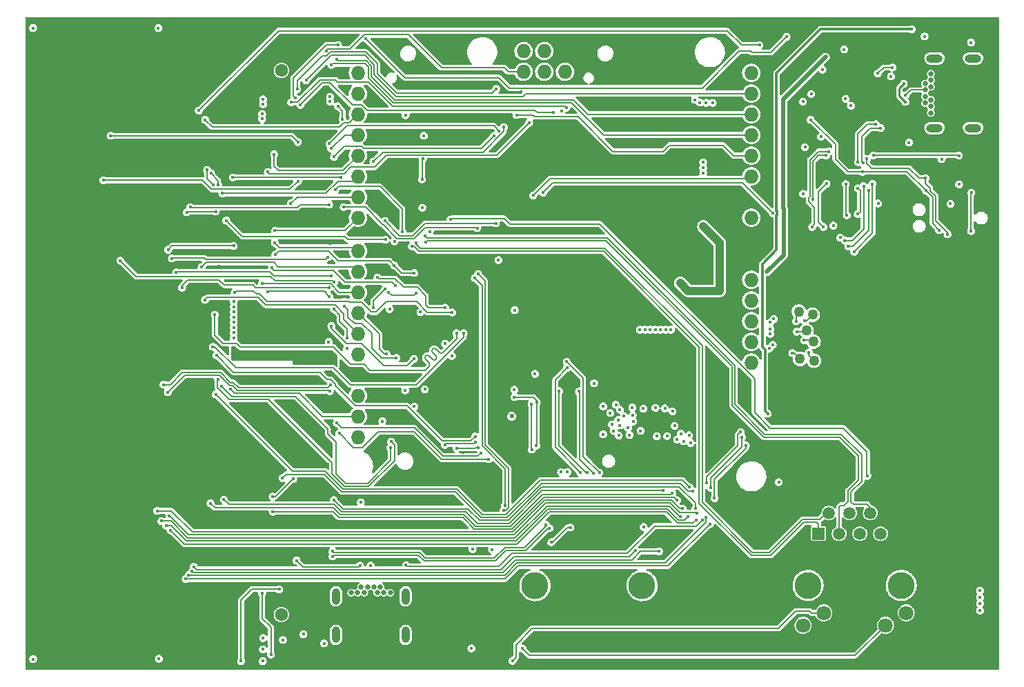
<source format=gbr>
%TF.GenerationSoftware,KiCad,Pcbnew,6.0.4-6f826c9f35~116~ubuntu20.04.1*%
%TF.CreationDate,2022-04-08T17:31:59+02:00*%
%TF.ProjectId,stm32mp1-custom-devboard,73746d33-326d-4703-912d-637573746f6d,V4.0*%
%TF.SameCoordinates,Original*%
%TF.FileFunction,Copper,L4,Bot*%
%TF.FilePolarity,Positive*%
%FSLAX46Y46*%
G04 Gerber Fmt 4.6, Leading zero omitted, Abs format (unit mm)*
G04 Created by KiCad (PCBNEW 6.0.4-6f826c9f35~116~ubuntu20.04.1) date 2022-04-08 17:31:59*
%MOMM*%
%LPD*%
G01*
G04 APERTURE LIST*
%TA.AperFunction,ComponentPad*%
%ADD10C,1.600000*%
%TD*%
%TA.AperFunction,ComponentPad*%
%ADD11C,0.750000*%
%TD*%
%TA.AperFunction,ComponentPad*%
%ADD12C,0.600000*%
%TD*%
%TA.AperFunction,ComponentPad*%
%ADD13R,1.000000X1.000000*%
%TD*%
%TA.AperFunction,ComponentPad*%
%ADD14C,3.300000*%
%TD*%
%TA.AperFunction,ComponentPad*%
%ADD15C,2.000000*%
%TD*%
%TA.AperFunction,ComponentPad*%
%ADD16C,1.800000*%
%TD*%
%TA.AperFunction,ComponentPad*%
%ADD17R,1.500000X1.500000*%
%TD*%
%TA.AperFunction,ComponentPad*%
%ADD18C,1.500000*%
%TD*%
%TA.AperFunction,ComponentPad*%
%ADD19C,3.316000*%
%TD*%
%TA.AperFunction,ComponentPad*%
%ADD20O,1.727200X1.727200*%
%TD*%
%TA.AperFunction,SMDPad,CuDef*%
%ADD21C,1.270000*%
%TD*%
%TA.AperFunction,ComponentPad*%
%ADD22C,0.650000*%
%TD*%
%TA.AperFunction,ComponentPad*%
%ADD23O,1.000000X2.000000*%
%TD*%
%TA.AperFunction,ComponentPad*%
%ADD24O,2.000000X1.000000*%
%TD*%
%TA.AperFunction,ViaPad*%
%ADD25C,0.450000*%
%TD*%
%TA.AperFunction,ViaPad*%
%ADD26C,0.600000*%
%TD*%
%TA.AperFunction,Conductor*%
%ADD27C,0.200000*%
%TD*%
%TA.AperFunction,Conductor*%
%ADD28C,0.250000*%
%TD*%
%TA.AperFunction,Conductor*%
%ADD29C,0.203200*%
%TD*%
%TA.AperFunction,Conductor*%
%ADD30C,0.304800*%
%TD*%
%TA.AperFunction,Conductor*%
%ADD31C,1.016000*%
%TD*%
%TA.AperFunction,Conductor*%
%ADD32C,0.508000*%
%TD*%
%TA.AperFunction,Conductor*%
%ADD33C,0.254000*%
%TD*%
%TA.AperFunction,Conductor*%
%ADD34C,0.152400*%
%TD*%
G04 APERTURE END LIST*
D10*
%TO.P,SOM1,*%
%TO.N,*%
X124800000Y-68900000D03*
X124800000Y-135700000D03*
%TD*%
D11*
%TO.P,U3,0,EPAD*%
%TO.N,GND*%
X172820000Y-90090000D03*
X174820000Y-90090000D03*
X172820000Y-92090000D03*
X173820000Y-90090000D03*
X174820000Y-92090000D03*
X173820000Y-92090000D03*
%TD*%
D12*
%TO.P,U4,0,EPAD*%
%TO.N,GND*%
X178650000Y-110850000D03*
X177800000Y-110850000D03*
X179500000Y-110850000D03*
X179500000Y-111750000D03*
X177800000Y-111750000D03*
X178650000Y-111750000D03*
%TD*%
D13*
%TO.P,U7,33,GND_EP*%
%TO.N,GND*%
X145660000Y-93600000D03*
X144660000Y-94600000D03*
X143660000Y-94600000D03*
X143660000Y-95600000D03*
X143660000Y-93600000D03*
X144660000Y-95600000D03*
X145660000Y-95600000D03*
X144660000Y-93600000D03*
X145660000Y-94600000D03*
%TD*%
D14*
%TO.P,CON7,*%
%TO.N,*%
X189420000Y-132120000D03*
X200850000Y-132120000D03*
D15*
%TO.P,CON7,0*%
%TO.N,GND*%
X187225000Y-129070000D03*
X202975000Y-129070000D03*
D16*
%TO.P,CON7,9*%
%TO.N,3V3*%
X188810000Y-137020000D03*
%TO.P,CON7,10*%
%TO.N,Net-(R47-Pad1)*%
X191350000Y-135500000D03*
%TO.P,CON7,11*%
%TO.N,Net-(R46-Pad1)*%
X198920000Y-137020000D03*
%TO.P,CON7,12*%
%TO.N,3V3*%
X201460000Y-135500000D03*
D17*
%TO.P,CON7,P1*%
%TO.N,/Ethernet Module/ETH_TX_P*%
X190690000Y-125770000D03*
D18*
%TO.P,CON7,P2*%
%TO.N,/Ethernet Module/ETH_TX_N*%
X191960000Y-123230000D03*
%TO.P,CON7,P3*%
%TO.N,/Ethernet Module/ETH_RX_P*%
X193230000Y-125770000D03*
%TO.P,CON7,P4*%
%TO.N,Net-(C42-Pad2)*%
X194500000Y-123230000D03*
%TO.P,CON7,P5*%
%TO.N,Net-(C43-Pad2)*%
X195770000Y-125770000D03*
%TO.P,CON7,P6*%
%TO.N,/Ethernet Module/ETH_RX_N*%
X197040000Y-123230000D03*
%TO.P,CON7,P7,NC*%
%TO.N,unconnected-(CON7-PadP7)*%
X198310000Y-125770000D03*
%TO.P,CON7,P8*%
%TO.N,GND*%
X199580000Y-123230000D03*
%TD*%
D19*
%TO.P,USB1,SH,SHLD*%
%TO.N,Net-(C45-Pad2)*%
X155910000Y-132140000D03*
X169050000Y-132140000D03*
%TD*%
D20*
%TO.P,XA1,3V3,3.3V*%
%TO.N,3V3*%
X182452500Y-97145000D03*
%TO.P,XA1,5V1,5V*%
%TO.N,5V*%
X182452500Y-94605000D03*
%TO.P,XA1,5V2,SPI_5V*%
X154512500Y-66538000D03*
%TO.P,XA1,A0,A0*%
%TO.N,/Arduino Shield Module/ANALOG_A0*%
X182452500Y-81905000D03*
%TO.P,XA1,A1,A1*%
%TO.N,/Arduino Shield Module/ANALOG_A1*%
X182452500Y-79365000D03*
%TO.P,XA1,A2,A2*%
%TO.N,/Arduino Shield Module/ANALOG_A2*%
X182452500Y-76825000D03*
%TO.P,XA1,A3,A3*%
%TO.N,/Arduino Shield Module/ANALOG_A3*%
X182452500Y-74285000D03*
%TO.P,XA1,A4,A4*%
%TO.N,/Arduino Shield Module/ANALOG_A4*%
X182452500Y-71745000D03*
%TO.P,XA1,A5,A5*%
%TO.N,/Arduino Shield Module/ANALOG_A5*%
X182452500Y-69205000D03*
%TO.P,XA1,AREF,AREF*%
%TO.N,VCC-RTC*%
X134192500Y-108829000D03*
%TO.P,XA1,ATN,ATN*%
%TO.N,/Arduino Shield Module/ATN*%
X182452500Y-104765000D03*
%TO.P,XA1,D0,D0_RX0*%
%TO.N,/Arduino Shield Module/UART-RX0*%
X134192500Y-69205000D03*
%TO.P,XA1,D1,D1_TX0*%
%TO.N,/Arduino Shield Module/UART-TX0*%
X134192500Y-71745000D03*
%TO.P,XA1,D2,D2*%
%TO.N,/Arduino Shield Module/GPIO-D2*%
X134192500Y-74285000D03*
%TO.P,XA1,D3,D3*%
%TO.N,/Arduino Shield Module/GPIO-D3*%
X134192500Y-76825000D03*
%TO.P,XA1,D4,D4*%
%TO.N,/Arduino Shield Module/GPIO-D4*%
X134192500Y-79365000D03*
%TO.P,XA1,D5,D5*%
%TO.N,/Arduino Shield Module/GPIO-D5*%
X134192500Y-81905000D03*
%TO.P,XA1,D6,D6*%
%TO.N,/Arduino Shield Module/GPIO-D6*%
X134192500Y-84445000D03*
%TO.P,XA1,D7,D7*%
%TO.N,/Arduino Shield Module/GPIO-D7*%
X134192500Y-86985000D03*
%TO.P,XA1,D8,D8*%
%TO.N,/Arduino Shield Module/GPIO-D8*%
X134192500Y-91049000D03*
%TO.P,XA1,D9,D9*%
%TO.N,/Arduino Shield Module/GPIO-D9*%
X134192500Y-93589000D03*
%TO.P,XA1,D10,D10_CS*%
%TO.N,/Arduino Shield Module/GPIO-D10*%
X134192500Y-96129000D03*
%TO.P,XA1,D11,D11*%
%TO.N,/Arduino Shield Module/GPIO-D11*%
X134192500Y-98669000D03*
%TO.P,XA1,D12,D12*%
%TO.N,/Arduino Shield Module/GPIO-D12*%
X134192500Y-101209000D03*
%TO.P,XA1,D13,D13*%
%TO.N,/Arduino Shield Module/GPIO-D13*%
X134192500Y-103749000D03*
%TO.P,XA1,GND1,GND*%
%TO.N,GND*%
X134192500Y-106289000D03*
%TO.P,XA1,GND2,GND*%
X182452500Y-92065000D03*
%TO.P,XA1,GND3,GND*%
X182452500Y-89525000D03*
%TO.P,XA1,GND4,SPI_GND*%
X159592500Y-66538000D03*
%TO.P,XA1,IORF,IOREF*%
%TO.N,/Arduino Shield Module/IOREF*%
X182452500Y-102225000D03*
%TO.P,XA1,MISO,SPI_MISO*%
%TO.N,/Arduino Shield Module/SPI-MISO*%
X154512500Y-69078000D03*
%TO.P,XA1,MOSI,SPI_MOSI*%
%TO.N,/Arduino Shield Module/SPI-MOSI*%
X157052500Y-66538000D03*
%TO.P,XA1,RST1,RESET*%
%TO.N,/Arduino Shield Module/RESET*%
X182452500Y-99685000D03*
%TO.P,XA1,RST2,SPI_RESET*%
%TO.N,/Arduino Shield Module/SPI-RST*%
X159592500Y-69078000D03*
%TO.P,XA1,SCK,SPI_SCK*%
%TO.N,/Arduino Shield Module/SPI-SCK*%
X157052500Y-69078000D03*
%TO.P,XA1,SCL,SCL*%
%TO.N,/Arduino Shield Module/I2C-SCL*%
X134192500Y-113909000D03*
%TO.P,XA1,SDA,SDA*%
%TO.N,/Arduino Shield Module/I2C-SDA*%
X134192500Y-111369000D03*
%TO.P,XA1,VIN,VIN*%
%TO.N,VPP*%
X182452500Y-86985000D03*
%TD*%
D21*
%TO.P,TP10,1,TP*%
%TO.N,/LCD+Touchscreen/LCD_MIPI_D0+*%
X190160000Y-104530000D03*
%TD*%
D22*
%TO.P,CON5,B1,GND_2*%
%TO.N,GND*%
X138565000Y-132315000D03*
%TO.P,CON5,B2,SSTXP2+*%
%TO.N,unconnected-(CON5-PadB2)*%
X138165000Y-133015000D03*
%TO.P,CON5,B3,SSTXN2-*%
%TO.N,unconnected-(CON5-PadB3)*%
X137365000Y-133015000D03*
%TO.P,CON5,B4,VBUS_2*%
%TO.N,5V*%
X136965000Y-132315000D03*
%TO.P,CON5,B5,VCONN*%
%TO.N,/STM32MP1 module/PA13-GPIO*%
X136565000Y-133015000D03*
%TO.P,CON5,B6,DP2_P*%
%TO.N,Net-(CON5-PadA6)*%
X136165000Y-132315000D03*
%TO.P,CON5,B7,DN2_M*%
%TO.N,Net-(CON5-PadA7)*%
X135365000Y-132315000D03*
%TO.P,CON5,B8,SBU2*%
%TO.N,unconnected-(CON5-PadB8)*%
X134965000Y-133015000D03*
%TO.P,CON5,B9,VBUS_3*%
%TO.N,5V*%
X134565000Y-132315000D03*
%TO.P,CON5,B10,SSRXN1-*%
%TO.N,unconnected-(CON5-PadB10)*%
X134165000Y-133015000D03*
%TO.P,CON5,B11,SSRXP1-*%
%TO.N,unconnected-(CON5-PadB11)*%
X133365000Y-133015000D03*
%TO.P,CON5,B12,GND_3*%
%TO.N,GND*%
X132965000Y-132315000D03*
D23*
%TO.P,CON5,S1,SHIELD*%
%TO.N,Net-(C49-Pad2)*%
X131495000Y-133465000D03*
%TO.P,CON5,S2,SHIELD*%
X140035000Y-133465000D03*
%TO.P,CON5,S3,SHIELD*%
X140035000Y-138195000D03*
%TO.P,CON5,S4,SHIELD*%
X131495000Y-138195000D03*
D22*
%TO.P,CON5,SGND,SGND*%
%TO.N,GND*%
X133765000Y-132315000D03*
X137765000Y-132315000D03*
%TD*%
D21*
%TO.P,TP5,1,TP*%
%TO.N,/LCD+Touchscreen/LCD_MIPI_CLK+*%
X188300000Y-98500000D03*
%TD*%
%TO.P,TP7,1,TP*%
%TO.N,/LCD+Touchscreen/LCD_MIPI_D1+*%
X189240000Y-100860000D03*
%TD*%
%TO.P,TP8,1,TP*%
%TO.N,/LCD+Touchscreen/LCD_MIPI_D1-*%
X190100000Y-102200000D03*
%TD*%
%TO.P,TP6,1,TP*%
%TO.N,/LCD+Touchscreen/LCD_MIPI_CLK-*%
X189970000Y-98910000D03*
%TD*%
D22*
%TO.P,CON4,B1,GND_2*%
%TO.N,GND*%
X203789992Y-68909991D03*
%TO.P,CON4,B2,SSTXP2+*%
%TO.N,unconnected-(CON4-PadB2)*%
X204489992Y-69309991D03*
%TO.P,CON4,B3,SSTXN2-*%
%TO.N,unconnected-(CON4-PadB3)*%
X204489992Y-70109991D03*
%TO.P,CON4,B4,VBUS_2*%
%TO.N,Net-(CON4-PadA4)*%
X203789992Y-70509991D03*
%TO.P,CON4,B5,VCONN*%
%TO.N,unconnected-(CON4-PadB5)*%
X204489992Y-70909991D03*
%TO.P,CON4,B6,DP2_P*%
%TO.N,Net-(CON4-PadA6)*%
X203789992Y-71309991D03*
%TO.P,CON4,B7,DN2_M*%
%TO.N,Net-(CON4-PadA7)*%
X203789992Y-72109991D03*
%TO.P,CON4,B8,SBU2*%
%TO.N,unconnected-(CON4-PadB8)*%
X204489992Y-72509991D03*
%TO.P,CON4,B9,VBUS_3*%
%TO.N,Net-(CON4-PadA4)*%
X203789992Y-72909991D03*
%TO.P,CON4,B10,SSRXN1-*%
%TO.N,unconnected-(CON4-PadB10)*%
X204489992Y-73309991D03*
%TO.P,CON4,B11,SSRXP1-*%
%TO.N,unconnected-(CON4-PadB11)*%
X204489992Y-74109991D03*
%TO.P,CON4,B12,GND_3*%
%TO.N,GND*%
X203789992Y-74509991D03*
D24*
%TO.P,CON4,S1,SHIELD*%
%TO.N,Net-(C26-Pad2)*%
X204939992Y-75979991D03*
%TO.P,CON4,S2,SHIELD*%
X204939992Y-67439991D03*
%TO.P,CON4,S3,SHIELD*%
X209669992Y-67439991D03*
%TO.P,CON4,S4,SHIELD*%
X209669992Y-75979991D03*
D22*
%TO.P,CON4,SGND,SGND*%
%TO.N,GND*%
X203789992Y-73709991D03*
X203789992Y-69709991D03*
%TD*%
D21*
%TO.P,TP11,1,TP*%
%TO.N,/LCD+Touchscreen/LCD_MIPI_D0-*%
X188440000Y-104330000D03*
%TD*%
D25*
%TO.N,GND*%
X192750000Y-90140000D03*
X143970500Y-117956018D03*
X138480000Y-81620000D03*
X140020000Y-81140000D03*
X146150000Y-106660000D03*
X148830000Y-109120000D03*
X148050000Y-96320000D03*
X164740000Y-126020000D03*
X115870000Y-118480000D03*
X145160000Y-70510000D03*
X130636100Y-115388942D03*
X94160000Y-142030000D03*
X137420000Y-108480000D03*
X130620000Y-141940000D03*
X115570000Y-112720000D03*
X137190000Y-68780000D03*
X199520000Y-141700000D03*
X206160000Y-127410000D03*
X132550000Y-107840000D03*
X138950000Y-112080000D03*
X138670000Y-111320000D03*
X147050000Y-118800000D03*
X146590000Y-104370000D03*
X141450000Y-80520000D03*
X155320000Y-141750000D03*
X170010000Y-127270000D03*
X144520000Y-81940000D03*
X148800000Y-112870000D03*
X112070000Y-138440000D03*
X112520000Y-91190000D03*
X118150000Y-94730000D03*
X177324070Y-91425555D03*
X121070000Y-120700000D03*
X180590000Y-141680000D03*
X205060000Y-138900000D03*
X159900000Y-124090000D03*
X133880000Y-125066100D03*
X148830000Y-111160000D03*
X146300000Y-82340000D03*
X130860000Y-99370000D03*
X206060000Y-132200000D03*
X192140000Y-141700000D03*
X179930000Y-122340000D03*
X191700000Y-81850000D03*
X145750000Y-104950000D03*
X137730000Y-85870000D03*
X164610000Y-87320000D03*
X157700000Y-88680000D03*
X148980000Y-119260000D03*
X118378375Y-96040512D03*
X157640000Y-86910000D03*
X188180000Y-102320000D03*
X118590000Y-73300000D03*
X178330000Y-63210000D03*
X132630000Y-91430000D03*
X155350000Y-138950000D03*
X155260000Y-136470000D03*
X196770000Y-141680000D03*
X136450000Y-67180000D03*
X187320000Y-100670000D03*
X126200000Y-64680000D03*
X184880000Y-141690000D03*
X124070000Y-87510000D03*
X137633912Y-77430500D03*
X153980000Y-88690000D03*
X127120000Y-83310000D03*
X203170000Y-77680000D03*
X153110000Y-138710000D03*
X187520000Y-141680000D03*
X172640000Y-127730000D03*
X157550000Y-109230000D03*
X127200000Y-79740000D03*
X205620000Y-63050000D03*
X142040000Y-140720000D03*
X145230000Y-69150000D03*
X182740000Y-65190000D03*
X129160000Y-69550000D03*
X159346100Y-107195577D03*
X137020000Y-80920000D03*
X199090000Y-65010000D03*
X115190000Y-107810000D03*
X205050000Y-137980000D03*
X155280000Y-139760000D03*
X124160000Y-86730000D03*
X131040000Y-87540000D03*
X169790000Y-135880000D03*
X126990000Y-134000000D03*
X199930000Y-64740000D03*
X188710000Y-111050000D03*
X147120000Y-115776100D03*
X117280000Y-63070000D03*
X130454044Y-106213120D03*
X157290000Y-109970000D03*
X116510000Y-110160000D03*
X149150000Y-63190000D03*
X198050000Y-70660000D03*
X143710000Y-81160000D03*
X131370000Y-69040000D03*
X138390000Y-102370000D03*
X187210000Y-105230000D03*
X148760000Y-112150000D03*
X171180000Y-63210000D03*
X147050000Y-105830000D03*
X115380000Y-115230000D03*
X184290000Y-114889999D03*
X139340000Y-90040000D03*
X154800000Y-86930000D03*
X124570000Y-141920000D03*
X126330000Y-138170000D03*
X118120000Y-124360000D03*
X146730000Y-103370000D03*
X146120000Y-83050000D03*
X154260000Y-141760000D03*
X132670000Y-79830000D03*
X152900000Y-86480000D03*
X169050000Y-63220000D03*
X148620000Y-99210000D03*
X143720000Y-70450000D03*
X142860000Y-80560000D03*
X145620000Y-81770000D03*
X114850000Y-64340000D03*
X195660000Y-141690000D03*
X137850000Y-81260000D03*
X114900000Y-117090000D03*
X187440000Y-95860000D03*
X130550000Y-132090000D03*
X187470000Y-95140000D03*
X199050000Y-65820000D03*
X187440000Y-96630000D03*
X197960000Y-71350000D03*
X125040000Y-121310000D03*
X204960000Y-140940000D03*
X186020000Y-107250000D03*
X123890000Y-120100000D03*
X118910000Y-80260000D03*
X127230000Y-78320000D03*
X154240000Y-110020000D03*
X161740000Y-88610000D03*
X148660000Y-96880000D03*
X118490000Y-78810000D03*
X149720000Y-128140000D03*
X153130000Y-63250000D03*
X126630000Y-141960000D03*
X140730000Y-127550000D03*
X148620000Y-102530000D03*
X111200000Y-131350000D03*
X185160000Y-63330000D03*
X138550000Y-82540000D03*
X132420000Y-87310000D03*
X185840000Y-121290000D03*
X154190000Y-71550000D03*
X115540000Y-141940000D03*
X122700000Y-124510000D03*
X127180000Y-132960000D03*
X189440000Y-94400000D03*
X138470000Y-118210000D03*
X135570000Y-108360000D03*
X173110000Y-63170000D03*
X175480000Y-63210000D03*
X201320000Y-65670000D03*
X136700000Y-84660000D03*
X193310000Y-141680000D03*
X117700000Y-88090000D03*
X126520000Y-67570000D03*
X138670000Y-101720000D03*
X144520000Y-127650000D03*
X169940000Y-139790000D03*
X205300000Y-127490000D03*
X127230000Y-71650000D03*
X166370000Y-73290000D03*
X113330000Y-62980000D03*
X165610000Y-125000000D03*
X144720000Y-117200000D03*
X138670000Y-80450000D03*
X132730000Y-93670000D03*
X115580000Y-109420000D03*
X117040000Y-87200000D03*
X173770000Y-141740000D03*
X117470000Y-110540000D03*
X195950000Y-70620000D03*
X154170000Y-119400000D03*
X160580000Y-74050000D03*
X118550000Y-112670000D03*
X136480000Y-85730000D03*
X122510000Y-79410000D03*
X145730000Y-118030000D03*
X145320000Y-82710000D03*
X200540000Y-141680000D03*
X124760000Y-87700000D03*
X118970000Y-137060000D03*
X130400000Y-68990000D03*
X188020000Y-114790000D03*
X139570000Y-118340000D03*
X143880000Y-69180000D03*
X123390000Y-135760000D03*
X169940000Y-138550000D03*
X169320000Y-127170000D03*
X131087684Y-96110107D03*
X130230000Y-135130000D03*
X125110000Y-134030000D03*
X116710000Y-141980000D03*
X182820000Y-122430000D03*
X131630000Y-106780000D03*
X139320000Y-91370000D03*
X198590000Y-141680000D03*
X153780000Y-86900000D03*
X145750000Y-80780000D03*
X132520000Y-69030000D03*
X137670000Y-116250000D03*
X130580000Y-82690000D03*
X127160000Y-80400000D03*
X172690000Y-126110000D03*
X185730000Y-106130000D03*
X185950000Y-105150000D03*
X165660000Y-126130000D03*
X169550000Y-128700000D03*
X136050000Y-90880000D03*
X128750000Y-141940000D03*
X157760000Y-108310000D03*
X185150000Y-97630000D03*
X143560000Y-80270000D03*
X155360000Y-135540000D03*
X183290000Y-64040000D03*
X124800000Y-86430000D03*
X162700000Y-123840000D03*
X135820000Y-71730000D03*
X145510000Y-86210000D03*
X122760000Y-82830000D03*
X182480000Y-115720000D03*
X143490000Y-76820000D03*
X154300000Y-134720000D03*
X190400000Y-95010000D03*
X206431493Y-135319634D03*
X197990000Y-73070000D03*
X171010000Y-141750000D03*
X117780000Y-79640000D03*
X143050000Y-124440000D03*
X119100000Y-86820000D03*
X137550000Y-84950000D03*
X118370000Y-89480000D03*
X123500000Y-70910000D03*
X117300000Y-80540000D03*
X130970000Y-110330000D03*
X181270000Y-120770000D03*
X130800000Y-74210000D03*
X117290000Y-134520000D03*
X151300000Y-74630000D03*
X160920000Y-88590000D03*
X132250000Y-83880000D03*
X149960000Y-70450000D03*
X151640000Y-86250000D03*
X190460000Y-96220000D03*
X126090000Y-136400000D03*
X144070000Y-124450000D03*
X130170000Y-138000000D03*
X173630000Y-120950000D03*
X142190000Y-141690000D03*
X147840000Y-104910000D03*
X200740000Y-69740000D03*
X126170000Y-63130000D03*
X156850000Y-88690000D03*
X205050000Y-136800000D03*
X149380000Y-117450000D03*
X142130000Y-100600000D03*
X144900000Y-105350000D03*
X142880000Y-139750000D03*
X128830000Y-136590000D03*
X127220000Y-79030000D03*
X164640000Y-96670000D03*
X139430000Y-81790000D03*
X136400000Y-82520000D03*
X117350000Y-89510000D03*
X151960000Y-71460000D03*
X141680000Y-124530000D03*
X117910000Y-81740000D03*
X121110000Y-134700000D03*
X154480000Y-137180000D03*
X187250000Y-107370000D03*
X161560000Y-126410000D03*
X212150000Y-63470000D03*
X186140000Y-141670000D03*
X178960000Y-141690000D03*
X118080000Y-105930000D03*
X123800000Y-124410000D03*
X132520000Y-63260000D03*
X171600000Y-128770000D03*
X133430000Y-64790000D03*
X159370000Y-126440000D03*
X205400000Y-135340000D03*
X115840000Y-123550000D03*
X141190000Y-141700000D03*
X137240000Y-81820000D03*
X135850000Y-106740000D03*
X169840000Y-141750000D03*
X123220000Y-69340000D03*
X137670000Y-101860000D03*
X178530000Y-122530000D03*
X169990000Y-124360000D03*
X136740000Y-65370000D03*
X120750000Y-65040000D03*
X130560000Y-109340000D03*
X163720000Y-123970000D03*
X163090000Y-86910000D03*
X149260000Y-121820000D03*
X114280000Y-141940000D03*
X122400000Y-80260000D03*
X116150000Y-88320000D03*
X177170000Y-120930000D03*
X164700000Y-124000000D03*
X138470000Y-103270000D03*
X149640000Y-76650000D03*
X94010000Y-139610000D03*
X143240000Y-106890000D03*
X180220000Y-120020000D03*
X116500000Y-84530000D03*
X132260000Y-70870000D03*
X143480000Y-127660000D03*
X114240000Y-113070000D03*
X144940000Y-63210000D03*
X146410000Y-81430000D03*
X116620000Y-114720000D03*
X141430000Y-83340000D03*
X182000000Y-107420000D03*
X174646910Y-85264150D03*
X147770000Y-82820000D03*
X200880000Y-120860000D03*
X125130000Y-66910000D03*
X143530000Y-84880000D03*
X143100000Y-141690000D03*
X197630000Y-141690000D03*
X194430000Y-141670000D03*
X163530000Y-125860000D03*
X147550000Y-102600000D03*
X117780000Y-113930000D03*
X126640000Y-135300000D03*
X137740000Y-109480000D03*
X114445208Y-125066101D03*
X124690000Y-137410000D03*
X115680000Y-120340000D03*
X146720000Y-125068811D03*
X132650000Y-105740000D03*
X184200000Y-116170000D03*
X156730000Y-86880000D03*
X189470000Y-96760000D03*
X188820000Y-102770000D03*
X139090000Y-113930000D03*
X184570000Y-119250000D03*
X148890000Y-74630000D03*
X184200000Y-122010000D03*
X148400000Y-70490000D03*
X146780000Y-70520000D03*
X190540000Y-97550000D03*
X202430000Y-141670000D03*
X147800000Y-97570000D03*
X141120000Y-139910000D03*
X187480000Y-94440000D03*
X169280000Y-123830000D03*
X120510000Y-135430000D03*
X119680000Y-120750000D03*
X130830000Y-86520000D03*
X189750000Y-141690000D03*
X119023133Y-109766100D03*
X124930000Y-123970000D03*
X161160000Y-63260000D03*
X123650000Y-117490000D03*
X137997075Y-93849900D03*
X144490000Y-80130000D03*
X143600000Y-86270000D03*
X164690000Y-125020000D03*
X141860000Y-139610000D03*
X126380000Y-139630000D03*
X175410000Y-98150000D03*
X165550000Y-75990000D03*
X148590000Y-100290000D03*
X130220000Y-136590000D03*
X116900000Y-91340000D03*
X151400000Y-70490000D03*
X113030000Y-142000000D03*
X138410000Y-99840000D03*
X130749566Y-90147189D03*
X118890000Y-118330000D03*
X181260000Y-106720000D03*
X127940000Y-66930000D03*
X206880000Y-78320000D03*
X147840000Y-86170000D03*
X197930000Y-72190000D03*
X163460000Y-88640000D03*
X147990000Y-117450000D03*
X127860000Y-135920000D03*
X137880000Y-102670000D03*
X127060000Y-136730000D03*
X164480000Y-73340000D03*
X184240000Y-117270000D03*
X172000000Y-126930000D03*
X135630000Y-96330000D03*
X183550000Y-116550000D03*
X139710000Y-80200000D03*
X189910000Y-72910000D03*
X181510000Y-109320000D03*
X183540000Y-141670000D03*
X161320000Y-96750000D03*
X174710000Y-121980000D03*
X171990000Y-77500000D03*
X208140000Y-63000000D03*
X131191461Y-92528539D03*
X137480000Y-82560000D03*
X118860000Y-91490000D03*
X117500000Y-105450000D03*
X181140000Y-63320000D03*
X147810000Y-74630000D03*
X116593900Y-124630000D03*
X135770000Y-87710000D03*
X139540000Y-127570000D03*
X146680000Y-117300000D03*
X143880000Y-74550000D03*
X187350000Y-99150000D03*
X162880000Y-73310000D03*
X146640000Y-86190000D03*
X168970000Y-125690000D03*
X150750000Y-69220000D03*
X130922363Y-112681297D03*
X197320000Y-119350000D03*
X154390000Y-135870000D03*
X122840000Y-77980000D03*
X142110000Y-101360000D03*
X177265015Y-92409805D03*
X205070000Y-131950000D03*
X149060000Y-118490000D03*
X188770000Y-77190000D03*
X121180000Y-119550000D03*
X117980000Y-91290000D03*
X157980000Y-76070000D03*
X188630000Y-141670000D03*
X181220000Y-122400000D03*
X206840000Y-132330000D03*
X203600000Y-141750000D03*
X126480000Y-137280000D03*
X127690000Y-141920000D03*
X162230000Y-86870000D03*
X132040000Y-80450000D03*
X140460000Y-84070000D03*
X144490000Y-119250000D03*
X140640000Y-83280000D03*
X172010000Y-128030000D03*
X143970500Y-117180000D03*
X130663306Y-92444494D03*
X125550000Y-141960000D03*
X148510000Y-121580000D03*
X134850000Y-63280000D03*
X182730000Y-116380000D03*
X171090000Y-77610000D03*
X155980000Y-63230000D03*
X137080000Y-116820000D03*
X135710000Y-115510000D03*
X207430000Y-127430000D03*
X127730000Y-134840000D03*
X125600000Y-137510000D03*
X178980000Y-120000000D03*
X162590000Y-96750000D03*
X119150000Y-87620000D03*
X122260000Y-110220000D03*
X201460000Y-141680000D03*
X146690000Y-111150000D03*
X136450000Y-81570000D03*
X128830000Y-63150000D03*
X128880000Y-134700000D03*
X126060000Y-132890000D03*
X144600000Y-86480000D03*
X147180000Y-69180000D03*
X149130000Y-69250000D03*
X148300000Y-109610000D03*
X141170000Y-79870000D03*
X116450000Y-89070000D03*
X189370000Y-95430000D03*
X135900000Y-74650000D03*
X177510000Y-141700000D03*
X143810000Y-106080000D03*
X181520000Y-116710000D03*
X138260000Y-100440000D03*
X189560000Y-110810000D03*
X117760000Y-78210000D03*
X135740000Y-82210000D03*
X144970000Y-124600000D03*
X118680000Y-123350000D03*
X187390000Y-80630000D03*
X143140000Y-140610000D03*
X170030000Y-77550000D03*
X182870000Y-121050000D03*
X161290000Y-86860000D03*
X115000000Y-128240000D03*
X200890000Y-64930000D03*
X139430000Y-110810000D03*
X118890000Y-119610000D03*
X189570000Y-109530000D03*
X150600000Y-86220000D03*
X172330000Y-141760000D03*
X134760000Y-124260000D03*
X114230000Y-111210000D03*
X168160000Y-75320000D03*
X163780000Y-86990000D03*
X124010000Y-128470000D03*
X136520000Y-115280000D03*
X184550000Y-94540000D03*
X129750000Y-141950000D03*
X146990000Y-82000000D03*
X125690000Y-124530000D03*
X180790000Y-112460000D03*
X155800000Y-86910000D03*
X111800000Y-91220000D03*
X138370000Y-99290000D03*
X137660000Y-74346100D03*
X163750000Y-125010000D03*
X123480000Y-141960000D03*
X145280000Y-106900000D03*
X189470000Y-111760000D03*
X179390000Y-121270000D03*
X117120000Y-92980000D03*
X148010000Y-119150000D03*
X175030000Y-141730000D03*
X155130000Y-134710000D03*
X128860000Y-135650000D03*
X139970000Y-114230000D03*
X173230000Y-126830000D03*
X145610000Y-119290000D03*
X122540000Y-137610000D03*
X137790000Y-80450000D03*
X147040000Y-83120000D03*
X140570000Y-80620000D03*
X166360000Y-75480000D03*
X190860000Y-141680000D03*
X136220000Y-93130000D03*
X143940000Y-128240000D03*
X127640000Y-140130000D03*
X211790000Y-64480000D03*
X176280000Y-141720000D03*
X165650000Y-124030000D03*
X147900000Y-98920000D03*
X138200000Y-101230000D03*
X207400000Y-135290000D03*
X153860000Y-137970000D03*
X182160000Y-141680000D03*
X187490000Y-93740000D03*
X129710000Y-64620000D03*
X117700000Y-135490000D03*
X118420000Y-128360000D03*
X189400000Y-97710000D03*
X163640000Y-96730000D03*
X135130000Y-66000000D03*
X118890000Y-78140000D03*
X188490000Y-117270000D03*
X160170000Y-75720000D03*
X137100000Y-114840000D03*
X187400000Y-97330000D03*
X154870000Y-88670000D03*
X112220000Y-92760000D03*
X118920000Y-115720000D03*
X135810000Y-85020000D03*
X122650000Y-63120000D03*
X170470000Y-128820000D03*
X149300000Y-86160000D03*
X201680000Y-64610000D03*
X183950000Y-120480000D03*
X192800000Y-75540000D03*
X144650000Y-81000000D03*
X139200000Y-81050000D03*
X126090000Y-134460000D03*
X135700000Y-93920000D03*
X189890000Y-107720000D03*
X132340000Y-95430000D03*
X127060000Y-120070000D03*
X204280000Y-62980000D03*
X205010000Y-139930000D03*
X141130000Y-101670000D03*
X148650000Y-103920000D03*
X141240000Y-140900000D03*
X121940000Y-137160000D03*
X155880000Y-88680000D03*
X188460000Y-107980000D03*
X136940000Y-93070000D03*
X158410000Y-63180000D03*
X114590000Y-122110000D03*
X135270000Y-80100000D03*
X122240000Y-78560000D03*
X128880000Y-139430000D03*
X127180000Y-74310000D03*
X148640000Y-101470000D03*
X189260000Y-93460000D03*
X183390000Y-115510000D03*
X181920000Y-108120000D03*
X130530000Y-117250000D03*
X137650000Y-100820000D03*
X186010000Y-62920000D03*
X162610000Y-88630000D03*
%TO.N,/LCD+Touchscreen/Touchscreen Power Supply/VOUT_3.3V_250mA*%
X202140000Y-63860000D03*
X184470000Y-111040000D03*
%TO.N,Net-(C10-Pad1)*%
X173720000Y-94980000D03*
X177060000Y-95970000D03*
X178570000Y-95970000D03*
X177830000Y-95970000D03*
X176580000Y-88040000D03*
%TO.N,3V3*%
X142395240Y-108058549D03*
X173350000Y-114230000D03*
X167330000Y-112750000D03*
X164280000Y-110140000D03*
X194680000Y-73250000D03*
X138090193Y-98200193D03*
X142269860Y-76931327D03*
X127500000Y-138110000D03*
X142160000Y-79770000D03*
X155920000Y-106150000D03*
X165140000Y-110960000D03*
X172120000Y-113790000D03*
X144874807Y-102454807D03*
X167520000Y-113650000D03*
X130040000Y-139240000D03*
X167840000Y-110280000D03*
X122530000Y-139970000D03*
X137180000Y-111970000D03*
X198010000Y-85230000D03*
X164280000Y-113570000D03*
X124980000Y-138820000D03*
X143000000Y-88696100D03*
X165840000Y-109940000D03*
X169250000Y-124951012D03*
X159890000Y-118210000D03*
X209420000Y-65480000D03*
X142090000Y-85770000D03*
X153380000Y-108110000D03*
X170870000Y-113810000D03*
X193850000Y-66330000D03*
X122520000Y-141410000D03*
X142050000Y-82290000D03*
X166180000Y-113720000D03*
X171850000Y-110390000D03*
X132830000Y-103060000D03*
X167910000Y-111230000D03*
X165370000Y-112360000D03*
X94320000Y-63710000D03*
X173040000Y-112530000D03*
X109700000Y-63700000D03*
X174170000Y-114420000D03*
X205809807Y-79806100D03*
X130610000Y-102230000D03*
X109760000Y-141120000D03*
X159110000Y-118210000D03*
X148250000Y-127680000D03*
X166110000Y-111830000D03*
X172780000Y-110760000D03*
X199590000Y-69650000D03*
X163170000Y-107320000D03*
X188810000Y-84050000D03*
X189040000Y-78320000D03*
X141110000Y-110170000D03*
X165580000Y-113150000D03*
X94340000Y-141170000D03*
X150650000Y-127729477D03*
X207943346Y-82896654D03*
X192526443Y-87960249D03*
X170680000Y-110330000D03*
X139980000Y-108180000D03*
X201810000Y-77750000D03*
X122560000Y-138580000D03*
X166340000Y-110570000D03*
X166830000Y-111350000D03*
X206890000Y-85280000D03*
X173810000Y-113480000D03*
X140040000Y-74400000D03*
X153420000Y-98330000D03*
X138660000Y-89890000D03*
D26*
X153060000Y-111340000D03*
D25*
X166340000Y-112490000D03*
X167970000Y-112000000D03*
X175020000Y-114650000D03*
X188795833Y-72732322D03*
X151423900Y-92177419D03*
X189810000Y-71798500D03*
X159190000Y-73906100D03*
X145730000Y-103960000D03*
X141859807Y-98570193D03*
X185830000Y-119450000D03*
X174820000Y-113700000D03*
X193360000Y-89430000D03*
X191020000Y-77030000D03*
X169210000Y-110430000D03*
X168880000Y-113150000D03*
X148110000Y-139860000D03*
X134540000Y-121920000D03*
%TO.N,/LCD+Touchscreen/LCD Backlight Controller/BACKLIGHT_HIGH*%
X191590000Y-67250000D03*
X184370000Y-93660000D03*
%TO.N,5V*%
X176910000Y-72890000D03*
X172590000Y-100730000D03*
X118950000Y-97280000D03*
X118950000Y-101725000D03*
X118950000Y-97915000D03*
X171955000Y-100730000D03*
X170050000Y-100730000D03*
X118950000Y-98550000D03*
X157920000Y-126820000D03*
X170685000Y-100730000D03*
X176160000Y-72860000D03*
X194030000Y-72390000D03*
X118950000Y-101090000D03*
X118950000Y-99185000D03*
X177720000Y-72900000D03*
X203720000Y-64730000D03*
X175550000Y-72516100D03*
X169415000Y-100730000D03*
X168780000Y-100730000D03*
X171320000Y-100730000D03*
X118950000Y-100455000D03*
X118950000Y-99820000D03*
X160268046Y-125012365D03*
%TO.N,/LCD+Touchscreen/TP_NT_1V8*%
X130630000Y-95570000D03*
X112620000Y-95590000D03*
X113419576Y-130853900D03*
X176882900Y-123755389D03*
%TO.N,/LCD+Touchscreen/TP_SDA_1V8*%
X140090000Y-129640000D03*
X176421654Y-124138346D03*
%TO.N,/LCD+Touchscreen/TP_SCL_1V8*%
X111880000Y-93690000D03*
X130950000Y-94120000D03*
X113050000Y-131330000D03*
X177407231Y-124577413D03*
%TO.N,/LCD+Touchscreen/LCD_MIPI_D1+*%
X122550000Y-72450000D03*
X184800000Y-100650000D03*
X188020000Y-100980000D03*
%TO.N,/LCD+Touchscreen/LCD_MIPI_D0+*%
X122430000Y-74250000D03*
X185092133Y-102597867D03*
X189520000Y-103540000D03*
%TO.N,/LCD+Touchscreen/LCD_MIPI_D0-*%
X187490000Y-103600000D03*
X122430000Y-74850000D03*
X184667867Y-103022133D03*
%TO.N,/LCD+Touchscreen/LCD_MIPI_D1-*%
X122550000Y-73050000D03*
X184800000Y-101250000D03*
X188940000Y-102040000D03*
%TO.N,/LCD+Touchscreen/LCD_MIPI_CLK-*%
X189010000Y-99620000D03*
X130770000Y-72740000D03*
X184793367Y-99842133D03*
%TO.N,/LCD+Touchscreen/LCD_MIPI_CLK+*%
X185217633Y-99417867D03*
X187960000Y-99683900D03*
X130770000Y-72140000D03*
%TO.N,/LCD+Touchscreen/LCD_TE*%
X131233578Y-121640042D03*
X175600932Y-122690614D03*
%TO.N,/LCD+Touchscreen/LCD_BACKLIGHT_PWM*%
X131740000Y-65810000D03*
X135150000Y-65000000D03*
X126509488Y-72314099D03*
X186790000Y-64780000D03*
%TO.N,Net-(Q1-Pad1)*%
X197970000Y-69271500D03*
X199770000Y-68540000D03*
%TO.N,Net-(R12-Pad1)*%
X195550804Y-80180845D03*
X197742205Y-75503900D03*
%TO.N,Net-(R15-Pad1)*%
X198330000Y-75980000D03*
X196173900Y-80280567D03*
%TO.N,Net-(R18-Pad1)*%
X191630000Y-79350000D03*
X190010000Y-84740000D03*
%TO.N,Net-(R19-Pad2)*%
X191310000Y-88120000D03*
X191680000Y-82820000D03*
%TO.N,Net-(R20-Pad1)*%
X189930000Y-88110000D03*
X191990000Y-78860000D03*
%TO.N,Net-(C37-Pad1)*%
X145550000Y-87223900D03*
X196700000Y-118690000D03*
%TO.N,/Ethernet Module/ETH_RX_N*%
X142468401Y-89246223D03*
%TO.N,/Ethernet Module/ETH_RX_P*%
X142500000Y-89945000D03*
%TO.N,/Ethernet Module/ETH_TX_N*%
X141316024Y-90078668D03*
%TO.N,/Ethernet Module/ENET-CRS-DV*%
X130924807Y-100285193D03*
X141060000Y-104310000D03*
%TO.N,/Ethernet Module/ENET-IRQ*%
X136590000Y-94330189D03*
X144888294Y-98029900D03*
%TO.N,/Ethernet Module/ENET-MDIO*%
X124020270Y-91529443D03*
X138640000Y-92840000D03*
X141098671Y-93774301D03*
%TO.N,Net-(R42-Pad2)*%
X148530000Y-94410000D03*
X152213900Y-122343709D03*
%TO.N,Net-(R43-Pad2)*%
X148940000Y-93910000D03*
X152070000Y-122930000D03*
%TO.N,Net-(R46-Pad1)*%
X154380000Y-139870000D03*
%TO.N,Net-(R47-Pad1)*%
X153160000Y-141370000D03*
%TO.N,VPP*%
X176550000Y-80860000D03*
X210520000Y-133570000D03*
X176550000Y-80190000D03*
X210520000Y-132760000D03*
X176550000Y-81520000D03*
X210520000Y-135200000D03*
X210520000Y-134340000D03*
%TO.N,/LCD+Touchscreen/TP_RESET_1V8*%
X175685535Y-124108129D03*
X111224538Y-125385462D03*
X111366100Y-92002673D03*
X130530000Y-91860000D03*
%TO.N,Net-(R51-Pad2)*%
X124530000Y-132600000D03*
X119850000Y-141410000D03*
%TO.N,/Arduino Shield Module/SPI-MOSI*%
X155201452Y-75332976D03*
X123138478Y-81387089D03*
%TO.N,/Arduino Shield Module/GPIO-D12*%
X115430000Y-97060000D03*
%TO.N,/Arduino Shield Module/SPI-MISO*%
X130292464Y-66490844D03*
%TO.N,/Arduino Shield Module/GPIO-D11*%
X137570000Y-89680000D03*
X137507173Y-95759889D03*
X118040000Y-87330000D03*
X137694841Y-103713800D03*
X136080000Y-97990000D03*
%TO.N,/Ethernet Module/ENET-TXD1*%
X116370000Y-102840000D03*
X147160000Y-101170000D03*
%TO.N,/Arduino Shield Module/GPIO-D6*%
X125953604Y-85253900D03*
%TO.N,/Ethernet Module/ENET-TXEN*%
X145770000Y-98610000D03*
X119063584Y-96199900D03*
%TO.N,/Arduino Shield Module/GPIO-D9*%
X115000000Y-93050000D03*
%TO.N,/Arduino Shield Module/GPIO-D10*%
X132509118Y-97816921D03*
X122413235Y-95078313D03*
X138910000Y-104189900D03*
%TO.N,/Arduino Shield Module/GPIO-D2*%
X115434954Y-74961670D03*
%TO.N,/Arduino Shield Module/GPIO-D3*%
X130906840Y-78492510D03*
%TO.N,/Arduino Shield Module/UART-RX0*%
X131720000Y-73300000D03*
X132304115Y-74887060D03*
%TO.N,/Arduino Shield Module/SPI-SCK*%
X158180000Y-74090000D03*
X127130000Y-73130000D03*
%TO.N,/Arduino Shield Module/GPIO-D13*%
X131210000Y-98190000D03*
X132850000Y-101710000D03*
%TO.N,/Arduino Shield Module/GPIO-D5*%
X117556100Y-84000000D03*
%TO.N,/Ethernet Module/ENET-TXD0*%
X116630100Y-98890000D03*
X146280000Y-101170000D03*
%TO.N,/STLink Module/STLINK_TX*%
X173731699Y-123642815D03*
X110335768Y-107470000D03*
X194050000Y-82880000D03*
X130850000Y-107540000D03*
X110046100Y-124220000D03*
X194181034Y-86692657D03*
%TO.N,/STLink Module/STLINK_RX*%
X110857081Y-108403773D03*
X195520000Y-86530000D03*
X174683900Y-123712798D03*
X195530000Y-83370000D03*
X110670000Y-124790000D03*
X130738572Y-108287983D03*
%TO.N,/Arduino Shield Module/SPI-RST*%
X126001602Y-72818369D03*
X159770000Y-73470000D03*
%TO.N,/Arduino Shield Module/GPIO-D7*%
X124010000Y-88580000D03*
%TO.N,/Arduino Shield Module/GPIO-D8*%
X123990000Y-90060000D03*
%TO.N,/Arduino Shield Module/GPIO-D4*%
X123903900Y-79203119D03*
%TO.N,/MiniPci Module/SPI_SCK*%
X161468346Y-118241654D03*
X130690305Y-77901960D03*
X159850000Y-105420000D03*
X151494769Y-76321923D03*
%TO.N,/MiniPci Module/SPI_MISO*%
X150880411Y-76936280D03*
X158870000Y-108270000D03*
X162300000Y-118260000D03*
X131250000Y-79520000D03*
%TO.N,/STLink Module/STM-JTMS-~{RESET}*%
X203890000Y-83670000D03*
X205500000Y-88510000D03*
X189730000Y-74960000D03*
X196090000Y-81360000D03*
%TO.N,/STLink Module/STM-JTMS-SWDIO*%
X209420000Y-88620000D03*
X197450000Y-79330000D03*
X207930000Y-79360000D03*
X209450000Y-83910000D03*
%TO.N,/STLink Module/STM-JTCK-SWCLK*%
X203830000Y-82140000D03*
X196650000Y-79770000D03*
X206530000Y-89020000D03*
%TO.N,/MiniPci Module/SPI_MOSI*%
X163090000Y-118310000D03*
X161313346Y-108313346D03*
X116840000Y-103870000D03*
X148570322Y-113834636D03*
%TO.N,/MiniPci Module/SPI_GSN*%
X152100000Y-75860000D03*
X163810000Y-118280000D03*
X118840000Y-82040000D03*
X132136885Y-82038810D03*
X136093321Y-80103371D03*
X159810000Y-104670000D03*
%TO.N,/STLink Module/STLINK-SWDIO*%
X117740000Y-121590000D03*
X171630000Y-120476100D03*
X195080000Y-91160000D03*
X197320000Y-82830000D03*
%TO.N,/STLink Module/STLINK-SWCLK*%
X172752710Y-120763900D03*
X196843900Y-83608375D03*
X116100000Y-122040000D03*
X194350000Y-90480000D03*
%TO.N,/STLink Module/STLINK-SWO*%
X196240000Y-83100000D03*
X123755529Y-123078811D03*
X193940000Y-89780000D03*
X173346795Y-121677883D03*
%TO.N,/STLink Module/JTRST*%
X109570000Y-122970000D03*
X174031333Y-122690614D03*
%TO.N,/Arduino Shield Module/ANALOG_A3*%
X131560000Y-67520000D03*
X115676058Y-81126058D03*
X116440000Y-82960000D03*
%TO.N,/Arduino Shield Module/ANALOG_A0*%
X155690000Y-84266100D03*
%TO.N,/Arduino Shield Module/ANALOG_A1*%
X126730000Y-71200000D03*
X153670000Y-74390000D03*
X151154580Y-71164580D03*
%TO.N,/Arduino Shield Module/ANALOG_A2*%
X130930000Y-68220000D03*
X116170000Y-81558479D03*
X117038578Y-82993290D03*
%TO.N,/STM32MP1 module/USB-OTG1-D_N*%
X157257867Y-124677867D03*
X131080000Y-127950000D03*
%TO.N,/STM32MP1 module/USB-OTG1-D_P*%
X131080000Y-128550000D03*
X157682133Y-125102133D03*
%TO.N,/LCD+Touchscreen/LCD_RESET*%
X156900000Y-83910000D03*
X185094419Y-86425757D03*
%TO.N,/MiniPci Module/~{RESET}*%
X151110000Y-87680000D03*
X137500000Y-87400000D03*
%TO.N,/Arduino Shield Module/RESET*%
X174890000Y-120060000D03*
X177010000Y-119490000D03*
X181160000Y-113290000D03*
X116730000Y-108660000D03*
%TO.N,/Arduino Shield Module/IOREF*%
X177940000Y-121420000D03*
X118940000Y-90440000D03*
X111040000Y-123620000D03*
X110890000Y-90920000D03*
X181786100Y-114960767D03*
X175810000Y-123290000D03*
%TO.N,Net-(CON4-PadA4)*%
X201370000Y-72770000D03*
X191190000Y-68810000D03*
X201160000Y-70550000D03*
%TO.N,/MiniPci Module/GPS_PPS{slash}UART_TX*%
X131600000Y-112180000D03*
X149290000Y-115880000D03*
%TO.N,/STM32MP1 module/PA13-GPIO*%
X134460000Y-129688478D03*
X123149148Y-96046100D03*
X126240462Y-119049538D03*
X126659194Y-129065729D03*
X130690000Y-96659900D03*
X123720000Y-121230000D03*
%TO.N,/Ethernet Module/ENET-MDC*%
X138774865Y-95315251D03*
X123667349Y-93095178D03*
%TO.N,/STM32MP1 module/PE14-GPIO*%
X102930000Y-82390000D03*
X126851521Y-82516100D03*
%TO.N,/MiniPci Module/SPDT_SEL-~{WDISABLE}{slash}UART_RX*%
X150226018Y-116634566D03*
X131890000Y-113460000D03*
%TO.N,/MiniPci Module/SCL*%
X146310000Y-115300000D03*
X155500000Y-109890000D03*
X148939100Y-115206100D03*
X155533015Y-115446100D03*
X138190000Y-115220000D03*
X117451499Y-107680244D03*
%TO.N,/MiniPci Module/SDA*%
X138261099Y-114475593D03*
X156123900Y-109650000D03*
X116991932Y-106802131D03*
X153390000Y-109010000D03*
X148603797Y-114541419D03*
X156080000Y-114970000D03*
X144860000Y-114870000D03*
%TO.N,/Ethernet Module/ENET-~{RST}*%
X132440000Y-85680000D03*
X148830000Y-88260000D03*
%TO.N,/Ethernet Module/ENET-CLK*%
X131400000Y-83570000D03*
X139648306Y-88719900D03*
%TO.N,/Arduino Shield Module/I2C-SDA*%
X118572100Y-108043531D03*
%TO.N,/STM32MP1 module/PC2-GPIO*%
X105040000Y-92260000D03*
X131283309Y-94876691D03*
%TO.N,/STM32MP1 module/PE3-GPIO*%
X103845312Y-76926645D03*
X126830000Y-77710000D03*
%TO.N,/STM32MP1 module/PB8-GPIO*%
X114055630Y-129836802D03*
X168226058Y-127856058D03*
X113600000Y-85680000D03*
X130650000Y-85370000D03*
%TO.N,/STM32MP1 module/PB10-GPIO*%
X171130000Y-127950000D03*
X116740000Y-86240000D03*
X113180000Y-86330000D03*
X113834167Y-130393900D03*
%TO.N,/Arduino Shield Module/ANALOG_A4*%
X127830000Y-70120000D03*
%TO.N,/Arduino Shield Module/ANALOG_A5*%
X183460000Y-65810000D03*
X114650000Y-73840000D03*
%TO.N,/Arduino Shield Module/ATN*%
X181310000Y-113910000D03*
X124926100Y-118950000D03*
X177463900Y-120130000D03*
X175259478Y-120532111D03*
%TO.N,Net-(F1-Pad2)*%
X119030000Y-104230000D03*
X119030000Y-103100000D03*
X130530000Y-104690000D03*
X119030000Y-103680000D03*
X130540000Y-103580000D03*
X130530000Y-104130000D03*
%TO.N,Net-(R67-Pad1)*%
X141360000Y-96240000D03*
X137970457Y-96140376D03*
%TO.N,Net-(CON4-PadA6)*%
X201370000Y-71980000D03*
%TO.N,Net-(CON5-PadA6)*%
X135751453Y-129688478D03*
%TO.N,/STM32-~{RST}*%
X122430000Y-133060000D03*
X123510000Y-140610000D03*
%TO.N,/Ethernet Module/ETH_TX_P*%
X140816713Y-90496261D03*
%TD*%
D27*
%TO.N,/Ethernet Module/ETH_RX_N*%
X194980000Y-122160000D02*
X196650000Y-122160000D01*
X194695000Y-121875000D02*
X194980000Y-122160000D01*
X195985000Y-116097512D02*
X195985000Y-119322488D01*
X194695000Y-120612488D02*
X194695000Y-121875000D01*
X197040000Y-122550000D02*
X197040000Y-123230000D01*
X195985000Y-119322488D02*
X194695000Y-120612488D01*
X184112488Y-113565000D02*
X193452488Y-113565000D01*
X193452488Y-113565000D02*
X195985000Y-116097512D01*
X180445000Y-105107512D02*
X180445000Y-109897512D01*
X196650000Y-122160000D02*
X197040000Y-122550000D01*
X180445000Y-109897512D02*
X184112488Y-113565000D01*
X164773899Y-89436411D02*
X180445000Y-105107512D01*
X142658589Y-89436411D02*
X164773899Y-89436411D01*
X142468401Y-89246223D02*
X142658589Y-89436411D01*
D28*
%TO.N,GND*%
X133765000Y-132315000D02*
X132965000Y-132315000D01*
X200770009Y-69709991D02*
X200740000Y-69740000D01*
X138565000Y-132315000D02*
X137765000Y-132315000D01*
X203789992Y-69709991D02*
X200770009Y-69709991D01*
D29*
X118150000Y-94730000D02*
X118150000Y-94720000D01*
D30*
%TO.N,/LCD+Touchscreen/Touchscreen Power Supply/VOUT_3.3V_250mA*%
X183810000Y-92690000D02*
X183810000Y-102859418D01*
X184130966Y-110700966D02*
X184470000Y-111040000D01*
X184130966Y-103180384D02*
X184130966Y-110700966D01*
X185621320Y-86207506D02*
X185621320Y-86644008D01*
X185560000Y-90940000D02*
X183810000Y-92690000D01*
X202140000Y-63860000D02*
X190910000Y-63860000D01*
X185560000Y-86705328D02*
X185560000Y-90940000D01*
X183810000Y-102859418D02*
X184130966Y-103180384D01*
X185560000Y-86146186D02*
X185621320Y-86207506D01*
X185621320Y-86644008D02*
X185560000Y-86705328D01*
X185560000Y-69210000D02*
X185560000Y-86146186D01*
X190910000Y-63860000D02*
X185560000Y-69210000D01*
D31*
%TO.N,Net-(C10-Pad1)*%
X174710000Y-95970000D02*
X173720000Y-94980000D01*
X178570000Y-95970000D02*
X178570000Y-90030000D01*
X178570000Y-95970000D02*
X177060000Y-95970000D01*
X177060000Y-95970000D02*
X174710000Y-95970000D01*
X178570000Y-90030000D02*
X176580000Y-88040000D01*
D29*
%TO.N,3V3*%
X142050000Y-82290000D02*
X142050000Y-79880000D01*
X142050000Y-79880000D02*
X142160000Y-79770000D01*
D32*
%TO.N,/LCD+Touchscreen/LCD Backlight Controller/BACKLIGHT_HIGH*%
X191590000Y-67250000D02*
X186405910Y-72434090D01*
X186435910Y-91594090D02*
X184370000Y-93660000D01*
X186405910Y-72434090D02*
X186405910Y-85839734D01*
X186435910Y-85869734D02*
X186435910Y-91594090D01*
X186405910Y-85839734D02*
X186435910Y-85869734D01*
D29*
%TO.N,5V*%
X159857635Y-125012365D02*
X160268046Y-125012365D01*
X158050000Y-126820000D02*
X159857635Y-125012365D01*
X157920000Y-126820000D02*
X158050000Y-126820000D01*
%TO.N,/LCD+Touchscreen/TP_NT_1V8*%
X117800000Y-95270000D02*
X117140000Y-94610000D01*
X153698808Y-129380000D02*
X171853310Y-129380000D01*
X176897755Y-123770244D02*
X176882900Y-123755389D01*
X130630000Y-95570000D02*
X121620000Y-95570000D01*
X152208808Y-130870000D02*
X153698808Y-129380000D01*
X171853310Y-129380000D02*
X176897755Y-124335555D01*
X112620000Y-95330000D02*
X112620000Y-95590000D01*
X113419576Y-130853900D02*
X113435676Y-130870000D01*
X176897755Y-124335555D02*
X176897755Y-123770244D01*
X121620000Y-95570000D02*
X121320000Y-95270000D01*
X113435676Y-130870000D02*
X152208808Y-130870000D01*
X113340000Y-94610000D02*
X112620000Y-95330000D01*
X121320000Y-95270000D02*
X117800000Y-95270000D01*
X117140000Y-94610000D02*
X113340000Y-94610000D01*
%TO.N,/LCD+Touchscreen/TP_SDA_1V8*%
X140090000Y-129640000D02*
X140260000Y-129810000D01*
X140260000Y-129810000D02*
X151464578Y-129810000D01*
X170581187Y-124827621D02*
X175732379Y-124827621D01*
X175732379Y-124827621D02*
X176421654Y-124138346D01*
X167201519Y-128207289D02*
X170581187Y-124827621D01*
X153067289Y-128207289D02*
X167201519Y-128207289D01*
X151464578Y-129810000D02*
X153067289Y-128207289D01*
%TO.N,/LCD+Touchscreen/TP_SCL_1V8*%
X113050000Y-131330000D02*
X152247616Y-131330000D01*
X172251933Y-129732711D02*
X177407231Y-124577413D01*
X111960000Y-93610000D02*
X111880000Y-93690000D01*
X117110000Y-93610000D02*
X111960000Y-93610000D01*
X153844905Y-129732711D02*
X172251933Y-129732711D01*
X152247616Y-131330000D02*
X153844905Y-129732711D01*
X130950000Y-94120000D02*
X123910000Y-94120000D01*
X123910000Y-94120000D02*
X123400000Y-93610000D01*
X123400000Y-93610000D02*
X117110000Y-93610000D01*
%TO.N,/LCD+Touchscreen/LCD_MIPI_D1+*%
X188020000Y-100980000D02*
X189120000Y-100980000D01*
X189120000Y-100980000D02*
X189240000Y-100860000D01*
%TO.N,/LCD+Touchscreen/LCD_MIPI_D0+*%
X189520000Y-103540000D02*
X189520000Y-103890000D01*
X189520000Y-103890000D02*
X190160000Y-104530000D01*
%TO.N,/LCD+Touchscreen/LCD_MIPI_D0-*%
X187710000Y-103600000D02*
X188440000Y-104330000D01*
X187490000Y-103600000D02*
X187710000Y-103600000D01*
%TO.N,/LCD+Touchscreen/LCD_MIPI_D1-*%
X188940000Y-102040000D02*
X189940000Y-102040000D01*
X189940000Y-102040000D02*
X190100000Y-102200000D01*
%TO.N,/LCD+Touchscreen/LCD_MIPI_CLK-*%
X189010000Y-99620000D02*
X189260000Y-99620000D01*
X189260000Y-99620000D02*
X189970000Y-98910000D01*
%TO.N,/LCD+Touchscreen/LCD_MIPI_CLK+*%
X188300000Y-98500000D02*
X187960000Y-98840000D01*
X187960000Y-98840000D02*
X187960000Y-99683900D01*
%TO.N,/LCD+Touchscreen/LCD_TE*%
X131233578Y-121640042D02*
X132313536Y-122720000D01*
X175600932Y-122000932D02*
X175600932Y-122690614D01*
X149075252Y-124136444D02*
X152633092Y-124136444D01*
X152633092Y-124136444D02*
X156769536Y-120000000D01*
X173600000Y-120000000D02*
X175600932Y-122000932D01*
X156769536Y-120000000D02*
X173600000Y-120000000D01*
X132313536Y-122720000D02*
X147658808Y-122720000D01*
X147658808Y-122720000D02*
X149075252Y-124136444D01*
%TO.N,/LCD+Touchscreen/LCD_BACKLIGHT_PWM*%
X126509488Y-72314099D02*
X126253899Y-72058510D01*
X182540000Y-66710000D02*
X182380000Y-66550000D01*
X152793899Y-71073899D02*
X151520000Y-69800000D01*
X186790000Y-64780000D02*
X184860000Y-66710000D01*
X182380000Y-66550000D02*
X180990000Y-66550000D01*
X139950000Y-69800000D02*
X135150000Y-65000000D01*
X151520000Y-69800000D02*
X139950000Y-69800000D01*
X130300000Y-65810000D02*
X131740000Y-65810000D01*
X126253899Y-69856101D02*
X130300000Y-65810000D01*
X184860000Y-66710000D02*
X182540000Y-66710000D01*
X176466101Y-71073899D02*
X152793899Y-71073899D01*
X126253899Y-72058510D02*
X126253899Y-69856101D01*
X180990000Y-66550000D02*
X176466101Y-71073899D01*
%TO.N,Net-(Q1-Pad1)*%
X198701500Y-68540000D02*
X197970000Y-69271500D01*
X199770000Y-68540000D02*
X198701500Y-68540000D01*
%TO.N,Net-(R12-Pad1)*%
X196736100Y-75503900D02*
X195550804Y-76689196D01*
X197742205Y-75503900D02*
X196736100Y-75503900D01*
X195550804Y-76689196D02*
X195550804Y-80180845D01*
%TO.N,Net-(R15-Pad1)*%
X198330000Y-75980000D02*
X197070000Y-75980000D01*
X197070000Y-75980000D02*
X196040000Y-77010000D01*
X196040000Y-77010000D02*
X196040000Y-80146667D01*
X196040000Y-80146667D02*
X196173900Y-80280567D01*
%TO.N,Net-(R18-Pad1)*%
X190010000Y-84740000D02*
X190010000Y-80060000D01*
X190720000Y-79350000D02*
X191630000Y-79350000D01*
X190010000Y-80060000D02*
X190720000Y-79350000D01*
%TO.N,Net-(R19-Pad2)*%
X190690000Y-83810000D02*
X190690000Y-87500000D01*
X190690000Y-87500000D02*
X191310000Y-88120000D01*
X191680000Y-82820000D02*
X190690000Y-83810000D01*
%TO.N,Net-(R20-Pad1)*%
X189520000Y-85020000D02*
X189520000Y-84510000D01*
X189650000Y-79910000D02*
X190700000Y-78860000D01*
X190220000Y-87820000D02*
X190220000Y-85720000D01*
X190220000Y-85720000D02*
X189520000Y-85020000D01*
X190700000Y-78860000D02*
X191990000Y-78860000D01*
X189930000Y-88110000D02*
X190220000Y-87820000D01*
X189650000Y-84380000D02*
X189650000Y-79910000D01*
X189520000Y-84510000D02*
X189650000Y-84380000D01*
%TO.N,Net-(C37-Pad1)*%
X193750000Y-112810000D02*
X184780000Y-112810000D01*
X182870000Y-110900000D02*
X182870000Y-106758941D01*
X184780000Y-112810000D02*
X182870000Y-110900000D01*
X152810000Y-87750000D02*
X152130000Y-87070000D01*
X196650000Y-115710000D02*
X193750000Y-112810000D01*
X196650000Y-118640000D02*
X196650000Y-115710000D01*
X196700000Y-118690000D02*
X196650000Y-118640000D01*
X145703900Y-87070000D02*
X145550000Y-87223900D01*
X152130000Y-87070000D02*
X145703900Y-87070000D01*
X182870000Y-106758941D02*
X163861059Y-87750000D01*
X163861059Y-87750000D02*
X152810000Y-87750000D01*
D27*
%TO.N,/Ethernet Module/ETH_RX_P*%
X195635000Y-119177512D02*
X194345000Y-120467512D01*
X193840000Y-122290000D02*
X193430000Y-122290000D01*
X142658589Y-89786411D02*
X164628923Y-89786411D01*
X194345000Y-120467512D02*
X194345000Y-121785000D01*
X194345000Y-121785000D02*
X193840000Y-122290000D01*
X142500000Y-89945000D02*
X142658589Y-89786411D01*
X193307512Y-113915000D02*
X195635000Y-116242488D01*
X193430000Y-122290000D02*
X193230000Y-122490000D01*
X180095000Y-110042488D02*
X183967512Y-113915000D01*
X183967512Y-113915000D02*
X193307512Y-113915000D01*
X195635000Y-116242488D02*
X195635000Y-119177512D01*
X180095000Y-105252488D02*
X180095000Y-110042488D01*
X193230000Y-122490000D02*
X193230000Y-125770000D01*
X164628923Y-89786411D02*
X180095000Y-105252488D01*
%TO.N,/Ethernet Module/ETH_TX_N*%
X141316024Y-90248773D02*
X141802251Y-90735000D01*
X182593588Y-128066100D02*
X184716412Y-128066100D01*
X184716412Y-128066100D02*
X188757512Y-124025000D01*
X191620000Y-123230000D02*
X191960000Y-123230000D01*
X141802251Y-90735000D02*
X164472488Y-90735000D01*
X190825000Y-124025000D02*
X191620000Y-123230000D01*
X176425000Y-121897512D02*
X182593588Y-128066100D01*
X188757512Y-124025000D02*
X190825000Y-124025000D01*
X141316024Y-90078668D02*
X141316024Y-90248773D01*
X164472488Y-90735000D02*
X176425000Y-102687512D01*
X176425000Y-102687512D02*
X176425000Y-121897512D01*
D29*
%TO.N,/Ethernet Module/ENET-CRS-DV*%
X132747323Y-102427711D02*
X130924807Y-100605195D01*
X141060000Y-104310000D02*
X140263370Y-105106630D01*
X134625546Y-102427711D02*
X132747323Y-102427711D01*
X137304465Y-105106630D02*
X134625546Y-102427711D01*
X140263370Y-105106630D02*
X137304465Y-105106630D01*
X130924807Y-100605195D02*
X130924807Y-100285193D01*
%TO.N,/Ethernet Module/ENET-IRQ*%
X139800000Y-95520000D02*
X141470000Y-95520000D01*
X142509176Y-96559176D02*
X142509176Y-97713290D01*
X136713389Y-94453578D02*
X138733578Y-94453578D01*
X138733578Y-94453578D02*
X139800000Y-95520000D01*
X141470000Y-95520000D02*
X142509176Y-96559176D01*
X142509176Y-97713290D02*
X142825786Y-98029900D01*
X136590000Y-94330189D02*
X136713389Y-94453578D01*
X142825786Y-98029900D02*
X144888294Y-98029900D01*
%TO.N,/Ethernet Module/ENET-MDIO*%
X131774287Y-92283899D02*
X130570388Y-91080000D01*
X138640000Y-92840000D02*
X139574301Y-93774301D01*
X130570388Y-91080000D02*
X124469713Y-91080000D01*
X124469713Y-91080000D02*
X124020270Y-91529443D01*
X139574301Y-93774301D02*
X141098671Y-93774301D01*
X138083899Y-92283899D02*
X131774287Y-92283899D01*
X138640000Y-92840000D02*
X138083899Y-92283899D01*
%TO.N,Net-(R42-Pad2)*%
X152262983Y-117840743D02*
X152262983Y-122294626D01*
X152262983Y-122294626D02*
X152213900Y-122343709D01*
X148530000Y-94410000D02*
X149413470Y-95293470D01*
X149413470Y-95293470D02*
X149413470Y-114991230D01*
X149413470Y-114991230D02*
X152262983Y-117840743D01*
%TO.N,Net-(R43-Pad2)*%
X149766180Y-114845132D02*
X152690000Y-117768952D01*
X152690000Y-117768952D02*
X152690000Y-122583112D01*
X148940000Y-93910000D02*
X149766180Y-94736180D01*
X149766180Y-94736180D02*
X149766180Y-114845132D01*
X152343112Y-122930000D02*
X152070000Y-122930000D01*
X152690000Y-122583112D02*
X152343112Y-122930000D01*
%TO.N,Net-(R46-Pad1)*%
X154380000Y-139870000D02*
X155210000Y-140700000D01*
X155210000Y-140700000D02*
X155210000Y-140730000D01*
X195210000Y-140730000D02*
X198920000Y-137020000D01*
X155210000Y-140730000D02*
X195210000Y-140730000D01*
%TO.N,Net-(R47-Pad1)*%
X189590000Y-135260000D02*
X189830000Y-135500000D01*
X189830000Y-135500000D02*
X191350000Y-135500000D01*
X153590000Y-140940000D02*
X153590000Y-139390000D01*
X185770000Y-137410000D02*
X187920000Y-135260000D01*
X155570000Y-137410000D02*
X185770000Y-137410000D01*
X153590000Y-139390000D02*
X155570000Y-137410000D01*
X153160000Y-141370000D02*
X153590000Y-140940000D01*
X187920000Y-135260000D02*
X189590000Y-135260000D01*
%TO.N,/LCD+Touchscreen/TP_RESET_1V8*%
X111424874Y-91943899D02*
X111366100Y-92002673D01*
X172026766Y-123110000D02*
X173391678Y-124474912D01*
X173391678Y-124474912D02*
X175318752Y-124474912D01*
X175318752Y-124474912D02*
X175685535Y-124108129D01*
X157650000Y-123110000D02*
X172026766Y-123110000D01*
X112871540Y-127032464D02*
X153727536Y-127032464D01*
X153727536Y-127032464D02*
X157650000Y-123110000D01*
X115533310Y-92120000D02*
X115357209Y-91943899D01*
X115357209Y-91943899D02*
X111424874Y-91943899D01*
X130530000Y-91860000D02*
X130270000Y-92120000D01*
X130270000Y-92120000D02*
X115533310Y-92120000D01*
X111224538Y-125385462D02*
X112871540Y-127032464D01*
%TO.N,Net-(R51-Pad2)*%
X119850000Y-141410000D02*
X119850000Y-133910000D01*
X119850000Y-133910000D02*
X121180000Y-132580000D01*
X121180000Y-132580000D02*
X124510000Y-132580000D01*
X124510000Y-132580000D02*
X124530000Y-132600000D01*
%TO.N,/Arduino Shield Module/SPI-MOSI*%
X133273597Y-80782711D02*
X136237289Y-80782711D01*
X132493598Y-81562710D02*
X133273597Y-80782711D01*
X136237289Y-80782711D02*
X137726101Y-79293899D01*
X151240529Y-79293899D02*
X155201452Y-75332976D01*
X123314099Y-81562710D02*
X132493598Y-81562710D01*
X137726101Y-79293899D02*
X151240529Y-79293899D01*
X123138478Y-81387089D02*
X123314099Y-81562710D01*
%TO.N,/Arduino Shield Module/GPIO-D12*%
X134192500Y-101209000D02*
X132460000Y-99476500D01*
X122863899Y-97713899D02*
X121930000Y-96780000D01*
X121930000Y-96780000D02*
X115710000Y-96780000D01*
X131407209Y-97713899D02*
X122863899Y-97713899D01*
X132460000Y-99476500D02*
X132460000Y-98766690D01*
X132460000Y-98766690D02*
X131407209Y-97713899D01*
X115710000Y-96780000D02*
X115430000Y-97060000D01*
%TO.N,/Arduino Shield Module/SPI-MISO*%
X140373899Y-64523899D02*
X144420000Y-68570000D01*
X133182111Y-66294579D02*
X134952791Y-64523899D01*
X144420000Y-68570000D02*
X152140000Y-68570000D01*
X130292464Y-66490844D02*
X130488729Y-66294579D01*
X152648000Y-69078000D02*
X154512500Y-69078000D01*
X130488729Y-66294579D02*
X133182111Y-66294579D01*
X134952791Y-64523899D02*
X140373899Y-64523899D01*
X152140000Y-68570000D02*
X152648000Y-69078000D01*
%TO.N,/Arduino Shield Module/GPIO-D11*%
X134192500Y-98669000D02*
X136807289Y-101283789D01*
X132970000Y-89680000D02*
X132570000Y-89280000D01*
X136080000Y-97990000D02*
X136080000Y-97187062D01*
X137442710Y-103723902D02*
X137684739Y-103723902D01*
X119990000Y-89280000D02*
X118040000Y-87330000D01*
X137570000Y-89680000D02*
X132970000Y-89680000D01*
X136080000Y-97187062D02*
X137507173Y-95759889D01*
X136807289Y-103088481D02*
X137442710Y-103723902D01*
X137684739Y-103723902D02*
X137694841Y-103713800D01*
X132570000Y-89280000D02*
X119990000Y-89280000D01*
X136807289Y-101283789D02*
X136807289Y-103088481D01*
%TO.N,/Ethernet Module/ENET-TXD1*%
X141322289Y-107507711D02*
X133257711Y-107507711D01*
X119200388Y-105410000D02*
X116630388Y-102840000D01*
X116630388Y-102840000D02*
X116370000Y-102840000D01*
X133257711Y-107507711D02*
X131160000Y-105410000D01*
X147160000Y-101670000D02*
X141322289Y-107507711D01*
X147160000Y-101170000D02*
X147160000Y-101670000D01*
X131160000Y-105410000D02*
X119200388Y-105410000D01*
%TO.N,/Arduino Shield Module/GPIO-D6*%
X134192500Y-84445000D02*
X126762504Y-84445000D01*
X126762504Y-84445000D02*
X125953604Y-85253900D01*
%TO.N,/Ethernet Module/ENET-TXEN*%
X141405000Y-97295000D02*
X137685000Y-97295000D01*
X122119175Y-96323289D02*
X121740824Y-96323290D01*
X137685000Y-97295000D02*
X136409899Y-98570101D01*
X136409899Y-98570101D02*
X135839713Y-98570101D01*
X135839713Y-98570101D02*
X134617323Y-97347711D01*
X132752585Y-97240000D02*
X132749405Y-97236820D01*
X133197711Y-97347711D02*
X133090000Y-97240000D01*
X133090000Y-97240000D02*
X132752585Y-97240000D01*
X119303484Y-95960000D02*
X119063584Y-96199900D01*
X132265651Y-97240000D02*
X123035886Y-97240000D01*
X121740824Y-96323290D02*
X121377534Y-95960000D01*
X145770000Y-98610000D02*
X142720000Y-98610000D01*
X134617323Y-97347711D02*
X133197711Y-97347711D01*
X132268831Y-97236820D02*
X132265651Y-97240000D01*
X121377534Y-95960000D02*
X119303484Y-95960000D01*
X142720000Y-98610000D02*
X141405000Y-97295000D01*
X123035886Y-97240000D02*
X122119175Y-96323289D01*
X132749405Y-97236820D02*
X132268831Y-97236820D01*
%TO.N,/Arduino Shield Module/GPIO-D9*%
X133613399Y-93009899D02*
X124402458Y-93009899D01*
X123872559Y-92480000D02*
X115570000Y-92480000D01*
X115570000Y-92480000D02*
X115000000Y-93050000D01*
X134192500Y-93589000D02*
X133613399Y-93009899D01*
X124402458Y-93009899D02*
X123872559Y-92480000D01*
%TO.N,/Arduino Shield Module/GPIO-D10*%
X132954389Y-98262192D02*
X132509118Y-97816921D01*
X130827209Y-95093899D02*
X130432791Y-95093899D01*
X130422791Y-95103899D02*
X122438821Y-95103899D01*
X138910000Y-104189900D02*
X137057025Y-104189900D01*
X135887145Y-101177145D02*
X134670000Y-99960000D01*
X131862310Y-96129000D02*
X130827209Y-95093899D01*
X132954389Y-99181843D02*
X132954389Y-98262192D01*
X130432791Y-95093899D02*
X130422791Y-95103899D01*
X135887145Y-103020020D02*
X135887145Y-101177145D01*
X133907059Y-99960000D02*
X133854170Y-99907111D01*
X137057025Y-104189900D02*
X135887145Y-103020020D01*
X133679657Y-99907111D02*
X132954389Y-99181843D01*
X134670000Y-99960000D02*
X133907059Y-99960000D01*
X122438821Y-95103899D02*
X122413235Y-95078313D01*
X133854170Y-99907111D02*
X133679657Y-99907111D01*
X134192500Y-96129000D02*
X131862310Y-96129000D01*
%TO.N,/Arduino Shield Module/GPIO-D2*%
X131934576Y-75860000D02*
X116333284Y-75860000D01*
X132436998Y-75357578D02*
X131934576Y-75860000D01*
X133119922Y-75357578D02*
X132436998Y-75357578D01*
X116333284Y-75860000D02*
X115434954Y-74961670D01*
X134192500Y-74285000D02*
X133119922Y-75357578D01*
%TO.N,/Arduino Shield Module/GPIO-D3*%
X132574350Y-76825000D02*
X130906840Y-78492510D01*
X134192500Y-76825000D02*
X132574350Y-76825000D01*
%TO.N,/Arduino Shield Module/UART-RX0*%
X132304115Y-73884115D02*
X132304115Y-74887060D01*
X131720000Y-73300000D02*
X132304115Y-73884115D01*
%TO.N,/Arduino Shield Module/SPI-SCK*%
X156188808Y-74090000D02*
X155928808Y-73830000D01*
X155928808Y-73830000D02*
X135313941Y-73830000D01*
X135313941Y-73830000D02*
X134654230Y-73170289D01*
X134654230Y-73170289D02*
X133520289Y-73170289D01*
X130770001Y-70420001D02*
X129840000Y-70420000D01*
X129840000Y-70420000D02*
X127130000Y-73130000D01*
X133520289Y-73170289D02*
X130770001Y-70420001D01*
X158180000Y-74090000D02*
X156188808Y-74090000D01*
%TO.N,/Arduino Shield Module/GPIO-D13*%
X131960000Y-99720000D02*
X131960000Y-98940000D01*
X132850000Y-100610000D02*
X131960000Y-99720000D01*
X131960000Y-98940000D02*
X131210000Y-98190000D01*
X132850000Y-101710000D02*
X132850000Y-100610000D01*
%TO.N,/Arduino Shield Module/GPIO-D5*%
X134192500Y-81905000D02*
X133582589Y-82514911D01*
X131756859Y-82514911D02*
X130271770Y-84000000D01*
X133582589Y-82514911D02*
X131756859Y-82514911D01*
X130271770Y-84000000D02*
X117556100Y-84000000D01*
%TO.N,/Ethernet Module/ENET-TXD0*%
X144188619Y-103537115D02*
X144188620Y-103537115D01*
X142915827Y-105234172D02*
X142809762Y-105340238D01*
X133287711Y-104967711D02*
X131200000Y-102880000D01*
X135690000Y-105690000D02*
X134967711Y-104967711D01*
X146280000Y-101170000D02*
X146280000Y-101870000D01*
X142460000Y-105690000D02*
X135690000Y-105690000D01*
X116630100Y-101390100D02*
X116630100Y-98890000D01*
X131200000Y-102880000D02*
X119760000Y-102880000D01*
X143764355Y-104385642D02*
X143764356Y-104385643D01*
X142491562Y-104385643D02*
X142915826Y-104809907D01*
X119290000Y-102410000D02*
X117650000Y-102410000D01*
X134967711Y-104967711D02*
X133287711Y-104967711D01*
X143340091Y-103537114D02*
X143764355Y-103961378D01*
X142809762Y-105340238D02*
X142460000Y-105690000D01*
X143340090Y-104385644D02*
X143340091Y-104385644D01*
X142915826Y-105234171D02*
X142915827Y-105234172D01*
X146280000Y-101870000D02*
X144612885Y-103537115D01*
X143764356Y-104385643D02*
X143764356Y-104385644D01*
X143340091Y-104385644D02*
X142915826Y-103961379D01*
X144188620Y-103537115D02*
X143764355Y-103112850D01*
X119760000Y-102880000D02*
X119290000Y-102410000D01*
X117650000Y-102410000D02*
X116630100Y-101390100D01*
X142491573Y-104385632D02*
G75*
G02*
X142491562Y-103961379I212127J212132D01*
G01*
X142491563Y-103961380D02*
G75*
G02*
X142915825Y-103961380I212131J-212131D01*
G01*
X143764345Y-104385632D02*
G75*
G03*
X143764355Y-103961378I-212145J212132D01*
G01*
X144188619Y-103537115D02*
G75*
G03*
X144612885Y-103537115I212133J212134D01*
G01*
X143340090Y-104385644D02*
G75*
G03*
X143764356Y-104385644I212133J212134D01*
G01*
X143340092Y-103112851D02*
G75*
G02*
X143764354Y-103112851I212131J-212131D01*
G01*
X143340073Y-103537132D02*
G75*
G02*
X143340091Y-103112850I212127J212132D01*
G01*
X142915787Y-105234132D02*
G75*
G03*
X142915826Y-104809907I-212087J212132D01*
G01*
%TO.N,/STLink Module/STLINK_TX*%
X117335238Y-105973319D02*
X112646681Y-105973319D01*
X157387804Y-122374580D02*
X172372567Y-122374580D01*
X172372567Y-122374580D02*
X173640802Y-123642815D01*
X118915406Y-107214719D02*
X118576638Y-107214719D01*
X113311192Y-126300000D02*
X153462384Y-126300000D01*
X110046100Y-124220000D02*
X111231192Y-124220000D01*
X153462384Y-126300000D02*
X157387804Y-122374580D01*
X119560687Y-107860000D02*
X118915406Y-107214719D01*
X173640802Y-123642815D02*
X173731699Y-123642815D01*
X111150000Y-107470000D02*
X110335768Y-107470000D01*
X118576638Y-107214719D02*
X117335238Y-105973319D01*
X112646681Y-105973319D02*
X111150000Y-107470000D01*
X194050000Y-82880000D02*
X194050000Y-86561623D01*
X111231192Y-124220000D02*
X113311192Y-126300000D01*
X194050000Y-86561623D02*
X194181034Y-86692657D01*
X130850000Y-107540000D02*
X130530000Y-107860000D01*
X130530000Y-107860000D02*
X119560687Y-107860000D01*
%TO.N,/STLink Module/STLINK_RX*%
X173537775Y-124122201D02*
X174274497Y-124122201D01*
X195820000Y-83660000D02*
X195530000Y-83370000D01*
X110670000Y-124790000D02*
X111302384Y-124790000D01*
X119414590Y-108212711D02*
X130663299Y-108212710D01*
X157533902Y-122727290D02*
X172142864Y-122727290D01*
X113165095Y-126652711D02*
X153608482Y-126652710D01*
X195520000Y-86530000D02*
X195820000Y-86230000D01*
X130663299Y-108212710D02*
X130738572Y-108287983D01*
X118769309Y-107567430D02*
X119414590Y-108212711D01*
X195820000Y-86230000D02*
X195820000Y-83660000D01*
X118430541Y-107567430D02*
X118769309Y-107567430D01*
X110857081Y-108403773D02*
X112934824Y-106326030D01*
X174274497Y-124122201D02*
X174683900Y-123712798D01*
X153608482Y-126652710D02*
X157533902Y-122727290D01*
X111302384Y-124790000D02*
X113165095Y-126652711D01*
X117189141Y-106326030D02*
X118430541Y-107567430D01*
X172142864Y-122727290D02*
X173537775Y-124122201D01*
X112934824Y-106326030D02*
X117189141Y-106326030D01*
%TO.N,/Arduino Shield Module/SPI-RST*%
X131707156Y-70337289D02*
X135509673Y-70337289D01*
X138456964Y-73284580D02*
X159584580Y-73284580D01*
X159584580Y-73284580D02*
X159770000Y-73470000D01*
X131437157Y-70067290D02*
X131707156Y-70337289D01*
X126768321Y-72818369D02*
X129519400Y-70067290D01*
X129519400Y-70067290D02*
X131437157Y-70067290D01*
X135509673Y-70337289D02*
X138456964Y-73284580D01*
X126001602Y-72818369D02*
X126768321Y-72818369D01*
%TO.N,/Arduino Shield Module/GPIO-D7*%
X134192500Y-86985000D02*
X132597500Y-88580000D01*
X132597500Y-88580000D02*
X124010000Y-88580000D01*
%TO.N,/Arduino Shield Module/GPIO-D8*%
X133766790Y-90623290D02*
X124553290Y-90623290D01*
X124553290Y-90623290D02*
X123990000Y-90060000D01*
X134192500Y-91049000D02*
X133766790Y-90623290D01*
%TO.N,/Arduino Shield Module/GPIO-D4*%
X132347500Y-81210000D02*
X124450000Y-81210000D01*
X123903900Y-80663900D02*
X123903900Y-79203119D01*
X134192500Y-79365000D02*
X132347500Y-81210000D01*
X124450000Y-81210000D02*
X123903900Y-80663900D01*
%TO.N,/MiniPci Module/SPI_SCK*%
X151494769Y-76321923D02*
X150883135Y-75710289D01*
X132881976Y-75710289D02*
X130690305Y-77901960D01*
X150883135Y-75710289D02*
X132881976Y-75710289D01*
X159850000Y-105420000D02*
X158393899Y-106876101D01*
X158393899Y-115167207D02*
X161468346Y-118241654D01*
X158393899Y-106876101D02*
X158393899Y-115167207D01*
%TO.N,/MiniPci Module/SPI_MISO*%
X134654230Y-78250289D02*
X134883941Y-78480000D01*
X162160000Y-118260000D02*
X158870000Y-114970000D01*
X132519711Y-78250289D02*
X134654230Y-78250289D01*
X149336691Y-78480000D02*
X150880411Y-76936280D01*
X162300000Y-118260000D02*
X162160000Y-118260000D01*
X131250000Y-79520000D02*
X132519711Y-78250289D01*
X134883941Y-78480000D02*
X149336691Y-78480000D01*
X158870000Y-114970000D02*
X158870000Y-108270000D01*
%TO.N,/STLink Module/STM-JTMS-~{RESET}*%
X204705905Y-87715905D02*
X205500000Y-88510000D01*
X192770000Y-78000000D02*
X192770000Y-79830000D01*
X204705905Y-84485905D02*
X204705905Y-87715905D01*
X196110000Y-81340000D02*
X196090000Y-81360000D01*
X203890000Y-83670000D02*
X204705905Y-84485905D01*
X189730000Y-74960000D02*
X192770000Y-78000000D01*
X192770000Y-79830000D02*
X194300000Y-81360000D01*
X194300000Y-81360000D02*
X196090000Y-81360000D01*
X201560000Y-81340000D02*
X196110000Y-81340000D01*
X203890000Y-83670000D02*
X201560000Y-81340000D01*
%TO.N,/STLink Module/STM-JTMS-SWDIO*%
X209420000Y-83940000D02*
X209420000Y-88620000D01*
X197450000Y-79330000D02*
X207900000Y-79330000D01*
X209450000Y-83910000D02*
X209420000Y-83940000D01*
X207900000Y-79330000D02*
X207930000Y-79360000D01*
%TO.N,/STLink Module/STM-JTCK-SWCLK*%
X201790000Y-80910000D02*
X203020000Y-82140000D01*
X206530000Y-89020000D02*
X206530000Y-88830000D01*
X206530000Y-88830000D02*
X205058616Y-87358616D01*
X197210000Y-80910000D02*
X201790000Y-80910000D01*
X203830000Y-82760000D02*
X203830000Y-82140000D01*
X203020000Y-82140000D02*
X203830000Y-82140000D01*
X196650000Y-79770000D02*
X196650000Y-80350000D01*
X205058616Y-87358616D02*
X205058615Y-84339807D01*
X205058615Y-84339807D02*
X204420000Y-83701192D01*
X204420000Y-83701192D02*
X204420000Y-83350000D01*
X204420000Y-83350000D02*
X203830000Y-82760000D01*
X196650000Y-80350000D02*
X197210000Y-80910000D01*
%TO.N,/MiniPci Module/SPI_MOSI*%
X131407021Y-107619962D02*
X131407021Y-107403711D01*
X130412195Y-106844579D02*
X129527616Y-105960000D01*
X133877059Y-110090000D02*
X131407021Y-107619962D01*
X148570322Y-113834636D02*
X148014958Y-114390000D01*
X131407021Y-107403711D02*
X130847889Y-106844579D01*
X144520000Y-114390000D02*
X140220000Y-110090000D01*
X130847889Y-106844579D02*
X130412195Y-106844579D01*
X140220000Y-110090000D02*
X133877059Y-110090000D01*
X129527616Y-105960000D02*
X118930000Y-105960000D01*
X148014958Y-114390000D02*
X144520000Y-114390000D01*
X118930000Y-105960000D02*
X116840000Y-103870000D01*
X161400000Y-116620000D02*
X161400000Y-108400000D01*
X163090000Y-118310000D02*
X161400000Y-116620000D01*
X161400000Y-108400000D02*
X161313346Y-108313346D01*
%TO.N,/MiniPci Module/SPI_GSN*%
X149548811Y-78941189D02*
X152100000Y-76390000D01*
X118840000Y-82040000D02*
X131521192Y-82040000D01*
X163810000Y-118280000D02*
X161810000Y-116280000D01*
X152100000Y-76390000D02*
X152100000Y-75860000D01*
X161810000Y-116280000D02*
X161810000Y-106670000D01*
X161810000Y-106670000D02*
X159810000Y-104670000D01*
X131522382Y-82038810D02*
X132136885Y-82038810D01*
X131521192Y-82040000D02*
X131522382Y-82038810D01*
X137255503Y-78941189D02*
X149548811Y-78941189D01*
X136093321Y-80103371D02*
X137255503Y-78941189D01*
%TO.N,/STLink Module/STLINK-SWDIO*%
X156768344Y-120500000D02*
X171606100Y-120500000D01*
X117740000Y-121590000D02*
X118342711Y-122192711D01*
X131287439Y-122192711D02*
X132167439Y-123072711D01*
X132167439Y-123072711D02*
X147422711Y-123072711D01*
X148839155Y-124489155D02*
X152779190Y-124489154D01*
X171606100Y-120500000D02*
X171630000Y-120476100D01*
X118342711Y-122192711D02*
X131287439Y-122192711D01*
X152779190Y-124489154D02*
X156768344Y-120500000D01*
X197320000Y-82830000D02*
X197320000Y-88920000D01*
X147422711Y-123072711D02*
X148839155Y-124489155D01*
X197320000Y-88920000D02*
X195080000Y-91160000D01*
%TO.N,/STLink Module/STLINK-SWCLK*%
X156814951Y-120952201D02*
X172564409Y-120952201D01*
X194350000Y-90480000D02*
X194930000Y-90480000D01*
X148611866Y-124841866D02*
X152925288Y-124841864D01*
X194930000Y-90480000D02*
X196843900Y-88566100D01*
X132021344Y-123425422D02*
X147195423Y-123425423D01*
X131191341Y-122595421D02*
X132021344Y-123425422D01*
X116655421Y-122595421D02*
X131191341Y-122595421D01*
X116100000Y-122040000D02*
X116655421Y-122595421D01*
X147195423Y-123425423D02*
X148611866Y-124841866D01*
X152925288Y-124841864D02*
X156814951Y-120952201D01*
X172564409Y-120952201D02*
X172752710Y-120763900D01*
X196843900Y-88566100D02*
X196843900Y-83608375D01*
%TO.N,/STLink Module/STLINK-SWO*%
X148465769Y-125194577D02*
X153071386Y-125194574D01*
X153071386Y-125194574D02*
X156961049Y-121304911D01*
X147049325Y-123778133D02*
X148465769Y-125194577D01*
X196240000Y-83100000D02*
X196240000Y-88390000D01*
X172973823Y-121304911D02*
X173346795Y-121677883D01*
X156961049Y-121304911D02*
X172973823Y-121304911D01*
X131875247Y-123778133D02*
X147049325Y-123778133D01*
X131175925Y-123078811D02*
X131875247Y-123778133D01*
X123755529Y-123078811D02*
X131175925Y-123078811D01*
X196240000Y-88390000D02*
X194850000Y-89780000D01*
X194850000Y-89780000D02*
X193940000Y-89780000D01*
%TO.N,/STLink Module/JTRST*%
X153217480Y-125547288D02*
X157107147Y-121657621D01*
X157107147Y-121657621D02*
X172653224Y-121657621D01*
X173686217Y-122690614D02*
X174031333Y-122690614D01*
X113867288Y-125547288D02*
X153217480Y-125547288D01*
X111290000Y-122970000D02*
X113867288Y-125547288D01*
X172653224Y-121657621D02*
X173686217Y-122690614D01*
X109570000Y-122970000D02*
X111290000Y-122970000D01*
%TO.N,/Arduino Shield Module/ANALOG_A3*%
X131777578Y-67737578D02*
X131560000Y-67520000D01*
X182452500Y-74285000D02*
X162415000Y-74285000D01*
X135850000Y-68361192D02*
X135226386Y-67737578D01*
X135226386Y-67737578D02*
X131777578Y-67737578D01*
X160630000Y-72500000D02*
X138670000Y-72500000D01*
X162415000Y-74285000D02*
X160630000Y-72500000D01*
X116440000Y-82960000D02*
X115676058Y-82196058D01*
X138670000Y-72500000D02*
X135850000Y-69680000D01*
X115676058Y-82196058D02*
X115676058Y-81126058D01*
X135850000Y-69680000D02*
X135850000Y-68361192D01*
%TO.N,/Arduino Shield Module/ANALOG_A0*%
X157786600Y-82169500D02*
X155690000Y-84266100D01*
X182188000Y-82169500D02*
X157786600Y-82169500D01*
X182452500Y-81905000D02*
X182188000Y-82169500D01*
%TO.N,/Arduino Shield Module/ANALOG_A1*%
X180275000Y-79365000D02*
X179000000Y-78090000D01*
X129835420Y-67104580D02*
X130346612Y-67104580D01*
X130489673Y-66966945D02*
X130768565Y-66688053D01*
X130768565Y-66688053D02*
X130768565Y-66682627D01*
X182452500Y-79365000D02*
X180275000Y-79365000D01*
X171670000Y-78850000D02*
X165480000Y-78850000D01*
X161210000Y-74580000D02*
X155860000Y-74580000D01*
X135133713Y-66647289D02*
X136555422Y-68068998D01*
X155660000Y-74380000D02*
X153680000Y-74380000D01*
X136555422Y-68068998D02*
X136555422Y-69295422D01*
X153680000Y-74380000D02*
X153670000Y-74390000D01*
X130346612Y-67104580D02*
X130484247Y-66966945D01*
X130768565Y-66682627D02*
X130803903Y-66647289D01*
X165480000Y-78850000D02*
X161210000Y-74580000D01*
X150659160Y-71660000D02*
X151154580Y-71164580D01*
X155860000Y-74580000D02*
X155660000Y-74380000D01*
X126730000Y-70210000D02*
X129835420Y-67104580D01*
X130803903Y-66647289D02*
X135133713Y-66647289D01*
X126730000Y-71200000D02*
X126730000Y-70210000D01*
X138920000Y-71660000D02*
X150659160Y-71660000D01*
X179000000Y-78090000D02*
X172430000Y-78090000D01*
X130484247Y-66966945D02*
X130489673Y-66966945D01*
X136555422Y-69295422D02*
X138920000Y-71660000D01*
X172430000Y-78090000D02*
X171670000Y-78850000D01*
%TO.N,/Arduino Shield Module/ANALOG_A2*%
X138523903Y-72852711D02*
X138762711Y-72852711D01*
X130930000Y-68220000D02*
X131059711Y-68090289D01*
X135497290Y-68507290D02*
X135497290Y-69826098D01*
X135497290Y-69826098D02*
X138523903Y-72852711D01*
X164335000Y-76825000D02*
X182452500Y-76825000D01*
X135080289Y-68090289D02*
X135497290Y-68507290D01*
X138762711Y-72852711D02*
X138780000Y-72870000D01*
X116170000Y-81558479D02*
X117038578Y-82427057D01*
X138780000Y-72870000D02*
X160380000Y-72870000D01*
X117038578Y-82427057D02*
X117038578Y-82993290D01*
X131059711Y-68090289D02*
X135080289Y-68090289D01*
X160380000Y-72870000D02*
X164335000Y-76825000D01*
D27*
%TO.N,/STM32MP1 module/USB-OTG1-D_N*%
X157257867Y-124854645D02*
X157257867Y-124677867D01*
X154647512Y-127465000D02*
X157257867Y-124854645D01*
X141742488Y-128075000D02*
X142452488Y-128785000D01*
X152207512Y-127465000D02*
X154647512Y-127465000D01*
X150887512Y-128785000D02*
X152207512Y-127465000D01*
X142452488Y-128785000D02*
X150887512Y-128785000D01*
X131080000Y-127950000D02*
X131205000Y-128075000D01*
X131205000Y-128075000D02*
X141742488Y-128075000D01*
%TO.N,/STM32MP1 module/USB-OTG1-D_P*%
X154792488Y-127815000D02*
X157505355Y-125102133D01*
X142307512Y-129135000D02*
X151032488Y-129135000D01*
X141597512Y-128425000D02*
X142307512Y-129135000D01*
X157505355Y-125102133D02*
X157682133Y-125102133D01*
X152352488Y-127815000D02*
X154792488Y-127815000D01*
X151032488Y-129135000D02*
X152352488Y-127815000D01*
X131205000Y-128425000D02*
X141597512Y-128425000D01*
X131080000Y-128550000D02*
X131205000Y-128425000D01*
D29*
%TO.N,/LCD+Touchscreen/LCD_RESET*%
X185094419Y-86425757D02*
X181391373Y-82722711D01*
X158087289Y-82722711D02*
X156900000Y-83910000D01*
X181391373Y-82722711D02*
X158087289Y-82722711D01*
%TO.N,/MiniPci Module/~{RESET}*%
X142430000Y-87700000D02*
X151090000Y-87700000D01*
X137500000Y-87400000D02*
X139296000Y-89196000D01*
X151090000Y-87700000D02*
X151110000Y-87680000D01*
X139296000Y-89196000D02*
X140934000Y-89196000D01*
X140934000Y-89196000D02*
X142430000Y-87700000D01*
%TO.N,/Arduino Shield Module/RESET*%
X177010000Y-118800000D02*
X180820000Y-114990000D01*
X130152384Y-118080000D02*
X126150000Y-118080000D01*
X149461022Y-123431022D02*
X146325419Y-120295419D01*
X156571920Y-119200000D02*
X152340898Y-123431022D01*
X174890000Y-120060000D02*
X174030000Y-119200000D01*
X180820000Y-114990000D02*
X180820000Y-113630000D01*
X132367803Y-120295419D02*
X130152384Y-118080000D01*
X126150000Y-118080000D02*
X116730000Y-108660000D01*
X180820000Y-113630000D02*
X181160000Y-113290000D01*
X177010000Y-119490000D02*
X177010000Y-118800000D01*
X152340898Y-123431022D02*
X149461022Y-123431022D01*
X146325419Y-120295419D02*
X132367803Y-120295419D01*
X174030000Y-119200000D02*
X156571920Y-119200000D01*
%TO.N,/Arduino Shield Module/IOREF*%
X157243576Y-122020000D02*
X172516795Y-122020000D01*
X173663509Y-123166714D02*
X175686714Y-123166714D01*
X113409999Y-125899999D02*
X153363577Y-125899999D01*
X111370000Y-90440000D02*
X110890000Y-90920000D01*
X153363577Y-125899999D02*
X157243576Y-122020000D01*
X111040000Y-123620000D02*
X111130000Y-123620000D01*
X111130000Y-123620000D02*
X113409999Y-125899999D01*
X118940000Y-90440000D02*
X111370000Y-90440000D01*
X181786100Y-115293900D02*
X181786100Y-114960767D01*
X175686714Y-123166714D02*
X175810000Y-123290000D01*
X172516795Y-122020000D02*
X173663509Y-123166714D01*
X177940000Y-119140000D02*
X181786100Y-115293900D01*
X177940000Y-121420000D02*
X177940000Y-119140000D01*
D33*
%TO.N,Net-(CON4-PadA4)*%
X200610000Y-71100000D02*
X201160000Y-70550000D01*
X201370000Y-72770000D02*
X200610000Y-72010000D01*
X200610000Y-72010000D02*
X200610000Y-71100000D01*
D29*
%TO.N,/MiniPci Module/GPS_PPS{slash}UART_TX*%
X149290000Y-115880000D02*
X148900000Y-116270000D01*
X132214289Y-112794289D02*
X131600000Y-112180000D01*
X141154289Y-112794289D02*
X132214289Y-112794289D01*
X148900000Y-116270000D02*
X144630000Y-116270000D01*
X144630000Y-116270000D02*
X141154289Y-112794289D01*
D34*
%TO.N,/STM32MP1 module/PA13-GPIO*%
X127413465Y-129820000D02*
X134328478Y-129820000D01*
X134328478Y-129820000D02*
X134460000Y-129688478D01*
X130034673Y-96004573D02*
X123190675Y-96004573D01*
X126240462Y-119049538D02*
X124060000Y-121230000D01*
X126659194Y-129065729D02*
X127413465Y-129820000D01*
X124060000Y-121230000D02*
X123720000Y-121230000D01*
X123190675Y-96004573D02*
X123149148Y-96046100D01*
X130690000Y-96659900D02*
X130034673Y-96004573D01*
D29*
%TO.N,/Ethernet Module/ENET-MDC*%
X132620289Y-94910289D02*
X138369903Y-94910289D01*
X123667349Y-93231463D02*
X123909176Y-93473290D01*
X131183290Y-93473290D02*
X132620289Y-94910289D01*
X138369903Y-94910289D02*
X138774865Y-95315251D01*
X123909176Y-93473290D02*
X131183290Y-93473290D01*
X123667349Y-93095178D02*
X123667349Y-93231463D01*
%TO.N,/STM32MP1 module/PE14-GPIO*%
X125871520Y-83496101D02*
X116212791Y-83496101D01*
X116212791Y-83496101D02*
X115106690Y-82390000D01*
X126851521Y-82516100D02*
X125871520Y-83496101D01*
X115106690Y-82390000D02*
X102930000Y-82390000D01*
%TO.N,/MiniPci Module/SPDT_SEL-~{WDISABLE}{slash}UART_RX*%
X134740000Y-115220000D02*
X136710000Y-113250000D01*
X133650000Y-115220000D02*
X134740000Y-115220000D01*
X136710000Y-113250000D02*
X141111192Y-113250000D01*
X131890000Y-113460000D02*
X133650000Y-115220000D01*
X144495758Y-116634566D02*
X150226018Y-116634566D01*
X141111192Y-113250000D02*
X144495758Y-116634566D01*
%TO.N,/MiniPci Module/SCL*%
X126516097Y-108927289D02*
X118698544Y-108927289D01*
X155500000Y-115413085D02*
X155533015Y-115446100D01*
X148595168Y-115206100D02*
X148501268Y-115300000D01*
X132660000Y-119590000D02*
X131478812Y-118408812D01*
X118698544Y-108927289D02*
X117451499Y-107680244D01*
X130512710Y-112923902D02*
X126516097Y-108927289D01*
X138190000Y-115220000D02*
X138190000Y-116760000D01*
X135360000Y-119590000D02*
X132660000Y-119590000D01*
X148939100Y-115206100D02*
X148595168Y-115206100D01*
X131478812Y-118408812D02*
X131478812Y-114520004D01*
X130512711Y-113553903D02*
X130512710Y-112923902D01*
X131478812Y-114520004D02*
X130512711Y-113553903D01*
X148501268Y-115300000D02*
X146310000Y-115300000D01*
X138190000Y-116760000D02*
X135360000Y-119590000D01*
X155500000Y-109890000D02*
X155500000Y-115413085D01*
%TO.N,/MiniPci Module/SDA*%
X148402506Y-114742710D02*
X144987290Y-114742710D01*
X118377945Y-109280000D02*
X116975398Y-107877453D01*
X156123900Y-109650000D02*
X156110000Y-109663900D01*
X156123900Y-109423900D02*
X156123900Y-109650000D01*
X132513902Y-119942710D02*
X131006101Y-118434909D01*
X156110000Y-114940000D02*
X156080000Y-114970000D01*
X116975398Y-106818665D02*
X116991932Y-106802131D01*
X134603046Y-119942710D02*
X132513902Y-119942710D01*
X131006101Y-117052791D02*
X123233310Y-109280000D01*
X135506097Y-119942711D02*
X134603046Y-119942710D01*
X155710000Y-109010000D02*
X156123900Y-109423900D01*
X123233310Y-109280000D02*
X118377945Y-109280000D01*
X156110000Y-109663900D02*
X156110000Y-114940000D01*
X116975398Y-107877453D02*
X116975398Y-106818665D01*
X138666101Y-116782707D02*
X135506097Y-119942711D01*
X131006101Y-118434909D02*
X131006101Y-117052791D01*
X144987290Y-114742710D02*
X144860000Y-114870000D01*
X138261099Y-114475593D02*
X138666101Y-114880595D01*
X138666101Y-114880595D02*
X138666101Y-116782707D01*
X148603797Y-114541419D02*
X148402506Y-114742710D01*
X153390000Y-109010000D02*
X155710000Y-109010000D01*
%TO.N,/Ethernet Module/ENET-~{RST}*%
X135106690Y-85680000D02*
X137302791Y-87876101D01*
X138995400Y-89548710D02*
X141080098Y-89548710D01*
X132440000Y-85680000D02*
X135106690Y-85680000D01*
X142408808Y-88220000D02*
X148790000Y-88220000D01*
X141080098Y-89548710D02*
X142408808Y-88220000D01*
X148790000Y-88220000D02*
X148830000Y-88260000D01*
X137322791Y-87876101D02*
X138995400Y-89548710D01*
X137302791Y-87876101D02*
X137322791Y-87876101D01*
%TO.N,/Ethernet Module/ENET-CLK*%
X139648306Y-85918306D02*
X139648306Y-88719900D01*
X136890000Y-83160000D02*
X139648306Y-85918306D01*
X131400000Y-83570000D02*
X131810000Y-83160000D01*
X131810000Y-83160000D02*
X136890000Y-83160000D01*
%TO.N,/Arduino Shield Module/I2C-SDA*%
X134192500Y-111369000D02*
X129846616Y-111369000D01*
X127043037Y-108565421D02*
X119093990Y-108565421D01*
X119093990Y-108565421D02*
X118572100Y-108043531D01*
X129846616Y-111369000D02*
X127043037Y-108565421D01*
%TO.N,/STM32MP1 module/PC2-GPIO*%
X123496902Y-94207290D02*
X106987290Y-94207290D01*
X106987290Y-94207290D02*
X105040000Y-92260000D01*
X131283309Y-94876691D02*
X131147807Y-94741189D01*
X131147807Y-94741189D02*
X124030801Y-94741189D01*
X124030801Y-94741189D02*
X123496902Y-94207290D01*
%TO.N,/STM32MP1 module/PE3-GPIO*%
X103845312Y-76926645D02*
X126046645Y-76926645D01*
X126046645Y-76926645D02*
X126830000Y-77710000D01*
%TO.N,/STM32MP1 module/PB8-GPIO*%
X113650000Y-85730000D02*
X113600000Y-85680000D01*
X114383406Y-130164578D02*
X151715422Y-130164578D01*
X126730000Y-85730000D02*
X113650000Y-85730000D01*
X130650000Y-85370000D02*
X127090000Y-85370000D01*
X127090000Y-85370000D02*
X126730000Y-85730000D01*
X153320000Y-128560000D02*
X167522116Y-128560000D01*
X167522116Y-128560000D02*
X168226058Y-127856058D01*
X114055630Y-129836802D02*
X114383406Y-130164578D01*
X151715422Y-130164578D02*
X153320000Y-128560000D01*
%TO.N,/STM32MP1 module/PB10-GPIO*%
X116740000Y-86240000D02*
X113270000Y-86240000D01*
X153556098Y-128972710D02*
X167827290Y-128972710D01*
X167827290Y-128972710D02*
X168850000Y-127950000D01*
X113957556Y-130517289D02*
X152011519Y-130517289D01*
X152011519Y-130517289D02*
X153556098Y-128972710D01*
X113834167Y-130393900D02*
X113957556Y-130517289D01*
X168850000Y-127950000D02*
X171130000Y-127950000D01*
X113270000Y-86240000D02*
X113180000Y-86330000D01*
%TO.N,/Arduino Shield Module/ANALOG_A4*%
X154768310Y-71745000D02*
X182452500Y-71745000D01*
X135031515Y-67043899D02*
X136202711Y-68215095D01*
X127835426Y-70120000D02*
X130911527Y-67043899D01*
X130911527Y-67043899D02*
X135031515Y-67043899D01*
X154417209Y-72096101D02*
X154768310Y-71745000D01*
X136202712Y-69441520D02*
X138857293Y-72096101D01*
X136202711Y-68215095D02*
X136202712Y-69441520D01*
X127830000Y-70120000D02*
X127835426Y-70120000D01*
X138857293Y-72096101D02*
X154417209Y-72096101D01*
%TO.N,/Arduino Shield Module/ANALOG_A5*%
X179480000Y-64040000D02*
X181250000Y-65810000D01*
X114650000Y-73840000D02*
X124450000Y-64040000D01*
X181250000Y-65810000D02*
X183460000Y-65810000D01*
X124450000Y-64040000D02*
X179480000Y-64040000D01*
%TO.N,/Arduino Shield Module/ATN*%
X125396100Y-118480000D02*
X130053556Y-118480000D01*
X132101709Y-120528133D02*
X132221706Y-120648130D01*
X181310000Y-115140000D02*
X177486101Y-118963899D01*
X177486101Y-118963899D02*
X177486101Y-120107799D01*
X175255488Y-120536101D02*
X175259478Y-120532111D01*
X156693438Y-119577290D02*
X173727290Y-119577290D01*
X132101689Y-120528133D02*
X132101709Y-120528133D01*
X181310000Y-113910000D02*
X181310000Y-115140000D01*
X124926100Y-118950000D02*
X125396100Y-118480000D01*
X173727290Y-119577290D02*
X174686101Y-120536101D01*
X152486995Y-123783733D02*
X156693438Y-119577290D01*
X177486101Y-120107799D02*
X177463900Y-120130000D01*
X174686101Y-120536101D02*
X175255488Y-120536101D01*
X146179322Y-120648130D02*
X149314925Y-123783733D01*
X130053556Y-118480000D02*
X132101689Y-120528133D01*
X149314925Y-123783733D02*
X152486995Y-123783733D01*
X132221706Y-120648130D02*
X146179322Y-120648130D01*
%TO.N,Net-(R67-Pad1)*%
X141080000Y-96520000D02*
X141360000Y-96240000D01*
X137970457Y-96140376D02*
X138350081Y-96520000D01*
X138350081Y-96520000D02*
X141080000Y-96520000D01*
D34*
%TO.N,Net-(CON4-PadA6)*%
X203789992Y-71309991D02*
X202040009Y-71309991D01*
X202040009Y-71309991D02*
X201790720Y-71559280D01*
X201790720Y-71559280D02*
X201370000Y-71980000D01*
D29*
%TO.N,/STM32-~{RST}*%
X123510000Y-140610000D02*
X123510000Y-137250000D01*
X122430000Y-136170000D02*
X122430000Y-133060000D01*
X123510000Y-137250000D02*
X122430000Y-136170000D01*
D27*
%TO.N,/Ethernet Module/ETH_TX_P*%
X164327512Y-91085000D02*
X176075000Y-102832488D01*
X140816713Y-90496261D02*
X141068536Y-90496261D01*
X188902488Y-124375000D02*
X190465000Y-124375000D01*
X190690000Y-124600000D02*
X190690000Y-125770000D01*
X141657275Y-91085000D02*
X164327512Y-91085000D01*
X141068536Y-90496261D02*
X141657275Y-91085000D01*
X190465000Y-124375000D02*
X190690000Y-124600000D01*
X184861388Y-128416100D02*
X188902488Y-124375000D01*
X176075000Y-122042488D02*
X182448612Y-128416100D01*
X182448612Y-128416100D02*
X184861388Y-128416100D01*
X176075000Y-102832488D02*
X176075000Y-122042488D01*
%TD*%
%TA.AperFunction,Conductor*%
%TO.N,Net-(F1-Pad2)*%
G36*
X119158546Y-102786306D02*
G01*
X119179763Y-102803365D01*
X119412587Y-103036188D01*
X119471834Y-103095436D01*
X119484508Y-103111129D01*
X119487327Y-103114227D01*
X119492975Y-103122974D01*
X119501152Y-103129420D01*
X119517367Y-103142203D01*
X119521397Y-103145784D01*
X119521480Y-103145686D01*
X119525437Y-103149039D01*
X119529118Y-103152720D01*
X119533350Y-103155744D01*
X119533352Y-103155746D01*
X119543711Y-103163149D01*
X119548456Y-103166712D01*
X119577895Y-103189920D01*
X119577897Y-103189921D01*
X119586075Y-103196368D01*
X119594180Y-103199214D01*
X119601171Y-103204210D01*
X119636462Y-103214764D01*
X119647071Y-103217937D01*
X119652715Y-103219771D01*
X119690447Y-103233021D01*
X119690450Y-103233022D01*
X119697929Y-103235648D01*
X119703148Y-103236100D01*
X119705859Y-103236100D01*
X119708135Y-103236198D01*
X119708585Y-103236333D01*
X119708583Y-103236387D01*
X119708814Y-103236402D01*
X119714751Y-103238177D01*
X119765149Y-103236197D01*
X119770095Y-103236100D01*
X130374757Y-103236100D01*
X130403299Y-103244481D01*
X130403959Y-103241390D01*
X130430000Y-103246948D01*
X130430000Y-103250000D01*
X130851052Y-103246711D01*
X131008700Y-103245479D01*
X131076975Y-103264948D01*
X131098779Y-103282380D01*
X131673095Y-103856696D01*
X131707121Y-103919008D01*
X131710000Y-103945791D01*
X131710000Y-105152208D01*
X131689998Y-105220329D01*
X131636342Y-105266822D01*
X131566068Y-105276926D01*
X131501488Y-105247432D01*
X131494905Y-105241303D01*
X131448167Y-105194565D01*
X131435495Y-105178875D01*
X131432673Y-105175774D01*
X131427025Y-105167026D01*
X131402633Y-105147797D01*
X131398603Y-105144216D01*
X131398520Y-105144314D01*
X131394563Y-105140961D01*
X131390882Y-105137280D01*
X131386648Y-105134254D01*
X131376289Y-105126851D01*
X131371544Y-105123288D01*
X131342105Y-105100080D01*
X131342103Y-105100079D01*
X131333925Y-105093632D01*
X131325820Y-105090786D01*
X131318829Y-105085790D01*
X131272938Y-105072066D01*
X131267293Y-105070232D01*
X131229553Y-105056979D01*
X131229550Y-105056978D01*
X131222071Y-105054352D01*
X131216852Y-105053900D01*
X131214141Y-105053900D01*
X131211864Y-105053802D01*
X131211415Y-105053667D01*
X131211417Y-105053613D01*
X131211184Y-105053598D01*
X131205248Y-105051823D01*
X131155385Y-105053782D01*
X131154850Y-105053803D01*
X131149904Y-105053900D01*
X126336000Y-105053900D01*
X126267879Y-105033898D01*
X126221386Y-104980242D01*
X126210000Y-104927900D01*
X126210000Y-104570000D01*
X118913789Y-104567652D01*
X118845677Y-104547629D01*
X118824737Y-104530748D01*
X118663341Y-104369352D01*
X118629315Y-104307040D01*
X118626444Y-104281657D01*
X118615341Y-103282380D01*
X118611033Y-102894669D01*
X118630277Y-102826331D01*
X118683413Y-102779245D01*
X118736736Y-102767270D01*
X118761289Y-102767214D01*
X119090380Y-102766460D01*
X119158546Y-102786306D01*
G37*
%TD.AperFunction*%
%TD*%
%TA.AperFunction,Conductor*%
%TO.N,GND*%
G36*
X212797621Y-62404502D02*
G01*
X212844114Y-62458158D01*
X212855500Y-62510500D01*
X212855500Y-142359340D01*
X212835498Y-142427461D01*
X212781842Y-142473954D01*
X212729448Y-142485340D01*
X93490448Y-142435658D01*
X93422335Y-142415628D01*
X93375865Y-142361953D01*
X93364500Y-142309658D01*
X93364500Y-141164082D01*
X93855605Y-141164082D01*
X93856769Y-141172984D01*
X93856769Y-141172987D01*
X93862745Y-141218683D01*
X93873414Y-141300273D01*
X93897587Y-141355209D01*
X93924764Y-141416973D01*
X93928732Y-141425992D01*
X94017111Y-141531132D01*
X94131447Y-141607240D01*
X94262549Y-141648199D01*
X94399876Y-141650716D01*
X94409109Y-141648199D01*
X94523727Y-141616951D01*
X94532391Y-141614589D01*
X94633895Y-141552265D01*
X94641791Y-141547417D01*
X94649439Y-141542721D01*
X94666153Y-141524256D01*
X94735584Y-141447550D01*
X94735585Y-141447549D01*
X94741612Y-141440890D01*
X94748520Y-141426633D01*
X94797585Y-141325362D01*
X94797585Y-141325361D01*
X94801499Y-141317283D01*
X94824286Y-141181836D01*
X94824431Y-141170000D01*
X94823584Y-141164082D01*
X94816423Y-141114082D01*
X109275605Y-141114082D01*
X109276769Y-141122984D01*
X109276769Y-141122987D01*
X109280983Y-141155209D01*
X109293414Y-141250273D01*
X109348732Y-141375992D01*
X109354510Y-141382865D01*
X109354510Y-141382866D01*
X109431331Y-141474256D01*
X109437111Y-141481132D01*
X109454521Y-141492721D01*
X109538307Y-141548493D01*
X109551447Y-141557240D01*
X109682549Y-141598199D01*
X109819876Y-141600716D01*
X109829109Y-141598199D01*
X109943727Y-141566951D01*
X109952391Y-141564589D01*
X110043853Y-141508431D01*
X110061791Y-141497417D01*
X110069439Y-141492721D01*
X110123617Y-141432866D01*
X110149671Y-141404082D01*
X119365605Y-141404082D01*
X119366769Y-141412984D01*
X119366769Y-141412987D01*
X119368470Y-141425992D01*
X119383414Y-141540273D01*
X119438732Y-141665992D01*
X119444510Y-141672865D01*
X119444510Y-141672866D01*
X119521331Y-141764256D01*
X119527111Y-141771132D01*
X119641447Y-141847240D01*
X119772549Y-141888199D01*
X119909876Y-141890716D01*
X119919109Y-141888199D01*
X120033727Y-141856951D01*
X120042391Y-141854589D01*
X120159439Y-141782721D01*
X120191395Y-141747417D01*
X120245584Y-141687550D01*
X120245585Y-141687549D01*
X120251612Y-141680890D01*
X120274880Y-141632866D01*
X120307585Y-141565362D01*
X120307585Y-141565361D01*
X120311499Y-141557283D01*
X120334286Y-141421836D01*
X120334431Y-141410000D01*
X120333584Y-141404082D01*
X122035605Y-141404082D01*
X122036769Y-141412984D01*
X122036769Y-141412987D01*
X122038470Y-141425992D01*
X122053414Y-141540273D01*
X122108732Y-141665992D01*
X122114510Y-141672865D01*
X122114510Y-141672866D01*
X122191331Y-141764256D01*
X122197111Y-141771132D01*
X122311447Y-141847240D01*
X122442549Y-141888199D01*
X122579876Y-141890716D01*
X122589109Y-141888199D01*
X122703727Y-141856951D01*
X122712391Y-141854589D01*
X122829439Y-141782721D01*
X122861395Y-141747417D01*
X122915584Y-141687550D01*
X122915585Y-141687549D01*
X122921612Y-141680890D01*
X122944880Y-141632866D01*
X122977585Y-141565362D01*
X122977585Y-141565361D01*
X122981499Y-141557283D01*
X123004286Y-141421836D01*
X123004431Y-141410000D01*
X123003584Y-141404082D01*
X122997855Y-141364082D01*
X152675605Y-141364082D01*
X152676769Y-141372984D01*
X152676769Y-141372987D01*
X152680978Y-141405172D01*
X152693414Y-141500273D01*
X152706992Y-141531132D01*
X152743715Y-141614589D01*
X152748732Y-141625992D01*
X152754510Y-141632865D01*
X152754510Y-141632866D01*
X152794878Y-141680890D01*
X152837111Y-141731132D01*
X152951447Y-141807240D01*
X153082549Y-141848199D01*
X153219876Y-141850716D01*
X153229109Y-141848199D01*
X153343727Y-141816951D01*
X153352391Y-141814589D01*
X153469439Y-141742721D01*
X153486153Y-141724256D01*
X153555584Y-141647550D01*
X153555585Y-141647549D01*
X153561612Y-141640890D01*
X153573211Y-141616951D01*
X153617585Y-141525362D01*
X153617585Y-141525361D01*
X153621499Y-141517283D01*
X153629090Y-141472161D01*
X153636092Y-141430542D01*
X153671251Y-141362350D01*
X153733329Y-141300273D01*
X153805436Y-141228166D01*
X153821129Y-141215492D01*
X153824227Y-141212673D01*
X153832974Y-141207025D01*
X153852203Y-141182633D01*
X153855784Y-141178603D01*
X153855686Y-141178520D01*
X153859039Y-141174563D01*
X153862720Y-141170882D01*
X153866801Y-141165172D01*
X153873149Y-141156289D01*
X153876712Y-141151544D01*
X153899920Y-141122105D01*
X153899921Y-141122103D01*
X153906368Y-141113925D01*
X153909214Y-141105820D01*
X153914210Y-141098829D01*
X153927934Y-141052938D01*
X153929768Y-141047293D01*
X153943021Y-141009553D01*
X153943022Y-141009550D01*
X153945648Y-141002071D01*
X153946100Y-140996852D01*
X153946100Y-140994141D01*
X153946198Y-140991864D01*
X153946333Y-140991415D01*
X153946387Y-140991417D01*
X153946402Y-140991184D01*
X153948177Y-140985248D01*
X153946197Y-140934850D01*
X153946100Y-140929904D01*
X153946100Y-140392472D01*
X153966102Y-140324351D01*
X154019758Y-140277858D01*
X154090032Y-140267754D01*
X154141918Y-140287584D01*
X154163974Y-140302266D01*
X154163976Y-140302267D01*
X154171447Y-140307240D01*
X154302549Y-140348199D01*
X154311523Y-140348364D01*
X154320386Y-140349799D01*
X154319870Y-140352987D01*
X154372474Y-140369483D01*
X154391521Y-140385123D01*
X154867164Y-140860766D01*
X154883921Y-140881514D01*
X154900544Y-140907259D01*
X154905580Y-140915774D01*
X154924735Y-140951274D01*
X154932387Y-140958347D01*
X154934743Y-140961384D01*
X154937323Y-140964220D01*
X154942975Y-140972974D01*
X154951157Y-140979424D01*
X154974652Y-140997947D01*
X154982173Y-141004370D01*
X154993960Y-141015265D01*
X155011790Y-141031747D01*
X155021316Y-141035959D01*
X155024534Y-141038072D01*
X155027896Y-141039920D01*
X155036075Y-141046368D01*
X155045902Y-141049819D01*
X155074134Y-141059733D01*
X155083316Y-141063368D01*
X155120217Y-141079682D01*
X155130593Y-141080581D01*
X155136135Y-141082004D01*
X155137148Y-141082311D01*
X155140451Y-141083022D01*
X155147929Y-141085648D01*
X155153148Y-141086100D01*
X155188877Y-141086100D01*
X155199749Y-141086570D01*
X155238326Y-141089911D01*
X155248435Y-141087400D01*
X155258817Y-141086583D01*
X155258877Y-141087350D01*
X155269084Y-141086100D01*
X195158572Y-141086100D01*
X195178621Y-141088234D01*
X195182811Y-141088432D01*
X195192993Y-141090624D01*
X195223840Y-141086973D01*
X195229215Y-141086656D01*
X195229204Y-141086528D01*
X195234382Y-141086100D01*
X195239584Y-141086100D01*
X195250919Y-141084213D01*
X195257243Y-141083161D01*
X195263115Y-141082326D01*
X195300374Y-141077916D01*
X195300381Y-141077914D01*
X195310722Y-141076690D01*
X195318468Y-141072970D01*
X195326942Y-141071560D01*
X195366753Y-141050079D01*
X195369109Y-141048808D01*
X195374396Y-141046115D01*
X195410442Y-141028805D01*
X195410445Y-141028803D01*
X195417590Y-141025372D01*
X195421600Y-141022001D01*
X195423538Y-141020063D01*
X195425189Y-141018548D01*
X195425599Y-141018327D01*
X195425637Y-141018369D01*
X195425820Y-141018208D01*
X195431274Y-141015265D01*
X195443471Y-141002071D01*
X195465531Y-140978206D01*
X195468961Y-140974640D01*
X198411784Y-138031817D01*
X198474096Y-137997791D01*
X198539814Y-138001079D01*
X198581893Y-138014751D01*
X198687471Y-138049056D01*
X198687475Y-138049057D01*
X198693329Y-138050959D01*
X198897894Y-138075351D01*
X198904029Y-138074879D01*
X198904031Y-138074879D01*
X198960039Y-138070569D01*
X199103300Y-138059546D01*
X199109230Y-138057890D01*
X199109232Y-138057890D01*
X199295797Y-138005800D01*
X199295796Y-138005800D01*
X199301725Y-138004145D01*
X199307214Y-138001372D01*
X199307220Y-138001370D01*
X199480116Y-137914033D01*
X199485610Y-137911258D01*
X199647951Y-137784424D01*
X199660920Y-137769400D01*
X199778540Y-137633134D01*
X199778540Y-137633133D01*
X199782564Y-137628472D01*
X199790699Y-137614153D01*
X199847953Y-137513366D01*
X199884323Y-137449344D01*
X199949351Y-137253863D01*
X199975171Y-137049474D01*
X199975583Y-137020000D01*
X199955480Y-136814970D01*
X199895935Y-136617749D01*
X199799218Y-136435849D01*
X199678473Y-136287801D01*
X199672906Y-136280975D01*
X199672903Y-136280972D01*
X199669011Y-136276200D01*
X199664262Y-136272271D01*
X199515025Y-136148811D01*
X199515021Y-136148809D01*
X199510275Y-136144882D01*
X199329055Y-136046897D01*
X199132254Y-135985977D01*
X199126129Y-135985333D01*
X199126128Y-135985333D01*
X198933498Y-135965087D01*
X198933496Y-135965087D01*
X198927369Y-135964443D01*
X198862933Y-135970307D01*
X198728342Y-135982555D01*
X198728339Y-135982556D01*
X198722203Y-135983114D01*
X198524572Y-136041280D01*
X198519107Y-136044137D01*
X198513828Y-136046897D01*
X198342002Y-136136726D01*
X198337201Y-136140586D01*
X198337198Y-136140588D01*
X198188970Y-136259766D01*
X198181447Y-136265815D01*
X198049024Y-136423630D01*
X198046056Y-136429028D01*
X198046053Y-136429033D01*
X197964642Y-136577121D01*
X197949776Y-136604162D01*
X197887484Y-136800532D01*
X197886798Y-136806649D01*
X197886797Y-136806653D01*
X197868572Y-136969137D01*
X197864520Y-137005262D01*
X197867639Y-137042410D01*
X197881100Y-137202700D01*
X197881759Y-137210553D01*
X197937980Y-137406619D01*
X197937529Y-137477612D01*
X197905956Y-137530442D01*
X195099403Y-140336995D01*
X195037091Y-140371021D01*
X195010308Y-140373900D01*
X155439692Y-140373900D01*
X155371571Y-140353898D01*
X155350596Y-140336995D01*
X155122095Y-140108493D01*
X154890907Y-139877305D01*
X154856882Y-139814993D01*
X154855276Y-139806073D01*
X154846232Y-139742923D01*
X154846232Y-139742922D01*
X154844959Y-139734036D01*
X154788110Y-139609003D01*
X154698453Y-139504951D01*
X154583196Y-139430244D01*
X154451603Y-139390890D01*
X154442627Y-139390835D01*
X154442626Y-139390835D01*
X154396466Y-139390553D01*
X154328469Y-139370135D01*
X154282305Y-139316196D01*
X154272630Y-139245861D01*
X154302518Y-139181462D01*
X154308141Y-139175460D01*
X154891766Y-138591836D01*
X155680597Y-137803005D01*
X155742909Y-137768979D01*
X155769692Y-137766100D01*
X185718572Y-137766100D01*
X185738621Y-137768234D01*
X185742811Y-137768432D01*
X185752993Y-137770624D01*
X185783840Y-137766973D01*
X185789215Y-137766656D01*
X185789204Y-137766528D01*
X185794382Y-137766100D01*
X185799584Y-137766100D01*
X185810919Y-137764213D01*
X185817243Y-137763161D01*
X185823115Y-137762326D01*
X185860374Y-137757916D01*
X185860381Y-137757914D01*
X185870722Y-137756690D01*
X185878468Y-137752970D01*
X185886942Y-137751560D01*
X185929109Y-137728808D01*
X185934396Y-137726115D01*
X185970442Y-137708805D01*
X185970445Y-137708803D01*
X185977590Y-137705372D01*
X185981600Y-137702001D01*
X185983538Y-137700063D01*
X185985189Y-137698548D01*
X185985599Y-137698327D01*
X185985637Y-137698369D01*
X185985820Y-137698208D01*
X185991274Y-137695265D01*
X186025532Y-137658205D01*
X186028961Y-137654640D01*
X186678339Y-137005262D01*
X187754520Y-137005262D01*
X187757639Y-137042410D01*
X187771100Y-137202700D01*
X187771759Y-137210553D01*
X187773457Y-137216475D01*
X187773458Y-137216478D01*
X187815113Y-137361745D01*
X187828544Y-137408586D01*
X187831359Y-137414063D01*
X187831360Y-137414066D01*
X187864018Y-137477612D01*
X187922712Y-137591818D01*
X188050677Y-137753270D01*
X188055370Y-137757264D01*
X188055371Y-137757265D01*
X188172768Y-137857177D01*
X188207564Y-137886791D01*
X188387398Y-137987297D01*
X188482238Y-138018113D01*
X188577471Y-138049056D01*
X188577475Y-138049057D01*
X188583329Y-138050959D01*
X188787894Y-138075351D01*
X188794029Y-138074879D01*
X188794031Y-138074879D01*
X188850039Y-138070569D01*
X188993300Y-138059546D01*
X188999230Y-138057890D01*
X188999232Y-138057890D01*
X189185797Y-138005800D01*
X189185796Y-138005800D01*
X189191725Y-138004145D01*
X189197214Y-138001372D01*
X189197220Y-138001370D01*
X189370116Y-137914033D01*
X189375610Y-137911258D01*
X189537951Y-137784424D01*
X189550920Y-137769400D01*
X189668540Y-137633134D01*
X189668540Y-137633133D01*
X189672564Y-137628472D01*
X189680699Y-137614153D01*
X189737953Y-137513366D01*
X189774323Y-137449344D01*
X189839351Y-137253863D01*
X189865171Y-137049474D01*
X189865583Y-137020000D01*
X189845480Y-136814970D01*
X189785935Y-136617749D01*
X189689218Y-136435849D01*
X189568473Y-136287801D01*
X189562906Y-136280975D01*
X189562903Y-136280972D01*
X189559011Y-136276200D01*
X189554262Y-136272271D01*
X189405025Y-136148811D01*
X189405021Y-136148809D01*
X189400275Y-136144882D01*
X189219055Y-136046897D01*
X189022254Y-135985977D01*
X189016129Y-135985333D01*
X189016128Y-135985333D01*
X188823498Y-135965087D01*
X188823496Y-135965087D01*
X188817369Y-135964443D01*
X188752933Y-135970307D01*
X188618342Y-135982555D01*
X188618339Y-135982556D01*
X188612203Y-135983114D01*
X188414572Y-136041280D01*
X188409107Y-136044137D01*
X188403828Y-136046897D01*
X188232002Y-136136726D01*
X188227201Y-136140586D01*
X188227198Y-136140588D01*
X188078970Y-136259766D01*
X188071447Y-136265815D01*
X187939024Y-136423630D01*
X187936056Y-136429028D01*
X187936053Y-136429033D01*
X187854642Y-136577121D01*
X187839776Y-136604162D01*
X187777484Y-136800532D01*
X187776798Y-136806649D01*
X187776797Y-136806653D01*
X187758572Y-136969137D01*
X187754520Y-137005262D01*
X186678339Y-137005262D01*
X188030597Y-135653005D01*
X188092909Y-135618979D01*
X188119692Y-135616100D01*
X189390308Y-135616100D01*
X189458429Y-135636102D01*
X189479402Y-135653004D01*
X189541834Y-135715436D01*
X189554508Y-135731129D01*
X189557327Y-135734227D01*
X189562975Y-135742974D01*
X189571152Y-135749420D01*
X189587367Y-135762203D01*
X189591397Y-135765784D01*
X189591480Y-135765686D01*
X189595437Y-135769039D01*
X189599118Y-135772720D01*
X189603350Y-135775744D01*
X189603352Y-135775746D01*
X189613711Y-135783149D01*
X189618456Y-135786712D01*
X189647895Y-135809920D01*
X189647897Y-135809921D01*
X189656075Y-135816368D01*
X189664180Y-135819214D01*
X189671171Y-135824210D01*
X189706462Y-135834764D01*
X189717071Y-135837937D01*
X189722715Y-135839771D01*
X189760447Y-135853021D01*
X189760450Y-135853022D01*
X189767929Y-135855648D01*
X189773148Y-135856100D01*
X189775859Y-135856100D01*
X189778135Y-135856198D01*
X189778585Y-135856333D01*
X189778583Y-135856387D01*
X189778814Y-135856402D01*
X189784751Y-135858177D01*
X189835149Y-135856197D01*
X189840095Y-135856100D01*
X190274937Y-135856100D01*
X190343058Y-135876102D01*
X190387003Y-135924506D01*
X190459892Y-136066333D01*
X190459897Y-136066341D01*
X190462712Y-136071818D01*
X190590677Y-136233270D01*
X190595370Y-136237264D01*
X190595371Y-136237265D01*
X190703288Y-136329109D01*
X190747564Y-136366791D01*
X190752942Y-136369797D01*
X190752944Y-136369798D01*
X190837481Y-136417044D01*
X190927398Y-136467297D01*
X190988918Y-136487286D01*
X191117471Y-136529056D01*
X191117475Y-136529057D01*
X191123329Y-136530959D01*
X191327894Y-136555351D01*
X191334029Y-136554879D01*
X191334031Y-136554879D01*
X191390039Y-136550569D01*
X191533300Y-136539546D01*
X191539230Y-136537890D01*
X191539232Y-136537890D01*
X191725797Y-136485800D01*
X191725796Y-136485800D01*
X191731725Y-136484145D01*
X191737214Y-136481372D01*
X191737220Y-136481370D01*
X191910116Y-136394033D01*
X191915610Y-136391258D01*
X191933105Y-136377590D01*
X192037398Y-136296107D01*
X192077951Y-136264424D01*
X192094552Y-136245192D01*
X192208540Y-136113134D01*
X192208540Y-136113133D01*
X192212564Y-136108472D01*
X192223925Y-136088474D01*
X192284095Y-135982555D01*
X192314323Y-135929344D01*
X192379351Y-135733863D01*
X192405171Y-135529474D01*
X192405583Y-135500000D01*
X192404138Y-135485262D01*
X200404520Y-135485262D01*
X200405036Y-135491406D01*
X200420735Y-135678354D01*
X200421759Y-135690553D01*
X200423458Y-135696478D01*
X200475606Y-135878339D01*
X200478544Y-135888586D01*
X200481359Y-135894063D01*
X200481360Y-135894066D01*
X200558486Y-136044137D01*
X200572712Y-136071818D01*
X200700677Y-136233270D01*
X200705370Y-136237264D01*
X200705371Y-136237265D01*
X200813288Y-136329109D01*
X200857564Y-136366791D01*
X200862942Y-136369797D01*
X200862944Y-136369798D01*
X200947481Y-136417044D01*
X201037398Y-136467297D01*
X201098918Y-136487286D01*
X201227471Y-136529056D01*
X201227475Y-136529057D01*
X201233329Y-136530959D01*
X201437894Y-136555351D01*
X201444029Y-136554879D01*
X201444031Y-136554879D01*
X201500039Y-136550569D01*
X201643300Y-136539546D01*
X201649230Y-136537890D01*
X201649232Y-136537890D01*
X201835797Y-136485800D01*
X201835796Y-136485800D01*
X201841725Y-136484145D01*
X201847214Y-136481372D01*
X201847220Y-136481370D01*
X202020116Y-136394033D01*
X202025610Y-136391258D01*
X202043105Y-136377590D01*
X202147398Y-136296107D01*
X202187951Y-136264424D01*
X202204552Y-136245192D01*
X202318540Y-136113134D01*
X202318540Y-136113133D01*
X202322564Y-136108472D01*
X202333925Y-136088474D01*
X202394095Y-135982555D01*
X202424323Y-135929344D01*
X202489351Y-135733863D01*
X202515171Y-135529474D01*
X202515583Y-135500000D01*
X202495480Y-135294970D01*
X202465020Y-135194082D01*
X210035605Y-135194082D01*
X210036769Y-135202984D01*
X210036769Y-135202987D01*
X210038554Y-135216633D01*
X210053414Y-135330273D01*
X210108732Y-135455992D01*
X210197111Y-135561132D01*
X210311447Y-135637240D01*
X210442549Y-135678199D01*
X210579876Y-135680716D01*
X210589109Y-135678199D01*
X210703727Y-135646951D01*
X210712391Y-135644589D01*
X210829439Y-135572721D01*
X210865413Y-135532978D01*
X210915584Y-135477550D01*
X210915585Y-135477549D01*
X210921612Y-135470890D01*
X210981499Y-135347283D01*
X211004286Y-135211836D01*
X211004431Y-135200000D01*
X211003584Y-135194082D01*
X210986232Y-135072923D01*
X210986232Y-135072921D01*
X210984959Y-135064036D01*
X210928110Y-134939003D01*
X210852739Y-134851530D01*
X210823425Y-134786869D01*
X210833724Y-134716623D01*
X210854777Y-134684728D01*
X210915584Y-134617550D01*
X210915585Y-134617549D01*
X210921612Y-134610890D01*
X210963644Y-134524137D01*
X210977585Y-134495362D01*
X210977585Y-134495361D01*
X210981499Y-134487283D01*
X211004286Y-134351836D01*
X211004431Y-134340000D01*
X211003584Y-134334082D01*
X210986232Y-134212923D01*
X210986232Y-134212921D01*
X210984959Y-134204036D01*
X210928110Y-134079003D01*
X210892467Y-134037638D01*
X210863154Y-133972977D01*
X210873453Y-133902731D01*
X210894503Y-133870839D01*
X210921612Y-133840890D01*
X210930284Y-133822992D01*
X210977585Y-133725362D01*
X210977585Y-133725361D01*
X210981499Y-133717283D01*
X211004286Y-133581836D01*
X211004431Y-133570000D01*
X211003584Y-133564082D01*
X210986232Y-133442923D01*
X210986232Y-133442921D01*
X210984959Y-133434036D01*
X210928110Y-133309003D01*
X210922250Y-133302202D01*
X210922246Y-133302196D01*
X210874811Y-133247145D01*
X210845497Y-133182483D01*
X210855796Y-133112237D01*
X210876846Y-133080347D01*
X210921612Y-133030890D01*
X210925979Y-133021878D01*
X210977585Y-132915362D01*
X210977585Y-132915361D01*
X210981499Y-132907283D01*
X211004286Y-132771836D01*
X211004431Y-132760000D01*
X211003584Y-132754082D01*
X210986232Y-132632923D01*
X210986232Y-132632921D01*
X210984959Y-132624036D01*
X210928110Y-132499003D01*
X210850935Y-132409437D01*
X210844314Y-132401753D01*
X210838453Y-132394951D01*
X210723196Y-132320244D01*
X210591603Y-132280890D01*
X210582627Y-132280835D01*
X210582626Y-132280835D01*
X210525080Y-132280484D01*
X210454255Y-132280051D01*
X210322192Y-132317795D01*
X210314605Y-132322582D01*
X210314603Y-132322583D01*
X210275624Y-132347177D01*
X210206031Y-132391087D01*
X210200088Y-132397816D01*
X210189825Y-132409437D01*
X210115109Y-132494036D01*
X210111295Y-132502159D01*
X210111294Y-132502161D01*
X210093947Y-132539110D01*
X210056736Y-132618366D01*
X210047027Y-132680724D01*
X210036986Y-132745209D01*
X210036986Y-132745213D01*
X210035605Y-132754082D01*
X210036769Y-132762984D01*
X210036769Y-132762987D01*
X210044510Y-132822178D01*
X210053414Y-132890273D01*
X210108732Y-133015992D01*
X210114510Y-133022865D01*
X210114510Y-133022866D01*
X210166037Y-133084165D01*
X210194558Y-133149181D01*
X210183402Y-133219295D01*
X210164028Y-133248646D01*
X210115109Y-133304036D01*
X210111295Y-133312159D01*
X210111294Y-133312161D01*
X210108982Y-133317085D01*
X210056736Y-133428366D01*
X210050110Y-133470920D01*
X210036986Y-133555209D01*
X210036986Y-133555213D01*
X210035605Y-133564082D01*
X210036769Y-133572984D01*
X210036769Y-133572987D01*
X210038554Y-133586633D01*
X210053414Y-133700273D01*
X210065568Y-133727895D01*
X210088700Y-133780465D01*
X210108732Y-133825992D01*
X210146427Y-133870835D01*
X210148809Y-133873669D01*
X210177331Y-133938685D01*
X210166175Y-134008799D01*
X210146800Y-134038153D01*
X210115109Y-134074036D01*
X210056736Y-134198366D01*
X210051844Y-134229788D01*
X210036986Y-134325209D01*
X210036986Y-134325213D01*
X210035605Y-134334082D01*
X210036769Y-134342984D01*
X210036769Y-134342987D01*
X210038554Y-134356633D01*
X210053414Y-134470273D01*
X210108732Y-134595992D01*
X210187573Y-134689785D01*
X210216092Y-134754797D01*
X210204936Y-134824912D01*
X210185562Y-134854264D01*
X210115109Y-134934036D01*
X210111295Y-134942159D01*
X210111294Y-134942161D01*
X210091532Y-134984254D01*
X210056736Y-135058366D01*
X210047027Y-135120724D01*
X210036986Y-135185209D01*
X210036986Y-135185213D01*
X210035605Y-135194082D01*
X202465020Y-135194082D01*
X202435935Y-135097749D01*
X202339218Y-134915849D01*
X202219727Y-134769339D01*
X202212906Y-134760975D01*
X202212903Y-134760972D01*
X202209011Y-134756200D01*
X202196159Y-134745568D01*
X202055025Y-134628811D01*
X202055021Y-134628809D01*
X202050275Y-134624882D01*
X201869055Y-134526897D01*
X201672254Y-134465977D01*
X201666129Y-134465333D01*
X201666128Y-134465333D01*
X201473498Y-134445087D01*
X201473496Y-134445087D01*
X201467369Y-134444443D01*
X201381384Y-134452268D01*
X201268342Y-134462555D01*
X201268339Y-134462556D01*
X201262203Y-134463114D01*
X201064572Y-134521280D01*
X200882002Y-134616726D01*
X200877201Y-134620586D01*
X200877198Y-134620588D01*
X200726254Y-134741950D01*
X200721447Y-134745815D01*
X200589024Y-134903630D01*
X200586056Y-134909028D01*
X200586053Y-134909033D01*
X200527600Y-135015360D01*
X200489776Y-135084162D01*
X200427484Y-135280532D01*
X200426798Y-135286649D01*
X200426797Y-135286653D01*
X200408725Y-135447772D01*
X200404520Y-135485262D01*
X192404138Y-135485262D01*
X192385480Y-135294970D01*
X192325935Y-135097749D01*
X192229218Y-134915849D01*
X192109727Y-134769339D01*
X192102906Y-134760975D01*
X192102903Y-134760972D01*
X192099011Y-134756200D01*
X192086159Y-134745568D01*
X191945025Y-134628811D01*
X191945021Y-134628809D01*
X191940275Y-134624882D01*
X191759055Y-134526897D01*
X191562254Y-134465977D01*
X191556129Y-134465333D01*
X191556128Y-134465333D01*
X191363498Y-134445087D01*
X191363496Y-134445087D01*
X191357369Y-134444443D01*
X191271384Y-134452268D01*
X191158342Y-134462555D01*
X191158339Y-134462556D01*
X191152203Y-134463114D01*
X190954572Y-134521280D01*
X190772002Y-134616726D01*
X190767201Y-134620586D01*
X190767198Y-134620588D01*
X190616254Y-134741950D01*
X190611447Y-134745815D01*
X190479024Y-134903630D01*
X190476056Y-134909028D01*
X190476053Y-134909033D01*
X190382833Y-135078601D01*
X190332487Y-135128660D01*
X190272418Y-135143900D01*
X190029692Y-135143900D01*
X189961571Y-135123898D01*
X189940596Y-135106995D01*
X189917764Y-135084162D01*
X189878166Y-135044564D01*
X189865492Y-135028871D01*
X189862673Y-135025773D01*
X189857025Y-135017026D01*
X189832633Y-134997797D01*
X189828603Y-134994216D01*
X189828520Y-134994314D01*
X189824563Y-134990961D01*
X189820882Y-134987280D01*
X189816648Y-134984254D01*
X189806289Y-134976851D01*
X189801544Y-134973288D01*
X189772105Y-134950080D01*
X189772103Y-134950079D01*
X189763925Y-134943632D01*
X189755820Y-134940786D01*
X189748829Y-134935790D01*
X189702938Y-134922066D01*
X189697293Y-134920232D01*
X189659553Y-134906979D01*
X189659550Y-134906978D01*
X189652071Y-134904352D01*
X189646852Y-134903900D01*
X189644141Y-134903900D01*
X189641864Y-134903802D01*
X189641415Y-134903667D01*
X189641417Y-134903613D01*
X189641184Y-134903598D01*
X189635248Y-134901823D01*
X189585385Y-134903782D01*
X189584850Y-134903803D01*
X189579904Y-134903900D01*
X187971428Y-134903900D01*
X187951379Y-134901766D01*
X187947189Y-134901568D01*
X187937007Y-134899376D01*
X187926666Y-134900600D01*
X187906162Y-134903027D01*
X187900784Y-134903344D01*
X187900795Y-134903472D01*
X187895615Y-134903900D01*
X187890416Y-134903900D01*
X187885292Y-134904753D01*
X187885279Y-134904754D01*
X187872742Y-134906841D01*
X187866867Y-134907677D01*
X187829625Y-134912085D01*
X187829618Y-134912087D01*
X187819277Y-134913311D01*
X187811534Y-134917029D01*
X187803058Y-134918440D01*
X187793897Y-134923383D01*
X187760886Y-134941194D01*
X187755600Y-134943887D01*
X187719558Y-134961195D01*
X187719555Y-134961197D01*
X187712410Y-134964628D01*
X187708400Y-134967999D01*
X187706462Y-134969937D01*
X187704811Y-134971452D01*
X187704401Y-134971673D01*
X187704363Y-134971631D01*
X187704180Y-134971792D01*
X187698726Y-134974735D01*
X187691658Y-134982382D01*
X187691657Y-134982382D01*
X187664469Y-135011794D01*
X187661039Y-135015360D01*
X185659403Y-137016995D01*
X185597091Y-137051021D01*
X185570308Y-137053900D01*
X155621428Y-137053900D01*
X155601379Y-137051766D01*
X155597189Y-137051568D01*
X155587007Y-137049376D01*
X155566814Y-137051766D01*
X155556160Y-137053027D01*
X155550785Y-137053344D01*
X155550796Y-137053472D01*
X155545618Y-137053900D01*
X155540416Y-137053900D01*
X155529081Y-137055787D01*
X155522757Y-137056839D01*
X155516885Y-137057674D01*
X155479626Y-137062084D01*
X155479619Y-137062086D01*
X155469278Y-137063310D01*
X155461532Y-137067030D01*
X155453058Y-137068440D01*
X155421248Y-137085604D01*
X155410891Y-137091192D01*
X155405604Y-137093885D01*
X155369558Y-137111195D01*
X155369555Y-137111197D01*
X155362410Y-137114628D01*
X155358400Y-137117999D01*
X155356462Y-137119937D01*
X155354811Y-137121452D01*
X155354401Y-137121673D01*
X155354363Y-137121631D01*
X155354180Y-137121792D01*
X155348726Y-137124735D01*
X155341658Y-137132382D01*
X155341657Y-137132382D01*
X155314469Y-137161794D01*
X155311039Y-137165360D01*
X153374565Y-139101833D01*
X153358875Y-139114505D01*
X153355774Y-139117327D01*
X153347026Y-139122975D01*
X153340579Y-139131153D01*
X153327797Y-139147367D01*
X153324216Y-139151397D01*
X153324314Y-139151480D01*
X153320961Y-139155437D01*
X153317280Y-139159118D01*
X153314256Y-139163350D01*
X153314254Y-139163352D01*
X153306851Y-139173711D01*
X153303288Y-139178456D01*
X153280080Y-139207895D01*
X153280079Y-139207897D01*
X153273632Y-139216075D01*
X153270786Y-139224180D01*
X153265790Y-139231171D01*
X153257994Y-139257240D01*
X153252066Y-139277062D01*
X153250232Y-139282707D01*
X153241722Y-139306941D01*
X153234352Y-139327929D01*
X153233900Y-139333148D01*
X153233900Y-139335859D01*
X153233802Y-139338136D01*
X153233667Y-139338585D01*
X153233613Y-139338583D01*
X153233598Y-139338816D01*
X153231823Y-139344752D01*
X153233636Y-139390890D01*
X153233803Y-139395150D01*
X153233900Y-139400096D01*
X153233900Y-140740309D01*
X153213898Y-140808430D01*
X153196995Y-140829404D01*
X153171526Y-140854873D01*
X153109214Y-140888899D01*
X153102422Y-140890101D01*
X153094255Y-140890051D01*
X152962192Y-140927795D01*
X152954605Y-140932582D01*
X152954603Y-140932583D01*
X152904405Y-140964256D01*
X152846031Y-141001087D01*
X152840088Y-141007816D01*
X152782546Y-141072970D01*
X152755109Y-141104036D01*
X152751295Y-141112159D01*
X152751294Y-141112161D01*
X152746211Y-141122987D01*
X152696736Y-141228366D01*
X152687027Y-141290724D01*
X152676986Y-141355209D01*
X152676986Y-141355213D01*
X152675605Y-141364082D01*
X122997855Y-141364082D01*
X122986232Y-141282923D01*
X122986232Y-141282921D01*
X122984959Y-141274036D01*
X122928110Y-141149003D01*
X122838453Y-141044951D01*
X122723196Y-140970244D01*
X122591603Y-140930890D01*
X122582627Y-140930835D01*
X122582626Y-140930835D01*
X122525080Y-140930484D01*
X122454255Y-140930051D01*
X122322192Y-140967795D01*
X122314605Y-140972582D01*
X122314603Y-140972583D01*
X122277019Y-140996297D01*
X122206031Y-141041087D01*
X122200088Y-141047816D01*
X122165850Y-141086583D01*
X122115109Y-141144036D01*
X122111295Y-141152159D01*
X122111294Y-141152161D01*
X122102919Y-141170000D01*
X122056736Y-141268366D01*
X122053155Y-141291368D01*
X122036986Y-141395209D01*
X122036986Y-141395213D01*
X122035605Y-141404082D01*
X120333584Y-141404082D01*
X120316232Y-141282923D01*
X120316232Y-141282921D01*
X120314959Y-141274036D01*
X120258110Y-141149003D01*
X120236646Y-141124092D01*
X120207333Y-141059432D01*
X120206100Y-141041847D01*
X120206100Y-134109691D01*
X120226102Y-134041570D01*
X120243005Y-134020596D01*
X121290597Y-132973005D01*
X121352909Y-132938979D01*
X121379692Y-132936100D01*
X121820771Y-132936100D01*
X121888892Y-132956102D01*
X121935385Y-133009758D01*
X121944766Y-133054192D01*
X121945605Y-133054082D01*
X121963414Y-133190273D01*
X121976184Y-133219295D01*
X122012662Y-133302196D01*
X122018732Y-133315992D01*
X122044353Y-133346472D01*
X122072872Y-133411486D01*
X122073900Y-133427545D01*
X122073900Y-136118572D01*
X122071766Y-136138621D01*
X122071568Y-136142811D01*
X122069376Y-136152993D01*
X122070600Y-136163334D01*
X122073027Y-136183840D01*
X122073344Y-136189215D01*
X122073472Y-136189204D01*
X122073900Y-136194382D01*
X122073900Y-136199584D01*
X122074754Y-136204714D01*
X122076839Y-136217243D01*
X122077674Y-136223115D01*
X122082084Y-136260374D01*
X122082086Y-136260381D01*
X122083310Y-136270722D01*
X122087030Y-136278468D01*
X122088440Y-136286942D01*
X122109270Y-136325548D01*
X122111192Y-136329109D01*
X122113885Y-136334396D01*
X122131195Y-136370442D01*
X122131197Y-136370445D01*
X122134628Y-136377590D01*
X122137999Y-136381600D01*
X122139937Y-136383538D01*
X122141452Y-136385189D01*
X122141673Y-136385599D01*
X122141631Y-136385637D01*
X122141792Y-136385820D01*
X122144735Y-136391274D01*
X122152382Y-136398342D01*
X122152382Y-136398343D01*
X122181795Y-136425532D01*
X122185361Y-136428962D01*
X123116995Y-137360596D01*
X123151021Y-137422908D01*
X123153900Y-137449691D01*
X123153900Y-138195366D01*
X123133898Y-138263487D01*
X123080242Y-138309980D01*
X123009968Y-138320084D01*
X122945388Y-138290590D01*
X122932447Y-138277614D01*
X122884314Y-138221753D01*
X122878453Y-138214951D01*
X122763196Y-138140244D01*
X122631603Y-138100890D01*
X122622627Y-138100835D01*
X122622626Y-138100835D01*
X122565080Y-138100484D01*
X122494255Y-138100051D01*
X122362192Y-138137795D01*
X122354605Y-138142582D01*
X122354603Y-138142583D01*
X122292850Y-138181546D01*
X122246031Y-138211087D01*
X122155109Y-138314036D01*
X122151295Y-138322159D01*
X122151294Y-138322161D01*
X122141293Y-138343463D01*
X122096736Y-138438366D01*
X122089830Y-138482721D01*
X122076986Y-138565209D01*
X122076986Y-138565213D01*
X122075605Y-138574082D01*
X122076769Y-138582984D01*
X122076769Y-138582987D01*
X122084509Y-138642177D01*
X122093414Y-138710273D01*
X122097031Y-138718493D01*
X122144764Y-138826973D01*
X122148732Y-138835992D01*
X122154510Y-138842865D01*
X122154510Y-138842866D01*
X122186446Y-138880859D01*
X122237111Y-138941132D01*
X122351447Y-139017240D01*
X122482549Y-139058199D01*
X122619876Y-139060716D01*
X122629109Y-139058199D01*
X122743727Y-139026951D01*
X122752391Y-139024589D01*
X122857929Y-138959788D01*
X122861791Y-138957417D01*
X122869439Y-138952721D01*
X122934486Y-138880859D01*
X122995028Y-138843778D01*
X123066008Y-138845315D01*
X123124889Y-138884983D01*
X123152977Y-138950187D01*
X123153900Y-138965414D01*
X123153900Y-139620183D01*
X123133898Y-139688304D01*
X123080242Y-139734797D01*
X123009968Y-139744901D01*
X122945388Y-139715407D01*
X122932447Y-139702431D01*
X122920275Y-139688304D01*
X122848453Y-139604951D01*
X122733196Y-139530244D01*
X122601603Y-139490890D01*
X122592627Y-139490835D01*
X122592626Y-139490835D01*
X122535080Y-139490484D01*
X122464255Y-139490051D01*
X122332192Y-139527795D01*
X122324605Y-139532582D01*
X122324603Y-139532583D01*
X122262850Y-139571546D01*
X122216031Y-139601087D01*
X122125109Y-139704036D01*
X122121295Y-139712159D01*
X122121294Y-139712161D01*
X122105923Y-139744901D01*
X122066736Y-139828366D01*
X122061811Y-139860000D01*
X122046986Y-139955209D01*
X122046986Y-139955213D01*
X122045605Y-139964082D01*
X122046769Y-139972984D01*
X122046769Y-139972987D01*
X122054509Y-140032177D01*
X122063414Y-140100273D01*
X122118732Y-140225992D01*
X122124510Y-140232865D01*
X122124510Y-140232866D01*
X122186785Y-140306951D01*
X122207111Y-140331132D01*
X122321447Y-140407240D01*
X122452549Y-140448199D01*
X122589876Y-140450716D01*
X122599109Y-140448199D01*
X122713727Y-140416951D01*
X122722391Y-140414589D01*
X122822719Y-140352987D01*
X122831791Y-140347417D01*
X122839439Y-140342721D01*
X122845463Y-140336066D01*
X122847031Y-140334764D01*
X122912219Y-140306639D01*
X122982264Y-140318223D01*
X123034928Y-140365837D01*
X123053489Y-140434364D01*
X123048717Y-140464147D01*
X123046736Y-140468366D01*
X123043472Y-140489329D01*
X123026986Y-140595209D01*
X123026986Y-140595213D01*
X123025605Y-140604082D01*
X123026769Y-140612984D01*
X123026769Y-140612987D01*
X123034509Y-140672177D01*
X123043414Y-140740273D01*
X123098732Y-140865992D01*
X123104510Y-140872865D01*
X123104510Y-140872866D01*
X123154653Y-140932518D01*
X123187111Y-140971132D01*
X123194588Y-140976109D01*
X123292249Y-141041117D01*
X123301447Y-141047240D01*
X123363460Y-141066614D01*
X123413751Y-141082326D01*
X123432549Y-141088199D01*
X123569876Y-141090716D01*
X123579109Y-141088199D01*
X123693727Y-141056951D01*
X123702391Y-141054589D01*
X123798578Y-140995530D01*
X123811791Y-140987417D01*
X123819439Y-140982721D01*
X123828262Y-140972974D01*
X123905584Y-140887550D01*
X123905585Y-140887549D01*
X123911612Y-140880890D01*
X123927883Y-140847308D01*
X123967585Y-140765362D01*
X123967585Y-140765361D01*
X123971499Y-140757283D01*
X123994286Y-140621836D01*
X123994431Y-140610000D01*
X123993584Y-140604082D01*
X123976232Y-140482923D01*
X123976232Y-140482921D01*
X123974959Y-140474036D01*
X123961995Y-140445522D01*
X123921826Y-140357176D01*
X123918110Y-140349003D01*
X123896646Y-140324092D01*
X123867333Y-140259432D01*
X123866100Y-140241847D01*
X123866100Y-139854082D01*
X147625605Y-139854082D01*
X147626769Y-139862984D01*
X147626769Y-139862987D01*
X147634509Y-139922177D01*
X147643414Y-139990273D01*
X147698732Y-140115992D01*
X147787111Y-140221132D01*
X147901447Y-140297240D01*
X148032549Y-140338199D01*
X148169876Y-140340716D01*
X148179109Y-140338199D01*
X148293727Y-140306951D01*
X148302391Y-140304589D01*
X148419439Y-140232721D01*
X148511612Y-140130890D01*
X148522464Y-140108493D01*
X148567585Y-140015362D01*
X148567585Y-140015361D01*
X148571499Y-140007283D01*
X148594286Y-139871836D01*
X148594431Y-139860000D01*
X148593584Y-139854082D01*
X148576232Y-139732923D01*
X148576232Y-139732921D01*
X148574959Y-139724036D01*
X148518110Y-139599003D01*
X148428453Y-139494951D01*
X148313196Y-139420244D01*
X148181603Y-139380890D01*
X148172627Y-139380835D01*
X148172626Y-139380835D01*
X148115080Y-139380484D01*
X148044255Y-139380051D01*
X147912192Y-139417795D01*
X147904605Y-139422582D01*
X147904603Y-139422583D01*
X147876192Y-139440509D01*
X147796031Y-139491087D01*
X147790088Y-139497816D01*
X147759383Y-139532583D01*
X147705109Y-139594036D01*
X147701295Y-139602159D01*
X147701294Y-139602161D01*
X147692833Y-139620183D01*
X147646736Y-139718366D01*
X147637027Y-139780724D01*
X147626986Y-139845209D01*
X147626986Y-139845213D01*
X147625605Y-139854082D01*
X123866100Y-139854082D01*
X123866100Y-138814082D01*
X124495605Y-138814082D01*
X124496769Y-138822984D01*
X124496769Y-138822987D01*
X124503785Y-138876634D01*
X124513414Y-138950273D01*
X124568732Y-139075992D01*
X124574510Y-139082865D01*
X124574510Y-139082866D01*
X124607455Y-139122059D01*
X124657111Y-139181132D01*
X124664588Y-139186109D01*
X124738295Y-139235172D01*
X124771447Y-139257240D01*
X124902549Y-139298199D01*
X125039876Y-139300716D01*
X125049109Y-139298199D01*
X125163727Y-139266951D01*
X125172391Y-139264589D01*
X125222076Y-139234082D01*
X129555605Y-139234082D01*
X129556769Y-139242984D01*
X129556769Y-139242987D01*
X129564011Y-139298363D01*
X129573414Y-139370273D01*
X129585447Y-139397619D01*
X129610046Y-139453524D01*
X129628732Y-139495992D01*
X129634510Y-139502865D01*
X129634510Y-139502866D01*
X129663624Y-139537501D01*
X129717111Y-139601132D01*
X129831447Y-139677240D01*
X129895681Y-139697308D01*
X129943223Y-139712161D01*
X129962549Y-139718199D01*
X130099876Y-139720716D01*
X130109109Y-139718199D01*
X130223727Y-139686951D01*
X130232391Y-139684589D01*
X130349439Y-139612721D01*
X130358962Y-139602200D01*
X130435584Y-139517550D01*
X130435585Y-139517549D01*
X130441612Y-139510890D01*
X130447947Y-139497816D01*
X130497585Y-139395362D01*
X130497585Y-139395361D01*
X130501499Y-139387283D01*
X130521743Y-139266951D01*
X130523479Y-139256633D01*
X130524286Y-139251836D01*
X130524431Y-139240000D01*
X130523584Y-139234082D01*
X130506232Y-139112923D01*
X130506232Y-139112921D01*
X130504959Y-139104036D01*
X130448110Y-138979003D01*
X130358453Y-138874951D01*
X130243196Y-138800244D01*
X130111603Y-138760890D01*
X130102627Y-138760835D01*
X130102626Y-138760835D01*
X130045080Y-138760484D01*
X129974255Y-138760051D01*
X129842192Y-138797795D01*
X129834605Y-138802582D01*
X129834603Y-138802583D01*
X129794681Y-138827772D01*
X129726031Y-138871087D01*
X129635109Y-138974036D01*
X129576736Y-139098366D01*
X129571631Y-139131153D01*
X129556986Y-139225209D01*
X129556986Y-139225213D01*
X129555605Y-139234082D01*
X125222076Y-139234082D01*
X125289439Y-139192721D01*
X125319855Y-139159118D01*
X125375584Y-139097550D01*
X125375585Y-139097549D01*
X125381612Y-139090890D01*
X125405661Y-139041254D01*
X125437585Y-138975362D01*
X125437585Y-138975361D01*
X125441499Y-138967283D01*
X125464286Y-138831836D01*
X125464431Y-138820000D01*
X125463584Y-138814082D01*
X125452839Y-138739053D01*
X130740500Y-138739053D01*
X130749937Y-138820000D01*
X130752710Y-138843778D01*
X130755738Y-138869754D01*
X130758234Y-138876631D01*
X130758235Y-138876634D01*
X130794072Y-138975362D01*
X130815768Y-139035134D01*
X130819778Y-139041251D01*
X130819780Y-139041254D01*
X130855585Y-139095865D01*
X130912234Y-139182268D01*
X131039960Y-139303264D01*
X131192096Y-139391632D01*
X131360480Y-139442630D01*
X131536080Y-139453524D01*
X131543296Y-139452284D01*
X131543298Y-139452284D01*
X131702262Y-139424969D01*
X131702264Y-139424968D01*
X131709477Y-139423729D01*
X131871368Y-139354844D01*
X132013071Y-139250563D01*
X132126982Y-139116480D01*
X132158109Y-139055522D01*
X132203666Y-138966305D01*
X132203668Y-138966300D01*
X132206993Y-138959788D01*
X132209322Y-138950273D01*
X132235380Y-138843778D01*
X132248811Y-138788892D01*
X132249500Y-138777786D01*
X132249500Y-138739053D01*
X139280500Y-138739053D01*
X139289937Y-138820000D01*
X139292710Y-138843778D01*
X139295738Y-138869754D01*
X139298234Y-138876631D01*
X139298235Y-138876634D01*
X139334072Y-138975362D01*
X139355768Y-139035134D01*
X139359778Y-139041251D01*
X139359780Y-139041254D01*
X139395585Y-139095865D01*
X139452234Y-139182268D01*
X139579960Y-139303264D01*
X139732096Y-139391632D01*
X139900480Y-139442630D01*
X140076080Y-139453524D01*
X140083296Y-139452284D01*
X140083298Y-139452284D01*
X140242262Y-139424969D01*
X140242264Y-139424968D01*
X140249477Y-139423729D01*
X140411368Y-139354844D01*
X140553071Y-139250563D01*
X140666982Y-139116480D01*
X140698109Y-139055522D01*
X140743666Y-138966305D01*
X140743668Y-138966300D01*
X140746993Y-138959788D01*
X140749322Y-138950273D01*
X140775380Y-138843778D01*
X140788811Y-138788892D01*
X140789500Y-138777786D01*
X140789500Y-137650947D01*
X140774262Y-137520246D01*
X140733732Y-137408586D01*
X140716729Y-137361745D01*
X140714232Y-137354866D01*
X140617766Y-137207732D01*
X140490040Y-137086736D01*
X140337904Y-136998368D01*
X140169520Y-136947370D01*
X139993920Y-136936476D01*
X139986704Y-136937716D01*
X139986702Y-136937716D01*
X139827738Y-136965031D01*
X139827736Y-136965032D01*
X139820523Y-136966271D01*
X139658632Y-137035156D01*
X139516929Y-137139437D01*
X139403018Y-137273520D01*
X139380799Y-137317034D01*
X139326334Y-137423695D01*
X139326332Y-137423700D01*
X139323007Y-137430212D01*
X139321268Y-137437318D01*
X139321267Y-137437321D01*
X139317013Y-137454707D01*
X139281189Y-137601108D01*
X139280500Y-137612214D01*
X139280500Y-138739053D01*
X132249500Y-138739053D01*
X132249500Y-137650947D01*
X132234262Y-137520246D01*
X132193732Y-137408586D01*
X132176729Y-137361745D01*
X132174232Y-137354866D01*
X132077766Y-137207732D01*
X131950040Y-137086736D01*
X131797904Y-136998368D01*
X131629520Y-136947370D01*
X131453920Y-136936476D01*
X131446704Y-136937716D01*
X131446702Y-136937716D01*
X131287738Y-136965031D01*
X131287736Y-136965032D01*
X131280523Y-136966271D01*
X131118632Y-137035156D01*
X130976929Y-137139437D01*
X130863018Y-137273520D01*
X130840799Y-137317034D01*
X130786334Y-137423695D01*
X130786332Y-137423700D01*
X130783007Y-137430212D01*
X130781268Y-137437318D01*
X130781267Y-137437321D01*
X130777013Y-137454707D01*
X130741189Y-137601108D01*
X130740500Y-137612214D01*
X130740500Y-138739053D01*
X125452839Y-138739053D01*
X125446232Y-138692923D01*
X125446232Y-138692921D01*
X125444959Y-138684036D01*
X125388110Y-138559003D01*
X125298453Y-138454951D01*
X125183196Y-138380244D01*
X125051603Y-138340890D01*
X125042627Y-138340835D01*
X125042626Y-138340835D01*
X124985080Y-138340484D01*
X124914255Y-138340051D01*
X124782192Y-138377795D01*
X124774605Y-138382582D01*
X124774603Y-138382583D01*
X124766731Y-138387550D01*
X124666031Y-138451087D01*
X124575109Y-138554036D01*
X124516736Y-138678366D01*
X124513155Y-138701368D01*
X124496986Y-138805209D01*
X124496986Y-138805213D01*
X124495605Y-138814082D01*
X123866100Y-138814082D01*
X123866100Y-138104082D01*
X127015605Y-138104082D01*
X127016769Y-138112984D01*
X127016769Y-138112987D01*
X127020972Y-138145125D01*
X127033414Y-138240273D01*
X127088732Y-138365992D01*
X127094510Y-138372865D01*
X127094510Y-138372866D01*
X127165918Y-138457816D01*
X127177111Y-138471132D01*
X127291447Y-138547240D01*
X127355262Y-138567177D01*
X127396306Y-138580000D01*
X127422549Y-138588199D01*
X127559876Y-138590716D01*
X127569109Y-138588199D01*
X127683727Y-138556951D01*
X127692391Y-138554589D01*
X127809439Y-138482721D01*
X127826153Y-138464256D01*
X127895584Y-138387550D01*
X127895585Y-138387549D01*
X127901612Y-138380890D01*
X127919746Y-138343463D01*
X127957585Y-138265362D01*
X127957585Y-138265361D01*
X127961499Y-138257283D01*
X127984286Y-138121836D01*
X127984431Y-138110000D01*
X127983584Y-138104082D01*
X127966232Y-137982923D01*
X127966232Y-137982921D01*
X127964959Y-137974036D01*
X127908110Y-137849003D01*
X127818453Y-137744951D01*
X127703196Y-137670244D01*
X127571603Y-137630890D01*
X127562627Y-137630835D01*
X127562626Y-137630835D01*
X127505080Y-137630484D01*
X127434255Y-137630051D01*
X127302192Y-137667795D01*
X127294605Y-137672582D01*
X127294603Y-137672583D01*
X127253935Y-137698243D01*
X127186031Y-137741087D01*
X127180088Y-137747816D01*
X127176611Y-137751753D01*
X127095109Y-137844036D01*
X127091295Y-137852159D01*
X127091294Y-137852161D01*
X127073624Y-137889798D01*
X127036736Y-137968366D01*
X127031165Y-138004145D01*
X127016986Y-138095209D01*
X127016986Y-138095213D01*
X127015605Y-138104082D01*
X123866100Y-138104082D01*
X123866100Y-137301432D01*
X123868235Y-137281371D01*
X123868432Y-137277187D01*
X123870624Y-137267007D01*
X123866973Y-137236160D01*
X123866656Y-137230785D01*
X123866528Y-137230796D01*
X123866100Y-137225618D01*
X123866100Y-137220416D01*
X123863161Y-137202757D01*
X123862326Y-137196885D01*
X123857916Y-137159626D01*
X123857914Y-137159619D01*
X123856690Y-137149278D01*
X123852970Y-137141532D01*
X123851560Y-137133058D01*
X123828808Y-137090891D01*
X123826115Y-137085604D01*
X123808805Y-137049558D01*
X123808803Y-137049555D01*
X123805372Y-137042410D01*
X123802001Y-137038400D01*
X123800063Y-137036462D01*
X123798548Y-137034811D01*
X123798327Y-137034401D01*
X123798369Y-137034363D01*
X123798208Y-137034180D01*
X123795265Y-137028726D01*
X123782575Y-137016995D01*
X123758219Y-136994481D01*
X123754652Y-136991051D01*
X122823004Y-136059402D01*
X122788979Y-135997090D01*
X122786100Y-135970307D01*
X122786100Y-135686665D01*
X123844994Y-135686665D01*
X123845510Y-135692809D01*
X123859306Y-135857094D01*
X123860592Y-135872414D01*
X123862291Y-135878339D01*
X123903628Y-136022498D01*
X123911971Y-136051595D01*
X123922364Y-136071818D01*
X123961934Y-136148811D01*
X123997176Y-136217385D01*
X124112959Y-136363468D01*
X124254912Y-136484279D01*
X124417627Y-136575217D01*
X124594907Y-136632819D01*
X124779998Y-136654890D01*
X124786133Y-136654418D01*
X124786135Y-136654418D01*
X124959710Y-136641062D01*
X124959715Y-136641061D01*
X124965851Y-136640589D01*
X124971781Y-136638933D01*
X124971783Y-136638933D01*
X125139459Y-136592117D01*
X125139458Y-136592117D01*
X125145387Y-136590462D01*
X125311768Y-136506417D01*
X125336255Y-136487286D01*
X125453794Y-136395454D01*
X125453795Y-136395453D01*
X125458655Y-136391656D01*
X125580454Y-136250550D01*
X125590271Y-136233270D01*
X125618351Y-136183840D01*
X125672526Y-136088474D01*
X125731364Y-135911601D01*
X125738765Y-135853021D01*
X125754285Y-135730170D01*
X125754286Y-135730163D01*
X125754727Y-135726668D01*
X125755099Y-135700000D01*
X125736909Y-135514487D01*
X125735128Y-135508588D01*
X125735127Y-135508583D01*
X125684814Y-135341939D01*
X125683033Y-135336040D01*
X125619543Y-135216633D01*
X125598416Y-135176898D01*
X125598414Y-135176895D01*
X125595522Y-135171456D01*
X125591632Y-135166686D01*
X125591629Y-135166682D01*
X125481605Y-135031780D01*
X125481602Y-135031777D01*
X125477710Y-135027005D01*
X125472056Y-135022327D01*
X125376930Y-134943632D01*
X125334085Y-134908187D01*
X125170116Y-134819529D01*
X125064607Y-134786869D01*
X124997936Y-134766231D01*
X124997933Y-134766230D01*
X124992049Y-134764409D01*
X124985924Y-134763765D01*
X124985923Y-134763765D01*
X124812796Y-134745568D01*
X124812795Y-134745568D01*
X124806668Y-134744924D01*
X124744925Y-134750543D01*
X124627171Y-134761259D01*
X124627168Y-134761260D01*
X124621032Y-134761818D01*
X124615122Y-134763557D01*
X124615119Y-134763558D01*
X124448129Y-134812707D01*
X124442214Y-134814448D01*
X124277023Y-134900807D01*
X124272223Y-134904667D01*
X124272222Y-134904667D01*
X124257683Y-134916357D01*
X124131752Y-135017608D01*
X124011935Y-135160401D01*
X124008971Y-135165793D01*
X124008968Y-135165797D01*
X123983658Y-135211836D01*
X123922135Y-135323746D01*
X123920274Y-135329613D01*
X123920273Y-135329615D01*
X123912106Y-135355362D01*
X123865772Y-135501424D01*
X123844994Y-135686665D01*
X122786100Y-135686665D01*
X122786100Y-134009053D01*
X130740500Y-134009053D01*
X130755738Y-134139754D01*
X130758234Y-134146631D01*
X130758235Y-134146634D01*
X130776105Y-134195865D01*
X130815768Y-134305134D01*
X130819778Y-134311251D01*
X130819780Y-134311254D01*
X130841821Y-134344871D01*
X130912234Y-134452268D01*
X131039960Y-134573264D01*
X131192096Y-134661632D01*
X131360480Y-134712630D01*
X131536080Y-134723524D01*
X131543296Y-134722284D01*
X131543298Y-134722284D01*
X131702262Y-134694969D01*
X131702264Y-134694968D01*
X131709477Y-134693729D01*
X131871368Y-134624844D01*
X132013071Y-134520563D01*
X132126982Y-134386480D01*
X132158269Y-134325209D01*
X132203666Y-134236305D01*
X132203668Y-134236300D01*
X132206993Y-134229788D01*
X132212513Y-134207232D01*
X132230804Y-134132482D01*
X132248811Y-134058892D01*
X132249500Y-134047786D01*
X132249500Y-134009053D01*
X139280500Y-134009053D01*
X139295738Y-134139754D01*
X139298234Y-134146631D01*
X139298235Y-134146634D01*
X139316105Y-134195865D01*
X139355768Y-134305134D01*
X139359778Y-134311251D01*
X139359780Y-134311254D01*
X139381821Y-134344871D01*
X139452234Y-134452268D01*
X139579960Y-134573264D01*
X139732096Y-134661632D01*
X139900480Y-134712630D01*
X140076080Y-134723524D01*
X140083296Y-134722284D01*
X140083298Y-134722284D01*
X140242262Y-134694969D01*
X140242264Y-134694968D01*
X140249477Y-134693729D01*
X140411368Y-134624844D01*
X140553071Y-134520563D01*
X140666982Y-134386480D01*
X140698269Y-134325209D01*
X140743666Y-134236305D01*
X140743668Y-134236300D01*
X140746993Y-134229788D01*
X140752513Y-134207232D01*
X140770804Y-134132482D01*
X140788811Y-134058892D01*
X140789500Y-134047786D01*
X140789500Y-132920947D01*
X140774262Y-132790246D01*
X140767580Y-132771836D01*
X140716729Y-132631745D01*
X140714232Y-132624866D01*
X140709971Y-132618366D01*
X140651262Y-132528821D01*
X140617766Y-132477732D01*
X140490040Y-132356736D01*
X140337904Y-132268368D01*
X140169520Y-132217370D01*
X139993920Y-132206476D01*
X139986704Y-132207716D01*
X139986702Y-132207716D01*
X139827738Y-132235031D01*
X139827736Y-132235032D01*
X139820523Y-132236271D01*
X139658632Y-132305156D01*
X139516929Y-132409437D01*
X139403018Y-132543520D01*
X139386259Y-132576341D01*
X139326334Y-132693695D01*
X139326332Y-132693700D01*
X139323007Y-132700212D01*
X139321268Y-132707318D01*
X139321267Y-132707321D01*
X139305481Y-132771836D01*
X139281189Y-132871108D01*
X139280841Y-132876710D01*
X139280841Y-132876713D01*
X139280627Y-132880171D01*
X139280500Y-132882214D01*
X139280500Y-134009053D01*
X132249500Y-134009053D01*
X132249500Y-132920947D01*
X132234262Y-132790246D01*
X132227580Y-132771836D01*
X132176729Y-132631745D01*
X132174232Y-132624866D01*
X132169971Y-132618366D01*
X132111262Y-132528821D01*
X132077766Y-132477732D01*
X131950040Y-132356736D01*
X131797904Y-132268368D01*
X131629520Y-132217370D01*
X131453920Y-132206476D01*
X131446704Y-132207716D01*
X131446702Y-132207716D01*
X131287738Y-132235031D01*
X131287736Y-132235032D01*
X131280523Y-132236271D01*
X131118632Y-132305156D01*
X130976929Y-132409437D01*
X130863018Y-132543520D01*
X130846259Y-132576341D01*
X130786334Y-132693695D01*
X130786332Y-132693700D01*
X130783007Y-132700212D01*
X130781268Y-132707318D01*
X130781267Y-132707321D01*
X130765481Y-132771836D01*
X130741189Y-132871108D01*
X130740841Y-132876710D01*
X130740841Y-132876713D01*
X130740627Y-132880171D01*
X130740500Y-132882214D01*
X130740500Y-134009053D01*
X122786100Y-134009053D01*
X122786100Y-133429727D01*
X122806102Y-133361606D01*
X122818679Y-133345178D01*
X122831612Y-133330890D01*
X122838301Y-133317085D01*
X122887585Y-133215362D01*
X122887585Y-133215361D01*
X122891499Y-133207283D01*
X122914286Y-133071836D01*
X122914424Y-133060557D01*
X122935258Y-132992688D01*
X122989479Y-132946855D01*
X123040415Y-132936100D01*
X124132909Y-132936100D01*
X124201030Y-132956102D01*
X124206170Y-132960013D01*
X124207111Y-132961132D01*
X124321447Y-133037240D01*
X124452549Y-133078199D01*
X124589876Y-133080716D01*
X124599109Y-133078199D01*
X124713727Y-133046951D01*
X124722391Y-133044589D01*
X124839439Y-132972721D01*
X124845463Y-132966066D01*
X124925584Y-132877550D01*
X124925585Y-132877549D01*
X124931612Y-132870890D01*
X124949258Y-132834470D01*
X124987585Y-132755362D01*
X124987585Y-132755361D01*
X124991499Y-132747283D01*
X125012735Y-132621057D01*
X125013479Y-132616633D01*
X125014286Y-132611836D01*
X125014431Y-132600000D01*
X125011064Y-132576484D01*
X124996232Y-132472923D01*
X124996232Y-132472921D01*
X124994959Y-132464036D01*
X124938110Y-132339003D01*
X124848453Y-132234951D01*
X124733196Y-132160244D01*
X124601603Y-132120890D01*
X124592627Y-132120835D01*
X124592626Y-132120835D01*
X124535080Y-132120484D01*
X124464255Y-132120051D01*
X124332192Y-132157795D01*
X124324605Y-132162582D01*
X124324603Y-132162583D01*
X124258229Y-132204462D01*
X124190994Y-132223900D01*
X121231428Y-132223900D01*
X121211379Y-132221766D01*
X121207189Y-132221568D01*
X121197007Y-132219376D01*
X121186666Y-132220600D01*
X121166162Y-132223027D01*
X121160785Y-132223344D01*
X121160796Y-132223472D01*
X121155620Y-132223900D01*
X121150416Y-132223900D01*
X121139048Y-132225792D01*
X121132750Y-132226840D01*
X121126875Y-132227676D01*
X121089624Y-132232085D01*
X121089616Y-132232087D01*
X121079278Y-132233311D01*
X121071535Y-132237029D01*
X121063058Y-132238440D01*
X121020855Y-132261212D01*
X121015610Y-132263884D01*
X120972410Y-132284628D01*
X120968400Y-132287999D01*
X120966462Y-132289937D01*
X120964810Y-132291452D01*
X120964401Y-132291673D01*
X120964363Y-132291631D01*
X120964180Y-132291792D01*
X120958726Y-132294735D01*
X120951658Y-132302382D01*
X120951657Y-132302382D01*
X120924469Y-132331794D01*
X120921039Y-132335360D01*
X119634565Y-133621833D01*
X119618875Y-133634505D01*
X119615774Y-133637327D01*
X119607026Y-133642975D01*
X119600579Y-133651153D01*
X119587797Y-133667367D01*
X119584216Y-133671397D01*
X119584314Y-133671480D01*
X119580961Y-133675437D01*
X119577280Y-133679118D01*
X119574256Y-133683350D01*
X119574254Y-133683352D01*
X119566851Y-133693711D01*
X119563288Y-133698456D01*
X119540080Y-133727895D01*
X119540079Y-133727897D01*
X119533632Y-133736075D01*
X119530786Y-133744180D01*
X119525790Y-133751171D01*
X119512151Y-133796776D01*
X119512066Y-133797062D01*
X119510232Y-133802707D01*
X119499641Y-133832867D01*
X119494352Y-133847929D01*
X119493900Y-133853148D01*
X119493900Y-133855859D01*
X119493802Y-133858136D01*
X119493667Y-133858585D01*
X119493613Y-133858583D01*
X119493598Y-133858816D01*
X119491823Y-133864752D01*
X119493075Y-133896626D01*
X119493803Y-133915150D01*
X119493900Y-133920096D01*
X119493900Y-141041117D01*
X119473898Y-141109238D01*
X119462342Y-141124524D01*
X119445109Y-141144036D01*
X119441295Y-141152159D01*
X119441294Y-141152161D01*
X119432919Y-141170000D01*
X119386736Y-141268366D01*
X119383155Y-141291368D01*
X119366986Y-141395209D01*
X119366986Y-141395213D01*
X119365605Y-141404082D01*
X110149671Y-141404082D01*
X110155584Y-141397550D01*
X110155585Y-141397549D01*
X110161612Y-141390890D01*
X110174601Y-141364082D01*
X110217585Y-141275362D01*
X110217585Y-141275361D01*
X110221499Y-141267283D01*
X110244286Y-141131836D01*
X110244431Y-141120000D01*
X110243631Y-141114410D01*
X110226232Y-140992923D01*
X110226232Y-140992921D01*
X110224959Y-140984036D01*
X110220908Y-140975125D01*
X110205894Y-140942105D01*
X110168110Y-140859003D01*
X110078453Y-140754951D01*
X109963196Y-140680244D01*
X109831603Y-140640890D01*
X109822627Y-140640835D01*
X109822626Y-140640835D01*
X109765080Y-140640484D01*
X109694255Y-140640051D01*
X109562192Y-140677795D01*
X109554605Y-140682582D01*
X109554603Y-140682583D01*
X109492850Y-140721546D01*
X109446031Y-140751087D01*
X109355109Y-140854036D01*
X109351295Y-140862159D01*
X109351294Y-140862161D01*
X109337042Y-140892518D01*
X109296736Y-140978366D01*
X109288951Y-141028366D01*
X109276986Y-141105209D01*
X109276986Y-141105213D01*
X109275605Y-141114082D01*
X94816423Y-141114082D01*
X94806232Y-141042923D01*
X94806232Y-141042921D01*
X94804959Y-141034036D01*
X94748110Y-140909003D01*
X94658453Y-140804951D01*
X94543196Y-140730244D01*
X94411603Y-140690890D01*
X94402627Y-140690835D01*
X94402626Y-140690835D01*
X94345080Y-140690484D01*
X94274255Y-140690051D01*
X94142192Y-140727795D01*
X94134605Y-140732582D01*
X94134603Y-140732583D01*
X94088372Y-140761753D01*
X94026031Y-140801087D01*
X94020088Y-140807816D01*
X93967662Y-140867177D01*
X93935109Y-140904036D01*
X93931295Y-140912159D01*
X93931294Y-140912161D01*
X93912931Y-140951274D01*
X93876736Y-141028366D01*
X93869791Y-141072970D01*
X93856986Y-141155209D01*
X93856986Y-141155213D01*
X93855605Y-141164082D01*
X93364500Y-141164082D01*
X93364500Y-82384082D01*
X102445605Y-82384082D01*
X102446769Y-82392984D01*
X102446769Y-82392987D01*
X102454234Y-82450067D01*
X102463414Y-82520273D01*
X102484856Y-82569003D01*
X102509556Y-82625137D01*
X102518732Y-82645992D01*
X102524510Y-82652865D01*
X102524510Y-82652866D01*
X102594278Y-82735865D01*
X102607111Y-82751132D01*
X102721447Y-82827240D01*
X102791593Y-82849155D01*
X102842979Y-82865209D01*
X102852549Y-82868199D01*
X102989876Y-82870716D01*
X102999109Y-82868199D01*
X103056134Y-82852652D01*
X103122391Y-82834589D01*
X103236175Y-82764725D01*
X103302104Y-82746100D01*
X114906998Y-82746100D01*
X114975119Y-82766102D01*
X114996094Y-82783005D01*
X115460633Y-83247545D01*
X115924626Y-83711538D01*
X115937289Y-83727218D01*
X115940117Y-83730326D01*
X115945766Y-83739075D01*
X115953944Y-83745522D01*
X115970158Y-83758304D01*
X115974188Y-83761885D01*
X115974271Y-83761787D01*
X115978228Y-83765140D01*
X115981909Y-83768821D01*
X115986141Y-83771845D01*
X115986143Y-83771847D01*
X115996502Y-83779250D01*
X116001247Y-83782813D01*
X116030686Y-83806021D01*
X116030688Y-83806022D01*
X116038866Y-83812469D01*
X116046971Y-83815315D01*
X116053962Y-83820311D01*
X116097830Y-83833430D01*
X116099853Y-83834035D01*
X116105498Y-83835869D01*
X116143238Y-83849122D01*
X116143241Y-83849123D01*
X116150720Y-83851749D01*
X116155939Y-83852201D01*
X116158650Y-83852201D01*
X116160927Y-83852299D01*
X116161376Y-83852434D01*
X116161374Y-83852488D01*
X116161607Y-83852503D01*
X116167543Y-83854278D01*
X116217941Y-83852298D01*
X116222887Y-83852201D01*
X116947162Y-83852201D01*
X117015283Y-83872203D01*
X117061776Y-83925859D01*
X117073153Y-83979738D01*
X117073086Y-83985212D01*
X117071705Y-83994082D01*
X117072869Y-84002984D01*
X117072869Y-84002987D01*
X117078812Y-84048431D01*
X117089514Y-84130273D01*
X117144832Y-84255992D01*
X117150610Y-84262865D01*
X117150610Y-84262866D01*
X117223762Y-84349891D01*
X117233211Y-84361132D01*
X117347547Y-84437240D01*
X117478649Y-84478199D01*
X117615976Y-84480716D01*
X117625209Y-84478199D01*
X117739827Y-84446951D01*
X117748491Y-84444589D01*
X117862275Y-84374725D01*
X117928204Y-84356100D01*
X126043612Y-84356100D01*
X126111733Y-84376102D01*
X126158226Y-84429758D01*
X126168330Y-84500032D01*
X126138836Y-84564612D01*
X126132707Y-84571195D01*
X125965128Y-84738774D01*
X125902816Y-84772800D01*
X125896027Y-84774001D01*
X125887859Y-84773951D01*
X125755796Y-84811695D01*
X125748209Y-84816482D01*
X125748207Y-84816483D01*
X125686454Y-84855446D01*
X125639635Y-84884987D01*
X125633692Y-84891716D01*
X125610641Y-84917816D01*
X125548713Y-84987936D01*
X125544899Y-84996059D01*
X125544898Y-84996061D01*
X125536523Y-85013900D01*
X125490340Y-85112266D01*
X125485071Y-85146107D01*
X125472653Y-85225865D01*
X125469209Y-85247982D01*
X125469718Y-85251871D01*
X125449630Y-85317311D01*
X125395410Y-85363145D01*
X125344473Y-85373900D01*
X114027001Y-85373900D01*
X113958880Y-85353898D01*
X113931549Y-85330149D01*
X113924316Y-85321754D01*
X113924311Y-85321750D01*
X113918453Y-85314951D01*
X113803196Y-85240244D01*
X113671603Y-85200890D01*
X113662627Y-85200835D01*
X113662626Y-85200835D01*
X113605080Y-85200484D01*
X113534255Y-85200051D01*
X113402192Y-85237795D01*
X113394605Y-85242582D01*
X113394603Y-85242583D01*
X113358743Y-85265209D01*
X113286031Y-85311087D01*
X113280088Y-85317816D01*
X113233930Y-85370080D01*
X113195109Y-85414036D01*
X113191295Y-85422159D01*
X113191294Y-85422161D01*
X113187342Y-85430579D01*
X113136736Y-85538366D01*
X113135356Y-85547232D01*
X113116986Y-85665209D01*
X113116986Y-85665213D01*
X113115605Y-85674082D01*
X113116769Y-85682984D01*
X113116769Y-85682987D01*
X113123661Y-85735688D01*
X113112661Y-85805827D01*
X113065487Y-85858884D01*
X113033351Y-85873174D01*
X112982192Y-85887795D01*
X112974605Y-85892582D01*
X112974603Y-85892583D01*
X112946218Y-85910493D01*
X112866031Y-85961087D01*
X112860088Y-85967816D01*
X112806224Y-86028805D01*
X112775109Y-86064036D01*
X112771295Y-86072159D01*
X112771294Y-86072161D01*
X112762626Y-86090624D01*
X112716736Y-86188366D01*
X112711718Y-86220593D01*
X112696986Y-86315209D01*
X112696986Y-86315213D01*
X112695605Y-86324082D01*
X112696769Y-86332984D01*
X112696769Y-86332987D01*
X112697820Y-86341023D01*
X112713414Y-86460273D01*
X112735686Y-86510890D01*
X112757649Y-86560803D01*
X112768732Y-86585992D01*
X112774510Y-86592865D01*
X112774510Y-86592866D01*
X112851331Y-86684256D01*
X112857111Y-86691132D01*
X112971447Y-86767240D01*
X113046362Y-86790645D01*
X113090412Y-86804407D01*
X113102549Y-86808199D01*
X113239876Y-86810716D01*
X113249109Y-86808199D01*
X113363727Y-86776951D01*
X113372391Y-86774589D01*
X113468591Y-86715522D01*
X113481791Y-86707417D01*
X113489439Y-86702721D01*
X113548435Y-86637543D01*
X113608976Y-86600464D01*
X113641848Y-86596100D01*
X116371450Y-86596100D01*
X116441268Y-86617212D01*
X116531447Y-86677240D01*
X116613007Y-86702721D01*
X116648981Y-86713960D01*
X116662549Y-86718199D01*
X116799876Y-86720716D01*
X116809109Y-86718199D01*
X116917594Y-86688623D01*
X116932391Y-86684589D01*
X117049439Y-86612721D01*
X117076487Y-86582839D01*
X117135584Y-86517550D01*
X117135585Y-86517549D01*
X117141612Y-86510890D01*
X117145854Y-86502136D01*
X117197585Y-86395362D01*
X117197585Y-86395361D01*
X117201499Y-86387283D01*
X117224286Y-86251836D01*
X117224431Y-86240000D01*
X117222993Y-86229957D01*
X117233139Y-86159689D01*
X117279663Y-86106061D01*
X117347721Y-86086100D01*
X126678572Y-86086100D01*
X126698621Y-86088234D01*
X126702811Y-86088432D01*
X126712993Y-86090624D01*
X126743840Y-86086973D01*
X126749215Y-86086656D01*
X126749204Y-86086528D01*
X126754382Y-86086100D01*
X126759584Y-86086100D01*
X126770919Y-86084213D01*
X126777243Y-86083161D01*
X126783115Y-86082326D01*
X126820374Y-86077916D01*
X126820381Y-86077914D01*
X126830722Y-86076690D01*
X126838468Y-86072970D01*
X126846942Y-86071560D01*
X126889109Y-86048808D01*
X126894396Y-86046115D01*
X126930442Y-86028805D01*
X126930445Y-86028803D01*
X126937590Y-86025372D01*
X126941600Y-86022001D01*
X126943538Y-86020063D01*
X126945189Y-86018548D01*
X126945599Y-86018327D01*
X126945637Y-86018369D01*
X126945820Y-86018208D01*
X126951274Y-86015265D01*
X126985518Y-85978220D01*
X126988948Y-85974653D01*
X127200598Y-85763004D01*
X127262910Y-85728979D01*
X127289693Y-85726100D01*
X130281450Y-85726100D01*
X130351268Y-85747212D01*
X130441447Y-85807240D01*
X130572549Y-85848199D01*
X130709876Y-85850716D01*
X130719109Y-85848199D01*
X130828071Y-85818493D01*
X130842391Y-85814589D01*
X130959439Y-85742721D01*
X130971878Y-85728979D01*
X131045584Y-85647550D01*
X131045585Y-85647549D01*
X131051612Y-85640890D01*
X131061616Y-85620243D01*
X131107585Y-85525362D01*
X131107585Y-85525361D01*
X131111499Y-85517283D01*
X131130397Y-85404951D01*
X131133479Y-85386633D01*
X131134286Y-85381836D01*
X131134431Y-85370000D01*
X131133450Y-85363145D01*
X131116232Y-85242923D01*
X131116232Y-85242921D01*
X131114959Y-85234036D01*
X131058110Y-85109003D01*
X130997967Y-85039204D01*
X130972242Y-85009348D01*
X130942928Y-84944685D01*
X130953227Y-84874440D01*
X130999869Y-84820913D01*
X131067695Y-84801100D01*
X133044726Y-84801100D01*
X133112847Y-84821102D01*
X133159151Y-84874348D01*
X133220049Y-85006445D01*
X133223382Y-85011161D01*
X133303962Y-85125180D01*
X133326943Y-85192354D01*
X133309958Y-85261290D01*
X133258401Y-85310099D01*
X133201065Y-85323900D01*
X132809523Y-85323900D01*
X132740990Y-85303632D01*
X132730192Y-85296633D01*
X132643196Y-85240244D01*
X132511603Y-85200890D01*
X132502627Y-85200835D01*
X132502626Y-85200835D01*
X132445080Y-85200484D01*
X132374255Y-85200051D01*
X132242192Y-85237795D01*
X132234605Y-85242582D01*
X132234603Y-85242583D01*
X132198743Y-85265209D01*
X132126031Y-85311087D01*
X132120088Y-85317816D01*
X132073930Y-85370080D01*
X132035109Y-85414036D01*
X132031295Y-85422159D01*
X132031294Y-85422161D01*
X132027342Y-85430579D01*
X131976736Y-85538366D01*
X131975356Y-85547232D01*
X131956986Y-85665209D01*
X131956986Y-85665213D01*
X131955605Y-85674082D01*
X131956769Y-85682984D01*
X131956769Y-85682987D01*
X131963065Y-85731132D01*
X131973414Y-85810273D01*
X132028732Y-85935992D01*
X132034510Y-85942865D01*
X132034510Y-85942866D01*
X132106749Y-86028805D01*
X132117111Y-86041132D01*
X132231447Y-86117240D01*
X132362549Y-86158199D01*
X132499876Y-86160716D01*
X132509109Y-86158199D01*
X132623727Y-86126951D01*
X132632391Y-86124589D01*
X132746175Y-86054725D01*
X132812104Y-86036100D01*
X133256920Y-86036100D01*
X133325041Y-86056102D01*
X133371534Y-86109758D01*
X133381638Y-86180032D01*
X133355871Y-86240105D01*
X133315092Y-86291832D01*
X133263065Y-86357828D01*
X133250765Y-86373430D01*
X133248077Y-86378539D01*
X133244413Y-86385503D01*
X133155085Y-86555289D01*
X133094148Y-86751538D01*
X133069995Y-86955606D01*
X133083435Y-87160659D01*
X133134017Y-87359828D01*
X133154066Y-87403318D01*
X133164421Y-87473554D01*
X133135159Y-87538239D01*
X133128735Y-87545163D01*
X132486903Y-88186995D01*
X132424591Y-88221021D01*
X132397808Y-88223900D01*
X124379523Y-88223900D01*
X124310990Y-88203632D01*
X124290616Y-88190426D01*
X124213196Y-88140244D01*
X124081603Y-88100890D01*
X124072627Y-88100835D01*
X124072626Y-88100835D01*
X124015080Y-88100484D01*
X123944255Y-88100051D01*
X123812192Y-88137795D01*
X123804605Y-88142582D01*
X123804603Y-88142583D01*
X123778188Y-88159250D01*
X123696031Y-88211087D01*
X123690088Y-88217816D01*
X123678119Y-88231368D01*
X123605109Y-88314036D01*
X123601295Y-88322159D01*
X123601294Y-88322161D01*
X123589488Y-88347308D01*
X123546736Y-88438366D01*
X123537542Y-88497417D01*
X123526986Y-88565209D01*
X123526986Y-88565213D01*
X123525605Y-88574082D01*
X123526769Y-88582984D01*
X123526769Y-88582987D01*
X123532000Y-88622987D01*
X123543414Y-88710273D01*
X123547031Y-88718493D01*
X123559642Y-88747154D01*
X123568770Y-88817561D01*
X123538383Y-88881727D01*
X123478129Y-88919277D01*
X123444313Y-88923900D01*
X120189692Y-88923900D01*
X120121571Y-88903898D01*
X120100597Y-88886995D01*
X118550908Y-87337306D01*
X118516882Y-87274994D01*
X118515276Y-87266074D01*
X118512882Y-87249354D01*
X118504959Y-87194036D01*
X118492331Y-87166261D01*
X118487161Y-87154891D01*
X118448110Y-87069003D01*
X118358453Y-86964951D01*
X118243196Y-86890244D01*
X118111603Y-86850890D01*
X118102627Y-86850835D01*
X118102626Y-86850835D01*
X118045080Y-86850484D01*
X117974255Y-86850051D01*
X117842192Y-86887795D01*
X117834605Y-86892582D01*
X117834603Y-86892583D01*
X117782542Y-86925431D01*
X117726031Y-86961087D01*
X117720088Y-86967816D01*
X117713599Y-86975163D01*
X117635109Y-87064036D01*
X117631295Y-87072159D01*
X117631294Y-87072161D01*
X117628939Y-87077177D01*
X117576736Y-87188366D01*
X117573194Y-87211114D01*
X117556986Y-87315209D01*
X117556986Y-87315213D01*
X117555605Y-87324082D01*
X117556769Y-87332984D01*
X117556769Y-87332987D01*
X117562758Y-87378782D01*
X117573414Y-87460273D01*
X117628732Y-87585992D01*
X117634510Y-87592865D01*
X117634510Y-87592866D01*
X117711331Y-87684256D01*
X117717111Y-87691132D01*
X117724588Y-87696109D01*
X117806478Y-87750619D01*
X117831447Y-87767240D01*
X117927630Y-87797290D01*
X117946475Y-87803177D01*
X117962549Y-87808199D01*
X117971523Y-87808364D01*
X117980386Y-87809799D01*
X117979870Y-87812986D01*
X118032475Y-87829483D01*
X118051522Y-87845123D01*
X119701832Y-89495433D01*
X119714509Y-89511129D01*
X119717326Y-89514225D01*
X119722975Y-89522974D01*
X119731153Y-89529421D01*
X119747372Y-89542207D01*
X119751396Y-89545783D01*
X119751479Y-89545685D01*
X119755443Y-89549044D01*
X119759118Y-89552719D01*
X119773737Y-89563167D01*
X119778408Y-89566674D01*
X119816075Y-89596368D01*
X119824181Y-89599214D01*
X119831171Y-89604210D01*
X119859774Y-89612764D01*
X119877071Y-89617937D01*
X119882715Y-89619771D01*
X119920447Y-89633021D01*
X119920450Y-89633022D01*
X119927929Y-89635648D01*
X119933148Y-89636100D01*
X119935859Y-89636100D01*
X119938135Y-89636198D01*
X119938585Y-89636333D01*
X119938583Y-89636387D01*
X119938814Y-89636402D01*
X119944751Y-89638177D01*
X119995149Y-89636197D01*
X120000095Y-89636100D01*
X123460907Y-89636100D01*
X123529028Y-89656102D01*
X123575521Y-89709758D01*
X123585625Y-89780032D01*
X123574963Y-89815647D01*
X123526736Y-89918366D01*
X123519497Y-89964860D01*
X123506986Y-90045209D01*
X123506986Y-90045213D01*
X123505605Y-90054082D01*
X123506769Y-90062984D01*
X123506769Y-90062987D01*
X123514214Y-90119917D01*
X123523414Y-90190273D01*
X123532703Y-90211384D01*
X123572692Y-90302264D01*
X123578732Y-90315992D01*
X123584510Y-90322865D01*
X123584510Y-90322866D01*
X123647441Y-90397732D01*
X123667111Y-90421132D01*
X123781447Y-90497240D01*
X123912549Y-90538199D01*
X123921523Y-90538364D01*
X123930386Y-90539799D01*
X123929870Y-90542987D01*
X123982474Y-90559483D01*
X124001521Y-90575123D01*
X124147160Y-90720762D01*
X124181186Y-90783074D01*
X124176121Y-90853889D01*
X124147164Y-90898947D01*
X124031792Y-91014319D01*
X123969482Y-91048343D01*
X123962693Y-91049544D01*
X123954525Y-91049494D01*
X123822462Y-91087238D01*
X123814875Y-91092025D01*
X123814873Y-91092026D01*
X123789924Y-91107768D01*
X123706301Y-91160530D01*
X123615379Y-91263479D01*
X123611565Y-91271602D01*
X123611564Y-91271604D01*
X123593005Y-91311133D01*
X123557006Y-91387809D01*
X123551773Y-91421420D01*
X123537256Y-91514652D01*
X123537256Y-91514656D01*
X123535875Y-91523525D01*
X123537039Y-91532427D01*
X123537039Y-91532430D01*
X123548695Y-91621563D01*
X123537695Y-91691702D01*
X123490520Y-91744759D01*
X123423759Y-91763900D01*
X115733523Y-91763900D01*
X115665402Y-91743898D01*
X115637903Y-91716459D01*
X115636893Y-91717378D01*
X115629883Y-91709674D01*
X115624234Y-91700925D01*
X115599842Y-91681696D01*
X115595812Y-91678115D01*
X115595729Y-91678213D01*
X115591772Y-91674860D01*
X115588091Y-91671179D01*
X115583857Y-91668153D01*
X115573498Y-91660750D01*
X115568753Y-91657187D01*
X115539314Y-91633979D01*
X115539312Y-91633978D01*
X115531134Y-91627531D01*
X115523029Y-91624685D01*
X115516038Y-91619689D01*
X115470147Y-91605965D01*
X115464502Y-91604131D01*
X115426762Y-91590878D01*
X115426759Y-91590877D01*
X115419280Y-91588251D01*
X115414061Y-91587799D01*
X115411350Y-91587799D01*
X115409073Y-91587701D01*
X115408624Y-91587566D01*
X115408626Y-91587512D01*
X115408393Y-91587497D01*
X115402457Y-91585722D01*
X115352594Y-91587681D01*
X115352059Y-91587702D01*
X115347113Y-91587799D01*
X111644947Y-91587799D01*
X111585590Y-91570244D01*
X111584979Y-91571565D01*
X111576827Y-91567798D01*
X111569296Y-91562917D01*
X111437703Y-91523563D01*
X111428727Y-91523508D01*
X111428726Y-91523508D01*
X111371180Y-91523157D01*
X111300355Y-91522724D01*
X111291723Y-91525191D01*
X111282832Y-91526409D01*
X111282518Y-91524116D01*
X111224163Y-91523689D01*
X111164720Y-91484869D01*
X111135700Y-91420074D01*
X111146319Y-91349876D01*
X111186368Y-91304943D01*
X111184882Y-91303153D01*
X111191791Y-91297417D01*
X111199439Y-91292721D01*
X111225908Y-91263479D01*
X111285584Y-91197550D01*
X111285585Y-91197549D01*
X111291612Y-91190890D01*
X111306322Y-91160530D01*
X111347585Y-91075362D01*
X111347585Y-91075361D01*
X111351499Y-91067283D01*
X111359520Y-91019606D01*
X111366092Y-90980541D01*
X111401251Y-90912350D01*
X111480596Y-90833005D01*
X111542908Y-90798979D01*
X111569691Y-90796100D01*
X118571450Y-90796100D01*
X118641268Y-90817212D01*
X118731447Y-90877240D01*
X118862549Y-90918199D01*
X118999876Y-90920716D01*
X119009109Y-90918199D01*
X119123727Y-90886951D01*
X119132391Y-90884589D01*
X119249439Y-90812721D01*
X119264484Y-90796100D01*
X119335584Y-90717550D01*
X119335585Y-90717549D01*
X119341612Y-90710890D01*
X119369158Y-90654036D01*
X119397585Y-90595362D01*
X119397585Y-90595361D01*
X119401499Y-90587283D01*
X119424286Y-90451836D01*
X119424431Y-90440000D01*
X119421575Y-90420054D01*
X119406232Y-90312923D01*
X119406232Y-90312921D01*
X119404959Y-90304036D01*
X119348110Y-90179003D01*
X119258453Y-90074951D01*
X119143196Y-90000244D01*
X119011603Y-89960890D01*
X119002627Y-89960835D01*
X119002626Y-89960835D01*
X118945080Y-89960484D01*
X118874255Y-89960051D01*
X118742192Y-89997795D01*
X118734605Y-90002582D01*
X118734603Y-90002583D01*
X118636531Y-90064462D01*
X118569296Y-90083900D01*
X111421432Y-90083900D01*
X111401371Y-90081765D01*
X111397187Y-90081568D01*
X111387007Y-90079376D01*
X111356160Y-90083027D01*
X111350785Y-90083344D01*
X111350796Y-90083472D01*
X111345618Y-90083900D01*
X111340416Y-90083900D01*
X111329081Y-90085787D01*
X111322757Y-90086839D01*
X111316885Y-90087674D01*
X111279626Y-90092084D01*
X111279619Y-90092086D01*
X111269278Y-90093310D01*
X111261532Y-90097030D01*
X111253058Y-90098440D01*
X111225477Y-90113322D01*
X111210891Y-90121192D01*
X111205604Y-90123885D01*
X111176687Y-90137772D01*
X111162410Y-90144628D01*
X111158400Y-90147998D01*
X111156477Y-90149921D01*
X111154804Y-90151455D01*
X111154395Y-90151676D01*
X111154358Y-90151635D01*
X111154180Y-90151792D01*
X111148726Y-90154735D01*
X111141658Y-90162382D01*
X111141657Y-90162382D01*
X111114481Y-90191781D01*
X111111051Y-90195347D01*
X110901524Y-90404874D01*
X110839212Y-90438900D01*
X110832423Y-90440101D01*
X110824255Y-90440051D01*
X110692192Y-90477795D01*
X110684605Y-90482582D01*
X110684603Y-90482583D01*
X110639416Y-90511094D01*
X110576031Y-90551087D01*
X110570088Y-90557816D01*
X110544064Y-90587283D01*
X110485109Y-90654036D01*
X110426736Y-90778366D01*
X110422423Y-90806066D01*
X110406986Y-90905209D01*
X110406986Y-90905213D01*
X110405605Y-90914082D01*
X110406769Y-90922984D01*
X110406769Y-90922987D01*
X110414509Y-90982177D01*
X110423414Y-91050273D01*
X110438594Y-91084772D01*
X110471929Y-91160530D01*
X110478732Y-91175992D01*
X110484510Y-91182865D01*
X110484510Y-91182866D01*
X110546617Y-91256751D01*
X110567111Y-91281132D01*
X110681447Y-91357240D01*
X110765382Y-91383463D01*
X110797499Y-91393497D01*
X110812549Y-91398199D01*
X110949876Y-91400716D01*
X110966910Y-91396072D01*
X111037891Y-91397450D01*
X111096861Y-91436985D01*
X111125095Y-91502127D01*
X111113629Y-91572191D01*
X111067292Y-91624194D01*
X111059722Y-91628970D01*
X111059720Y-91628972D01*
X111052131Y-91633760D01*
X111046188Y-91640489D01*
X110992813Y-91700925D01*
X110961209Y-91736709D01*
X110957395Y-91744832D01*
X110957394Y-91744834D01*
X110929749Y-91803716D01*
X110902836Y-91861039D01*
X110898188Y-91890894D01*
X110883086Y-91987882D01*
X110883086Y-91987886D01*
X110881705Y-91996755D01*
X110882869Y-92005657D01*
X110882869Y-92005660D01*
X110886638Y-92034479D01*
X110899514Y-92132946D01*
X110954832Y-92258665D01*
X110960610Y-92265538D01*
X110960610Y-92265539D01*
X111023243Y-92340050D01*
X111043211Y-92363805D01*
X111157547Y-92439913D01*
X111226835Y-92461560D01*
X111273375Y-92476100D01*
X111288649Y-92480872D01*
X111425976Y-92483389D01*
X111435209Y-92480872D01*
X111549827Y-92449624D01*
X111558491Y-92447262D01*
X111651306Y-92390273D01*
X111667891Y-92380090D01*
X111675539Y-92375394D01*
X111688668Y-92360890D01*
X111706269Y-92341444D01*
X111766812Y-92304362D01*
X111799684Y-92299999D01*
X114942210Y-92299999D01*
X115010331Y-92320001D01*
X115056824Y-92373657D01*
X115066928Y-92443931D01*
X115037434Y-92508511D01*
X115031305Y-92515094D01*
X115011526Y-92534873D01*
X114949214Y-92568899D01*
X114942422Y-92570101D01*
X114934255Y-92570051D01*
X114802192Y-92607795D01*
X114794605Y-92612582D01*
X114794603Y-92612583D01*
X114773166Y-92626109D01*
X114686031Y-92681087D01*
X114595109Y-92784036D01*
X114536736Y-92908366D01*
X114535356Y-92917232D01*
X114516986Y-93035209D01*
X114516986Y-93035213D01*
X114515605Y-93044082D01*
X114516769Y-93052984D01*
X114516769Y-93052987D01*
X114524429Y-93111563D01*
X114513429Y-93181702D01*
X114466254Y-93234759D01*
X114399493Y-93253900D01*
X112113858Y-93253900D01*
X112077757Y-93248617D01*
X111960208Y-93213463D01*
X111960205Y-93213463D01*
X111951603Y-93210890D01*
X111942627Y-93210835D01*
X111942626Y-93210835D01*
X111885080Y-93210484D01*
X111814255Y-93210051D01*
X111682192Y-93247795D01*
X111674605Y-93252582D01*
X111674603Y-93252583D01*
X111612850Y-93291546D01*
X111566031Y-93321087D01*
X111475109Y-93424036D01*
X111471295Y-93432159D01*
X111471294Y-93432161D01*
X111470683Y-93433463D01*
X111416736Y-93548366D01*
X111407996Y-93604498D01*
X111396986Y-93675209D01*
X111396986Y-93675213D01*
X111395605Y-93684082D01*
X111396769Y-93692984D01*
X111396769Y-93692989D01*
X111398844Y-93708854D01*
X111387843Y-93778993D01*
X111340669Y-93832050D01*
X111273908Y-93851190D01*
X107186981Y-93851190D01*
X107118860Y-93831188D01*
X107097886Y-93814285D01*
X106327684Y-93044082D01*
X105550908Y-92267306D01*
X105516882Y-92204994D01*
X105515276Y-92196074D01*
X105514987Y-92194052D01*
X105504959Y-92124036D01*
X105448110Y-91999003D01*
X105358453Y-91894951D01*
X105243196Y-91820244D01*
X105111603Y-91780890D01*
X105102627Y-91780835D01*
X105102626Y-91780835D01*
X105045080Y-91780484D01*
X104974255Y-91780051D01*
X104842192Y-91817795D01*
X104834605Y-91822582D01*
X104834603Y-91822583D01*
X104790251Y-91850567D01*
X104726031Y-91891087D01*
X104720088Y-91897816D01*
X104693608Y-91927799D01*
X104635109Y-91994036D01*
X104631295Y-92002159D01*
X104631294Y-92002161D01*
X104612846Y-92041455D01*
X104576736Y-92118366D01*
X104568463Y-92171501D01*
X104556986Y-92245209D01*
X104556986Y-92245213D01*
X104555605Y-92254082D01*
X104556769Y-92262984D01*
X104556769Y-92262987D01*
X104562518Y-92306951D01*
X104573414Y-92390273D01*
X104628732Y-92515992D01*
X104634510Y-92522865D01*
X104634510Y-92522866D01*
X104702838Y-92604152D01*
X104717111Y-92621132D01*
X104738655Y-92635473D01*
X104807181Y-92681087D01*
X104831447Y-92697240D01*
X104962549Y-92738199D01*
X104971523Y-92738364D01*
X104980386Y-92739799D01*
X104979870Y-92742986D01*
X105032475Y-92759483D01*
X105051522Y-92775123D01*
X105878756Y-93602358D01*
X106699123Y-94422725D01*
X106711795Y-94438415D01*
X106714617Y-94441516D01*
X106720265Y-94450264D01*
X106728443Y-94456711D01*
X106744657Y-94469493D01*
X106748687Y-94473074D01*
X106748770Y-94472976D01*
X106752727Y-94476329D01*
X106756408Y-94480010D01*
X106760640Y-94483034D01*
X106760642Y-94483036D01*
X106771001Y-94490439D01*
X106775746Y-94494002D01*
X106805185Y-94517210D01*
X106805187Y-94517211D01*
X106813365Y-94523658D01*
X106821470Y-94526504D01*
X106828461Y-94531500D01*
X106857797Y-94540273D01*
X106874352Y-94545224D01*
X106879997Y-94547058D01*
X106917737Y-94560311D01*
X106917740Y-94560312D01*
X106925219Y-94562938D01*
X106930438Y-94563390D01*
X106933149Y-94563390D01*
X106935426Y-94563488D01*
X106935875Y-94563623D01*
X106935873Y-94563677D01*
X106936106Y-94563692D01*
X106942042Y-94565467D01*
X106992440Y-94563487D01*
X106997386Y-94563390D01*
X112578819Y-94563390D01*
X112646940Y-94583392D01*
X112693433Y-94637048D01*
X112703537Y-94707322D01*
X112674043Y-94771902D01*
X112667914Y-94778485D01*
X112404567Y-95041832D01*
X112388878Y-95054504D01*
X112385778Y-95057324D01*
X112377026Y-95062975D01*
X112370579Y-95071153D01*
X112370578Y-95071154D01*
X112357797Y-95087367D01*
X112354216Y-95091397D01*
X112354314Y-95091480D01*
X112350961Y-95095437D01*
X112347280Y-95099118D01*
X112344256Y-95103350D01*
X112344254Y-95103352D01*
X112336851Y-95113711D01*
X112333288Y-95118456D01*
X112310080Y-95147895D01*
X112310079Y-95147897D01*
X112303632Y-95156075D01*
X112300786Y-95164180D01*
X112295790Y-95171171D01*
X112286466Y-95202350D01*
X112282066Y-95217062D01*
X112280232Y-95222707D01*
X112272301Y-95245292D01*
X112247860Y-95286952D01*
X112215109Y-95324036D01*
X112156736Y-95448366D01*
X112149488Y-95494919D01*
X112136986Y-95575209D01*
X112136986Y-95575213D01*
X112135605Y-95584082D01*
X112136769Y-95592984D01*
X112136769Y-95592987D01*
X112143257Y-95642602D01*
X112153414Y-95720273D01*
X112208732Y-95845992D01*
X112214510Y-95852865D01*
X112214510Y-95852866D01*
X112289486Y-95942061D01*
X112297111Y-95951132D01*
X112304588Y-95956109D01*
X112400619Y-96020032D01*
X112411447Y-96027240D01*
X112502251Y-96055609D01*
X112514011Y-96059283D01*
X112542549Y-96068199D01*
X112679876Y-96070716D01*
X112689109Y-96068199D01*
X112768147Y-96046651D01*
X112812391Y-96034589D01*
X112929439Y-95962721D01*
X112935463Y-95956066D01*
X113015584Y-95867550D01*
X113015585Y-95867549D01*
X113021612Y-95860890D01*
X113029009Y-95845624D01*
X113077585Y-95745362D01*
X113077585Y-95745361D01*
X113081499Y-95737283D01*
X113104286Y-95601836D01*
X113104431Y-95590000D01*
X113103594Y-95584150D01*
X113090814Y-95494919D01*
X113084959Y-95454036D01*
X113085575Y-95453948D01*
X113085645Y-95389659D01*
X113117408Y-95336193D01*
X113273370Y-95180232D01*
X113450598Y-95003004D01*
X113512910Y-94968979D01*
X113539693Y-94966100D01*
X116940309Y-94966100D01*
X117008430Y-94986102D01*
X117029404Y-95003005D01*
X117511832Y-95485433D01*
X117524504Y-95501122D01*
X117527324Y-95504222D01*
X117532975Y-95512974D01*
X117541153Y-95519421D01*
X117541154Y-95519422D01*
X117557367Y-95532203D01*
X117561397Y-95535784D01*
X117561480Y-95535686D01*
X117565437Y-95539039D01*
X117569118Y-95542720D01*
X117573350Y-95545744D01*
X117573352Y-95545746D01*
X117583711Y-95553149D01*
X117588456Y-95556712D01*
X117617895Y-95579920D01*
X117617897Y-95579921D01*
X117626075Y-95586368D01*
X117634180Y-95589214D01*
X117641171Y-95594210D01*
X117682712Y-95606633D01*
X117687062Y-95607934D01*
X117692707Y-95609768D01*
X117730447Y-95623021D01*
X117730450Y-95623022D01*
X117737929Y-95625648D01*
X117743148Y-95626100D01*
X117745859Y-95626100D01*
X117748136Y-95626198D01*
X117748585Y-95626333D01*
X117748583Y-95626387D01*
X117748816Y-95626402D01*
X117754752Y-95628177D01*
X117805150Y-95626197D01*
X117810096Y-95626100D01*
X118651181Y-95626100D01*
X118719302Y-95646102D01*
X118765795Y-95699758D01*
X118775899Y-95770032D01*
X118745622Y-95835508D01*
X118709825Y-95876040D01*
X118658693Y-95933936D01*
X118654879Y-95942059D01*
X118654878Y-95942061D01*
X118628108Y-95999079D01*
X118600320Y-96058266D01*
X118594076Y-96098369D01*
X118580570Y-96185109D01*
X118580570Y-96185113D01*
X118579189Y-96193982D01*
X118580353Y-96202884D01*
X118580353Y-96202886D01*
X118581781Y-96213807D01*
X118590642Y-96281564D01*
X118579642Y-96351701D01*
X118532468Y-96404759D01*
X118465706Y-96423900D01*
X115761432Y-96423900D01*
X115741371Y-96421765D01*
X115737187Y-96421568D01*
X115727007Y-96419376D01*
X115696160Y-96423027D01*
X115690785Y-96423344D01*
X115690796Y-96423472D01*
X115685618Y-96423900D01*
X115680416Y-96423900D01*
X115669081Y-96425787D01*
X115662757Y-96426839D01*
X115656885Y-96427674D01*
X115619626Y-96432084D01*
X115619619Y-96432086D01*
X115609278Y-96433310D01*
X115601532Y-96437030D01*
X115593058Y-96438440D01*
X115564936Y-96453614D01*
X115550891Y-96461192D01*
X115545604Y-96463885D01*
X115509558Y-96481195D01*
X115509555Y-96481197D01*
X115502410Y-96484628D01*
X115498400Y-96487999D01*
X115496462Y-96489937D01*
X115494811Y-96491452D01*
X115494401Y-96491673D01*
X115494363Y-96491631D01*
X115494180Y-96491792D01*
X115488726Y-96494735D01*
X115481658Y-96502381D01*
X115481657Y-96502382D01*
X115454470Y-96531793D01*
X115451040Y-96535359D01*
X115441526Y-96544873D01*
X115379214Y-96578899D01*
X115372422Y-96580101D01*
X115364255Y-96580051D01*
X115232192Y-96617795D01*
X115224605Y-96622582D01*
X115224603Y-96622583D01*
X115196051Y-96640598D01*
X115116031Y-96691087D01*
X115110088Y-96697816D01*
X115055200Y-96759965D01*
X115025109Y-96794036D01*
X115021295Y-96802159D01*
X115021294Y-96802161D01*
X115003898Y-96839214D01*
X114966736Y-96918366D01*
X114960189Y-96960414D01*
X114946986Y-97045209D01*
X114946986Y-97045213D01*
X114945605Y-97054082D01*
X114946769Y-97062984D01*
X114946769Y-97062987D01*
X114948937Y-97079565D01*
X114963414Y-97190273D01*
X114967031Y-97198493D01*
X115013194Y-97303405D01*
X115018732Y-97315992D01*
X115024510Y-97322865D01*
X115024510Y-97322866D01*
X115090498Y-97401368D01*
X115107111Y-97421132D01*
X115221447Y-97497240D01*
X115352549Y-97538199D01*
X115489876Y-97540716D01*
X115499109Y-97538199D01*
X115613727Y-97506951D01*
X115622391Y-97504589D01*
X115739439Y-97432721D01*
X115759758Y-97410273D01*
X115825584Y-97337550D01*
X115825585Y-97337549D01*
X115831612Y-97330890D01*
X115839364Y-97314891D01*
X115891499Y-97207283D01*
X115894886Y-97208924D01*
X115924941Y-97164747D01*
X115990272Y-97136956D01*
X116004930Y-97136100D01*
X118341015Y-97136100D01*
X118409136Y-97156102D01*
X118455629Y-97209758D01*
X118467006Y-97263639D01*
X118466987Y-97265207D01*
X118465605Y-97274082D01*
X118483414Y-97410273D01*
X118538063Y-97534471D01*
X118538732Y-97535992D01*
X118538512Y-97536089D01*
X118556093Y-97599327D01*
X118544161Y-97651054D01*
X118486736Y-97773366D01*
X118483417Y-97794685D01*
X118466986Y-97900209D01*
X118466986Y-97900213D01*
X118465605Y-97909082D01*
X118466769Y-97917984D01*
X118466769Y-97917987D01*
X118471267Y-97952383D01*
X118483414Y-98045273D01*
X118538063Y-98169471D01*
X118538732Y-98170992D01*
X118538512Y-98171089D01*
X118556093Y-98234327D01*
X118544161Y-98286054D01*
X118486736Y-98408366D01*
X118479807Y-98452866D01*
X118466986Y-98535209D01*
X118466986Y-98535213D01*
X118465605Y-98544082D01*
X118466769Y-98552984D01*
X118466769Y-98552987D01*
X118468914Y-98569388D01*
X118483414Y-98680273D01*
X118538063Y-98804471D01*
X118538732Y-98805992D01*
X118538512Y-98806089D01*
X118556093Y-98869327D01*
X118544161Y-98921054D01*
X118486736Y-99043366D01*
X118479730Y-99088363D01*
X118466986Y-99170209D01*
X118466986Y-99170213D01*
X118465605Y-99179082D01*
X118466769Y-99187984D01*
X118466769Y-99187987D01*
X118468554Y-99201633D01*
X118483414Y-99315273D01*
X118538063Y-99439471D01*
X118538732Y-99440992D01*
X118538512Y-99441089D01*
X118556093Y-99504327D01*
X118544161Y-99556054D01*
X118486736Y-99678366D01*
X118478099Y-99733840D01*
X118466986Y-99805209D01*
X118466986Y-99805213D01*
X118465605Y-99814082D01*
X118466769Y-99822984D01*
X118466769Y-99822987D01*
X118472239Y-99864815D01*
X118483414Y-99950273D01*
X118538063Y-100074471D01*
X118538732Y-100075992D01*
X118538512Y-100076089D01*
X118556093Y-100139327D01*
X118544161Y-100191054D01*
X118486736Y-100313366D01*
X118484243Y-100329377D01*
X118466986Y-100440209D01*
X118466986Y-100440213D01*
X118465605Y-100449082D01*
X118466769Y-100457984D01*
X118466769Y-100457987D01*
X118472716Y-100503463D01*
X118483414Y-100585273D01*
X118538063Y-100709471D01*
X118538732Y-100710992D01*
X118538512Y-100711089D01*
X118556093Y-100774327D01*
X118544161Y-100826054D01*
X118486736Y-100948366D01*
X118481970Y-100978976D01*
X118466986Y-101075209D01*
X118466986Y-101075213D01*
X118465605Y-101084082D01*
X118466769Y-101092984D01*
X118466769Y-101092987D01*
X118470220Y-101119375D01*
X118483414Y-101220273D01*
X118538063Y-101344471D01*
X118538732Y-101345992D01*
X118538512Y-101346089D01*
X118556093Y-101409327D01*
X118544161Y-101461054D01*
X118486736Y-101583366D01*
X118479877Y-101627417D01*
X118466986Y-101710209D01*
X118466986Y-101710213D01*
X118465605Y-101719082D01*
X118466769Y-101727984D01*
X118466769Y-101727987D01*
X118473954Y-101782929D01*
X118483414Y-101855273D01*
X118493042Y-101877155D01*
X118502170Y-101947561D01*
X118471783Y-102011726D01*
X118411530Y-102049277D01*
X118377713Y-102053900D01*
X117849692Y-102053900D01*
X117781571Y-102033898D01*
X117760597Y-102016995D01*
X117023105Y-101279503D01*
X116989079Y-101217191D01*
X116986200Y-101190408D01*
X116986200Y-99259727D01*
X117006202Y-99191606D01*
X117018779Y-99175178D01*
X117031712Y-99160890D01*
X117036886Y-99150212D01*
X117087685Y-99045362D01*
X117087685Y-99045361D01*
X117091599Y-99037283D01*
X117114386Y-98901836D01*
X117114531Y-98890000D01*
X117113684Y-98884082D01*
X117096332Y-98762923D01*
X117096332Y-98762921D01*
X117095059Y-98754036D01*
X117038210Y-98629003D01*
X116948553Y-98524951D01*
X116833296Y-98450244D01*
X116701703Y-98410890D01*
X116692727Y-98410835D01*
X116692726Y-98410835D01*
X116635180Y-98410484D01*
X116564355Y-98410051D01*
X116432292Y-98447795D01*
X116424705Y-98452582D01*
X116424703Y-98452583D01*
X116390702Y-98474036D01*
X116316131Y-98521087D01*
X116310188Y-98527816D01*
X116252791Y-98592806D01*
X116225209Y-98624036D01*
X116221395Y-98632159D01*
X116221394Y-98632161D01*
X116195376Y-98687579D01*
X116166836Y-98748366D01*
X116161853Y-98780373D01*
X116147086Y-98875209D01*
X116147086Y-98875213D01*
X116145705Y-98884082D01*
X116146869Y-98892984D01*
X116146869Y-98892987D01*
X116153067Y-98940385D01*
X116163514Y-99020273D01*
X116180827Y-99059620D01*
X116196816Y-99095956D01*
X116218832Y-99145992D01*
X116244453Y-99176472D01*
X116272972Y-99241486D01*
X116274000Y-99257545D01*
X116274000Y-101338672D01*
X116271866Y-101358721D01*
X116271668Y-101362911D01*
X116269476Y-101373093D01*
X116271334Y-101388791D01*
X116273127Y-101403940D01*
X116273444Y-101409315D01*
X116273572Y-101409304D01*
X116274000Y-101414482D01*
X116274000Y-101419684D01*
X116274854Y-101424814D01*
X116276939Y-101437343D01*
X116277774Y-101443215D01*
X116282184Y-101480474D01*
X116282186Y-101480481D01*
X116283410Y-101490822D01*
X116287130Y-101498568D01*
X116288540Y-101507042D01*
X116309370Y-101545648D01*
X116311292Y-101549209D01*
X116313985Y-101554496D01*
X116331295Y-101590542D01*
X116331297Y-101590545D01*
X116334728Y-101597690D01*
X116338099Y-101601700D01*
X116340037Y-101603638D01*
X116341552Y-101605289D01*
X116341773Y-101605699D01*
X116341731Y-101605737D01*
X116341892Y-101605920D01*
X116344835Y-101611374D01*
X116352482Y-101618442D01*
X116352482Y-101618443D01*
X116381895Y-101645632D01*
X116385461Y-101649062D01*
X117361832Y-102625433D01*
X117374509Y-102641129D01*
X117377326Y-102644225D01*
X117382975Y-102652974D01*
X117391153Y-102659421D01*
X117407372Y-102672207D01*
X117411396Y-102675783D01*
X117411479Y-102675685D01*
X117415443Y-102679044D01*
X117419118Y-102682719D01*
X117433737Y-102693167D01*
X117438408Y-102696674D01*
X117476075Y-102726368D01*
X117484181Y-102729214D01*
X117491171Y-102734210D01*
X117518945Y-102742516D01*
X117537071Y-102747937D01*
X117542715Y-102749771D01*
X117580447Y-102763021D01*
X117580450Y-102763022D01*
X117587929Y-102765648D01*
X117593148Y-102766100D01*
X117595859Y-102766100D01*
X117598135Y-102766198D01*
X117598585Y-102766333D01*
X117598583Y-102766387D01*
X117598814Y-102766402D01*
X117604751Y-102768177D01*
X117655149Y-102766197D01*
X117660095Y-102766100D01*
X118225971Y-102766100D01*
X118294092Y-102786102D01*
X118340585Y-102839758D01*
X118351343Y-102897554D01*
X118351549Y-102897552D01*
X118351599Y-102902062D01*
X118351599Y-102902064D01*
X118361149Y-103761577D01*
X118341905Y-103829916D01*
X118288769Y-103877002D01*
X118218612Y-103887886D01*
X118153708Y-103859112D01*
X118146062Y-103852072D01*
X116918555Y-102624565D01*
X116905883Y-102608875D01*
X116903061Y-102605774D01*
X116897413Y-102597026D01*
X116873021Y-102577797D01*
X116868991Y-102574216D01*
X116868908Y-102574314D01*
X116864951Y-102570961D01*
X116861270Y-102567280D01*
X116857036Y-102564254D01*
X116846677Y-102556851D01*
X116841932Y-102553288D01*
X116812493Y-102530080D01*
X116812491Y-102530079D01*
X116804313Y-102523632D01*
X116796208Y-102520786D01*
X116789217Y-102515790D01*
X116743315Y-102502063D01*
X116737673Y-102500230D01*
X116723392Y-102495215D01*
X116688496Y-102474885D01*
X116688453Y-102474951D01*
X116687061Y-102474049D01*
X116676545Y-102467232D01*
X116580726Y-102405125D01*
X116573196Y-102400244D01*
X116441603Y-102360890D01*
X116432627Y-102360835D01*
X116432626Y-102360835D01*
X116375080Y-102360484D01*
X116304255Y-102360051D01*
X116172192Y-102397795D01*
X116164605Y-102402582D01*
X116164603Y-102402583D01*
X116159015Y-102406109D01*
X116056031Y-102471087D01*
X116050088Y-102477816D01*
X116041981Y-102486995D01*
X115965109Y-102574036D01*
X115961295Y-102582159D01*
X115961294Y-102582161D01*
X115949501Y-102607280D01*
X115906736Y-102698366D01*
X115901155Y-102734210D01*
X115886986Y-102825209D01*
X115886986Y-102825213D01*
X115885605Y-102834082D01*
X115886769Y-102842984D01*
X115886769Y-102842987D01*
X115889770Y-102865933D01*
X115903414Y-102970273D01*
X115958732Y-103095992D01*
X115964510Y-103102865D01*
X115964510Y-103102866D01*
X116012741Y-103160244D01*
X116047111Y-103201132D01*
X116054588Y-103206109D01*
X116152967Y-103271595D01*
X116161447Y-103277240D01*
X116292549Y-103318199D01*
X116408618Y-103320326D01*
X116476359Y-103341573D01*
X116521861Y-103396071D01*
X116530676Y-103466519D01*
X116500749Y-103529713D01*
X116450399Y-103586723D01*
X116435109Y-103604036D01*
X116431295Y-103612159D01*
X116431294Y-103612161D01*
X116415149Y-103646550D01*
X116376736Y-103728366D01*
X116371110Y-103764498D01*
X116356986Y-103855209D01*
X116356986Y-103855213D01*
X116355605Y-103864082D01*
X116356769Y-103872984D01*
X116356769Y-103872987D01*
X116362772Y-103918891D01*
X116373414Y-104000273D01*
X116377031Y-104008493D01*
X116417117Y-104099594D01*
X116428732Y-104125992D01*
X116434510Y-104132865D01*
X116434510Y-104132866D01*
X116505148Y-104216900D01*
X116517111Y-104231132D01*
X116631447Y-104307240D01*
X116706404Y-104330658D01*
X116749250Y-104344044D01*
X116762549Y-104348199D01*
X116771523Y-104348364D01*
X116780386Y-104349799D01*
X116779870Y-104352986D01*
X116832475Y-104369483D01*
X116851522Y-104385123D01*
X117748259Y-105281861D01*
X118641831Y-106175433D01*
X118654515Y-106191136D01*
X118657326Y-106194225D01*
X118662975Y-106202974D01*
X118671152Y-106209420D01*
X118687367Y-106222203D01*
X118691397Y-106225784D01*
X118691480Y-106225686D01*
X118695437Y-106229039D01*
X118699118Y-106232720D01*
X118703350Y-106235744D01*
X118703352Y-106235746D01*
X118713711Y-106243149D01*
X118718456Y-106246712D01*
X118747895Y-106269920D01*
X118747897Y-106269921D01*
X118756075Y-106276368D01*
X118764180Y-106279214D01*
X118771171Y-106284210D01*
X118806462Y-106294764D01*
X118817071Y-106297937D01*
X118822715Y-106299771D01*
X118860447Y-106313021D01*
X118860450Y-106313022D01*
X118867929Y-106315648D01*
X118873148Y-106316100D01*
X118875859Y-106316100D01*
X118878135Y-106316198D01*
X118878585Y-106316333D01*
X118878583Y-106316387D01*
X118878814Y-106316402D01*
X118884751Y-106318177D01*
X118935149Y-106316197D01*
X118940095Y-106316100D01*
X129327925Y-106316100D01*
X129396046Y-106336102D01*
X129417020Y-106353005D01*
X130124027Y-107060012D01*
X130136704Y-107075708D01*
X130139521Y-107078804D01*
X130145170Y-107087553D01*
X130153348Y-107094000D01*
X130169567Y-107106786D01*
X130173594Y-107110364D01*
X130173677Y-107110266D01*
X130177636Y-107113621D01*
X130181314Y-107117299D01*
X130185538Y-107120318D01*
X130185548Y-107120326D01*
X130195889Y-107127715D01*
X130200633Y-107131276D01*
X130238270Y-107160947D01*
X130246375Y-107163793D01*
X130253366Y-107168789D01*
X130298971Y-107182428D01*
X130299257Y-107182513D01*
X130304904Y-107184348D01*
X130329843Y-107193106D01*
X130387488Y-107234549D01*
X130413576Y-107300578D01*
X130402149Y-107365536D01*
X130390552Y-107390237D01*
X130390551Y-107390240D01*
X130386736Y-107398366D01*
X130385355Y-107407234D01*
X130383060Y-107414741D01*
X130344014Y-107474036D01*
X130279110Y-107502809D01*
X130262566Y-107503900D01*
X119760378Y-107503900D01*
X119692257Y-107483898D01*
X119671283Y-107466995D01*
X119203574Y-106999286D01*
X119190902Y-106983597D01*
X119188082Y-106980497D01*
X119182431Y-106971745D01*
X119165799Y-106958633D01*
X119158039Y-106952516D01*
X119154009Y-106948935D01*
X119153926Y-106949033D01*
X119149969Y-106945680D01*
X119146288Y-106941999D01*
X119142054Y-106938973D01*
X119131695Y-106931570D01*
X119126950Y-106928007D01*
X119097511Y-106904799D01*
X119097509Y-106904798D01*
X119089331Y-106898351D01*
X119081226Y-106895505D01*
X119074235Y-106890509D01*
X119028344Y-106876785D01*
X119022699Y-106874951D01*
X118984959Y-106861698D01*
X118984956Y-106861697D01*
X118977477Y-106859071D01*
X118972258Y-106858619D01*
X118969547Y-106858619D01*
X118967270Y-106858521D01*
X118966821Y-106858386D01*
X118966823Y-106858332D01*
X118966590Y-106858317D01*
X118960654Y-106856542D01*
X118910791Y-106858501D01*
X118910256Y-106858522D01*
X118905310Y-106858619D01*
X118776329Y-106858619D01*
X118708208Y-106838617D01*
X118687234Y-106821714D01*
X118165292Y-106299771D01*
X117623405Y-105757884D01*
X117610733Y-105742194D01*
X117607911Y-105739093D01*
X117602263Y-105730345D01*
X117577871Y-105711116D01*
X117573841Y-105707535D01*
X117573758Y-105707633D01*
X117569801Y-105704280D01*
X117566120Y-105700599D01*
X117561886Y-105697573D01*
X117551527Y-105690170D01*
X117546782Y-105686607D01*
X117517343Y-105663399D01*
X117517341Y-105663398D01*
X117509163Y-105656951D01*
X117501058Y-105654105D01*
X117494067Y-105649109D01*
X117448176Y-105635385D01*
X117442531Y-105633551D01*
X117404791Y-105620298D01*
X117404788Y-105620297D01*
X117397309Y-105617671D01*
X117392090Y-105617219D01*
X117389379Y-105617219D01*
X117387102Y-105617121D01*
X117386653Y-105616986D01*
X117386655Y-105616932D01*
X117386422Y-105616917D01*
X117380486Y-105615142D01*
X117330623Y-105617101D01*
X117330088Y-105617122D01*
X117325142Y-105617219D01*
X112698113Y-105617219D01*
X112678052Y-105615084D01*
X112673868Y-105614887D01*
X112663688Y-105612695D01*
X112633863Y-105616225D01*
X112632841Y-105616346D01*
X112627466Y-105616663D01*
X112627477Y-105616791D01*
X112622299Y-105617219D01*
X112617097Y-105617219D01*
X112605762Y-105619106D01*
X112599438Y-105620158D01*
X112593566Y-105620993D01*
X112556307Y-105625403D01*
X112556300Y-105625405D01*
X112545959Y-105626629D01*
X112538213Y-105630349D01*
X112529739Y-105631759D01*
X112492780Y-105651701D01*
X112487572Y-105654511D01*
X112482285Y-105657204D01*
X112446239Y-105674514D01*
X112446236Y-105674516D01*
X112439091Y-105677947D01*
X112435081Y-105681318D01*
X112433143Y-105683256D01*
X112431492Y-105684771D01*
X112431082Y-105684992D01*
X112431044Y-105684950D01*
X112430861Y-105685111D01*
X112425407Y-105688054D01*
X112418339Y-105695701D01*
X112418338Y-105695701D01*
X112391150Y-105725113D01*
X112387720Y-105728679D01*
X111039403Y-107076995D01*
X110977091Y-107111021D01*
X110950308Y-107113900D01*
X110705291Y-107113900D01*
X110636758Y-107093632D01*
X110538964Y-107030244D01*
X110407371Y-106990890D01*
X110398395Y-106990835D01*
X110398394Y-106990835D01*
X110340848Y-106990484D01*
X110270023Y-106990051D01*
X110137960Y-107027795D01*
X110130373Y-107032582D01*
X110130371Y-107032583D01*
X110102921Y-107049903D01*
X110021799Y-107101087D01*
X110015856Y-107107816D01*
X109948265Y-107184348D01*
X109930877Y-107204036D01*
X109927063Y-107212159D01*
X109927062Y-107212161D01*
X109916551Y-107234549D01*
X109872504Y-107328366D01*
X109868588Y-107353519D01*
X109852754Y-107455209D01*
X109852754Y-107455213D01*
X109851373Y-107464082D01*
X109852537Y-107472984D01*
X109852537Y-107472987D01*
X109852848Y-107475362D01*
X109869182Y-107600273D01*
X109924500Y-107725992D01*
X109930278Y-107732865D01*
X109930278Y-107732866D01*
X109977156Y-107788634D01*
X110012879Y-107831132D01*
X110127215Y-107907240D01*
X110201884Y-107930568D01*
X110246263Y-107944433D01*
X110258317Y-107948199D01*
X110346012Y-107949806D01*
X110413753Y-107971053D01*
X110459255Y-108025551D01*
X110468070Y-108095999D01*
X110451858Y-108137653D01*
X110452190Y-108137809D01*
X110393817Y-108262139D01*
X110386323Y-108310273D01*
X110374067Y-108388982D01*
X110374067Y-108388986D01*
X110372686Y-108397855D01*
X110373850Y-108406757D01*
X110373850Y-108406760D01*
X110381591Y-108465951D01*
X110390495Y-108534046D01*
X110402386Y-108561071D01*
X110427791Y-108618806D01*
X110445813Y-108659765D01*
X110451591Y-108666638D01*
X110451591Y-108666639D01*
X110528412Y-108758029D01*
X110534192Y-108764905D01*
X110564502Y-108785081D01*
X110636046Y-108832704D01*
X110648528Y-108841013D01*
X110779630Y-108881972D01*
X110916957Y-108884489D01*
X110926190Y-108881972D01*
X111040808Y-108850724D01*
X111049472Y-108848362D01*
X111166520Y-108776494D01*
X111188545Y-108752161D01*
X111252665Y-108681323D01*
X111252666Y-108681322D01*
X111258693Y-108674663D01*
X111265451Y-108660716D01*
X111314666Y-108559135D01*
X111314666Y-108559134D01*
X111318580Y-108551056D01*
X111333173Y-108464314D01*
X111368332Y-108396123D01*
X113045421Y-106719035D01*
X113107733Y-106685009D01*
X113134516Y-106682130D01*
X116382655Y-106682130D01*
X116450776Y-106702132D01*
X116497269Y-106755788D01*
X116505851Y-106796433D01*
X116507537Y-106796213D01*
X116525346Y-106932404D01*
X116580664Y-107058123D01*
X116588275Y-107067177D01*
X116589749Y-107068931D01*
X116618270Y-107133947D01*
X116619298Y-107150006D01*
X116619298Y-107826025D01*
X116617164Y-107846074D01*
X116616966Y-107850264D01*
X116614774Y-107860446D01*
X116615998Y-107870787D01*
X116618425Y-107891293D01*
X116618742Y-107896668D01*
X116618870Y-107896657D01*
X116619298Y-107901835D01*
X116619298Y-107907037D01*
X116620152Y-107912167D01*
X116622237Y-107924696D01*
X116623072Y-107930568D01*
X116627482Y-107967827D01*
X116627484Y-107967834D01*
X116628708Y-107978175D01*
X116632428Y-107985921D01*
X116633838Y-107994395D01*
X116638785Y-108003563D01*
X116650276Y-108024860D01*
X116665022Y-108094308D01*
X116639879Y-108160704D01*
X116582832Y-108202967D01*
X116574014Y-108205842D01*
X116559680Y-108209939D01*
X116532192Y-108217795D01*
X116524605Y-108222582D01*
X116524603Y-108222583D01*
X116474785Y-108254016D01*
X116416031Y-108291087D01*
X116410088Y-108297816D01*
X116357136Y-108357772D01*
X116325109Y-108394036D01*
X116321295Y-108402159D01*
X116321294Y-108402161D01*
X116307211Y-108432157D01*
X116266736Y-108518366D01*
X116262193Y-108547546D01*
X116246986Y-108645209D01*
X116246986Y-108645213D01*
X116245605Y-108654082D01*
X116246769Y-108662984D01*
X116246769Y-108662987D01*
X116250777Y-108693632D01*
X116263414Y-108790273D01*
X116267031Y-108798493D01*
X116304682Y-108884060D01*
X116318732Y-108915992D01*
X116324510Y-108922865D01*
X116324510Y-108922866D01*
X116392779Y-109004082D01*
X116407111Y-109021132D01*
X116414588Y-109026109D01*
X116512273Y-109091133D01*
X116521447Y-109097240D01*
X116652549Y-109138199D01*
X116661523Y-109138364D01*
X116670386Y-109139799D01*
X116669870Y-109142986D01*
X116722475Y-109159483D01*
X116741522Y-109175123D01*
X125473229Y-117906831D01*
X125507255Y-117969143D01*
X125502190Y-118039958D01*
X125459643Y-118096794D01*
X125398945Y-118121052D01*
X125382268Y-118123026D01*
X125376885Y-118123344D01*
X125376896Y-118123472D01*
X125371718Y-118123900D01*
X125366516Y-118123900D01*
X125355181Y-118125787D01*
X125348839Y-118126842D01*
X125342967Y-118127677D01*
X125305725Y-118132085D01*
X125305718Y-118132087D01*
X125295377Y-118133311D01*
X125287634Y-118137029D01*
X125279158Y-118138440D01*
X125236974Y-118161202D01*
X125231711Y-118163883D01*
X125188509Y-118184628D01*
X125184499Y-118187999D01*
X125182560Y-118189938D01*
X125180908Y-118191453D01*
X125180500Y-118191673D01*
X125180462Y-118191632D01*
X125180281Y-118191792D01*
X125174826Y-118194735D01*
X125167758Y-118202382D01*
X125167757Y-118202382D01*
X125140581Y-118231781D01*
X125137151Y-118235347D01*
X124937624Y-118434874D01*
X124875312Y-118468900D01*
X124868523Y-118470101D01*
X124860355Y-118470051D01*
X124728292Y-118507795D01*
X124720705Y-118512582D01*
X124720703Y-118512583D01*
X124701149Y-118524921D01*
X124612131Y-118581087D01*
X124606188Y-118587816D01*
X124583049Y-118614016D01*
X124521209Y-118684036D01*
X124517395Y-118692159D01*
X124517394Y-118692161D01*
X124505620Y-118717240D01*
X124462836Y-118808366D01*
X124454712Y-118860542D01*
X124443086Y-118935209D01*
X124443086Y-118935213D01*
X124441705Y-118944082D01*
X124442869Y-118952984D01*
X124442869Y-118952987D01*
X124446397Y-118979963D01*
X124459514Y-119080273D01*
X124514832Y-119205992D01*
X124520610Y-119212865D01*
X124520610Y-119212866D01*
X124521892Y-119214391D01*
X124603211Y-119311132D01*
X124717547Y-119387240D01*
X124848649Y-119428199D01*
X124985976Y-119430716D01*
X124994640Y-119428354D01*
X125085971Y-119403455D01*
X125156954Y-119404835D01*
X125215923Y-119444373D01*
X125244155Y-119509515D01*
X125232686Y-119579579D01*
X125208207Y-119614113D01*
X124058861Y-120763459D01*
X123996549Y-120797485D01*
X123926655Y-120792486D01*
X123923196Y-120790244D01*
X123791603Y-120750890D01*
X123782627Y-120750835D01*
X123782626Y-120750835D01*
X123725080Y-120750484D01*
X123654255Y-120750051D01*
X123522192Y-120787795D01*
X123514605Y-120792582D01*
X123514603Y-120792583D01*
X123501322Y-120800963D01*
X123406031Y-120861087D01*
X123400088Y-120867816D01*
X123353251Y-120920849D01*
X123315109Y-120964036D01*
X123311295Y-120972159D01*
X123311294Y-120972161D01*
X123303904Y-120987901D01*
X123256736Y-121088366D01*
X123251929Y-121119238D01*
X123236986Y-121215209D01*
X123236986Y-121215213D01*
X123235605Y-121224082D01*
X123236769Y-121232984D01*
X123236769Y-121232987D01*
X123241131Y-121266339D01*
X123253414Y-121360273D01*
X123265271Y-121387219D01*
X123305072Y-121477673D01*
X123308732Y-121485992D01*
X123314510Y-121492865D01*
X123314510Y-121492866D01*
X123373853Y-121563463D01*
X123397111Y-121591132D01*
X123404588Y-121596109D01*
X123419032Y-121605724D01*
X123464655Y-121660122D01*
X123473625Y-121730549D01*
X123443096Y-121794647D01*
X123382759Y-121832063D01*
X123349213Y-121836611D01*
X118542403Y-121836611D01*
X118474282Y-121816609D01*
X118453307Y-121799706D01*
X118250907Y-121597305D01*
X118216882Y-121534993D01*
X118215276Y-121526073D01*
X118206232Y-121462923D01*
X118206232Y-121462922D01*
X118204959Y-121454036D01*
X118198626Y-121440106D01*
X118182759Y-121405209D01*
X118148110Y-121329003D01*
X118058453Y-121224951D01*
X117943196Y-121150244D01*
X117811603Y-121110890D01*
X117802627Y-121110835D01*
X117802626Y-121110835D01*
X117745080Y-121110484D01*
X117674255Y-121110051D01*
X117542192Y-121147795D01*
X117534605Y-121152582D01*
X117534603Y-121152583D01*
X117517293Y-121163505D01*
X117426031Y-121221087D01*
X117420088Y-121227816D01*
X117382736Y-121270109D01*
X117335109Y-121324036D01*
X117331295Y-121332159D01*
X117331294Y-121332161D01*
X117318096Y-121360273D01*
X117276736Y-121448366D01*
X117268062Y-121504078D01*
X117256986Y-121575209D01*
X117256986Y-121575213D01*
X117255605Y-121584082D01*
X117256769Y-121592984D01*
X117256769Y-121592987D01*
X117260988Y-121625251D01*
X117273414Y-121720273D01*
X117277031Y-121728493D01*
X117318063Y-121821744D01*
X117328732Y-121845992D01*
X117334510Y-121852865D01*
X117334510Y-121852866D01*
X117411331Y-121944256D01*
X117417111Y-121951132D01*
X117424588Y-121956109D01*
X117503195Y-122008434D01*
X117548818Y-122062831D01*
X117557789Y-122133258D01*
X117527260Y-122197356D01*
X117466923Y-122234773D01*
X117433376Y-122239321D01*
X116855113Y-122239321D01*
X116786992Y-122219319D01*
X116766017Y-122202416D01*
X116610907Y-122047305D01*
X116576882Y-121984993D01*
X116575276Y-121976073D01*
X116566232Y-121912923D01*
X116566232Y-121912922D01*
X116564959Y-121904036D01*
X116556524Y-121885483D01*
X116544899Y-121859917D01*
X116508110Y-121779003D01*
X116425221Y-121682806D01*
X116424314Y-121681753D01*
X116418453Y-121674951D01*
X116303196Y-121600244D01*
X116171603Y-121560890D01*
X116162627Y-121560835D01*
X116162626Y-121560835D01*
X116105080Y-121560484D01*
X116034255Y-121560051D01*
X115902192Y-121597795D01*
X115894605Y-121602582D01*
X115894603Y-121602583D01*
X115858677Y-121625251D01*
X115786031Y-121671087D01*
X115780088Y-121677816D01*
X115761835Y-121698484D01*
X115695109Y-121774036D01*
X115691295Y-121782159D01*
X115691294Y-121782161D01*
X115680309Y-121805559D01*
X115636736Y-121898366D01*
X115628632Y-121950415D01*
X115616986Y-122025209D01*
X115616986Y-122025213D01*
X115615605Y-122034082D01*
X115616769Y-122042984D01*
X115616769Y-122042987D01*
X115622377Y-122085870D01*
X115633414Y-122170273D01*
X115688732Y-122295992D01*
X115694510Y-122302865D01*
X115694510Y-122302866D01*
X115767629Y-122389852D01*
X115777111Y-122401132D01*
X115891447Y-122477240D01*
X116022549Y-122518199D01*
X116031523Y-122518364D01*
X116040386Y-122519799D01*
X116039870Y-122522987D01*
X116092474Y-122539483D01*
X116111521Y-122555123D01*
X116367252Y-122810854D01*
X116379936Y-122826557D01*
X116382747Y-122829646D01*
X116388396Y-122838395D01*
X116396573Y-122844841D01*
X116412788Y-122857624D01*
X116416818Y-122861205D01*
X116416901Y-122861107D01*
X116420858Y-122864460D01*
X116424539Y-122868141D01*
X116428771Y-122871165D01*
X116428773Y-122871167D01*
X116439132Y-122878570D01*
X116443877Y-122882133D01*
X116473316Y-122905341D01*
X116473318Y-122905342D01*
X116481496Y-122911789D01*
X116489601Y-122914635D01*
X116496592Y-122919631D01*
X116542197Y-122933270D01*
X116542483Y-122933355D01*
X116548128Y-122935189D01*
X116585868Y-122948442D01*
X116585871Y-122948443D01*
X116593350Y-122951069D01*
X116598569Y-122951521D01*
X116601280Y-122951521D01*
X116603557Y-122951619D01*
X116604006Y-122951754D01*
X116604004Y-122951808D01*
X116604237Y-122951823D01*
X116610173Y-122953598D01*
X116660571Y-122951618D01*
X116665517Y-122951521D01*
X123146341Y-122951521D01*
X123214462Y-122971523D01*
X123260955Y-123025179D01*
X123271033Y-123072906D01*
X123271134Y-123072893D01*
X123288943Y-123209084D01*
X123292560Y-123217304D01*
X123340432Y-123326100D01*
X123344261Y-123334803D01*
X123350039Y-123341676D01*
X123350039Y-123341677D01*
X123411328Y-123414589D01*
X123432640Y-123439943D01*
X123462929Y-123460105D01*
X123519743Y-123497923D01*
X123546976Y-123516051D01*
X123678078Y-123557010D01*
X123815405Y-123559527D01*
X123824638Y-123557010D01*
X123939256Y-123525762D01*
X123947920Y-123523400D01*
X124061704Y-123453536D01*
X124127633Y-123434911D01*
X130976234Y-123434911D01*
X131044355Y-123454913D01*
X131065329Y-123471816D01*
X131587079Y-123993566D01*
X131599756Y-124009262D01*
X131602573Y-124012358D01*
X131608222Y-124021107D01*
X131616400Y-124027554D01*
X131632619Y-124040340D01*
X131636646Y-124043918D01*
X131636729Y-124043820D01*
X131640688Y-124047175D01*
X131644366Y-124050853D01*
X131648590Y-124053872D01*
X131648600Y-124053880D01*
X131658941Y-124061269D01*
X131663685Y-124064830D01*
X131701322Y-124094501D01*
X131709427Y-124097347D01*
X131716418Y-124102343D01*
X131750709Y-124112598D01*
X131762309Y-124116067D01*
X131767954Y-124117901D01*
X131805694Y-124131154D01*
X131805697Y-124131155D01*
X131813176Y-124133781D01*
X131818395Y-124134233D01*
X131821106Y-124134233D01*
X131823383Y-124134331D01*
X131823832Y-124134466D01*
X131823830Y-124134520D01*
X131824063Y-124134535D01*
X131829999Y-124136310D01*
X131880397Y-124134330D01*
X131885343Y-124134233D01*
X146849634Y-124134233D01*
X146917755Y-124154235D01*
X146938725Y-124171134D01*
X147743685Y-124976095D01*
X147777709Y-125038405D01*
X147772644Y-125109221D01*
X147730097Y-125166056D01*
X147663577Y-125190867D01*
X147654588Y-125191188D01*
X114066979Y-125191188D01*
X113998858Y-125171186D01*
X113977884Y-125154283D01*
X112790097Y-123966495D01*
X111578167Y-122754565D01*
X111565495Y-122738875D01*
X111562673Y-122735774D01*
X111557025Y-122727026D01*
X111532633Y-122707797D01*
X111528603Y-122704216D01*
X111528520Y-122704314D01*
X111524563Y-122700961D01*
X111520882Y-122697280D01*
X111516648Y-122694254D01*
X111506289Y-122686851D01*
X111501544Y-122683288D01*
X111472105Y-122660080D01*
X111472103Y-122660079D01*
X111463925Y-122653632D01*
X111455820Y-122650786D01*
X111448829Y-122645790D01*
X111402938Y-122632066D01*
X111397293Y-122630232D01*
X111359553Y-122616979D01*
X111359550Y-122616978D01*
X111352071Y-122614352D01*
X111346852Y-122613900D01*
X111344141Y-122613900D01*
X111341864Y-122613802D01*
X111341415Y-122613667D01*
X111341417Y-122613613D01*
X111341184Y-122613598D01*
X111335248Y-122611823D01*
X111285385Y-122613782D01*
X111284850Y-122613803D01*
X111279904Y-122613900D01*
X109939523Y-122613900D01*
X109870990Y-122593632D01*
X109862545Y-122588158D01*
X109773196Y-122530244D01*
X109641603Y-122490890D01*
X109632627Y-122490835D01*
X109632626Y-122490835D01*
X109575080Y-122490484D01*
X109504255Y-122490051D01*
X109372192Y-122527795D01*
X109364605Y-122532582D01*
X109364603Y-122532583D01*
X109325727Y-122557112D01*
X109256031Y-122601087D01*
X109250088Y-122607816D01*
X109205385Y-122658432D01*
X109165109Y-122704036D01*
X109106736Y-122828366D01*
X109097027Y-122890724D01*
X109086986Y-122955209D01*
X109086986Y-122955213D01*
X109085605Y-122964082D01*
X109103414Y-123100273D01*
X109158732Y-123225992D01*
X109164510Y-123232865D01*
X109164510Y-123232866D01*
X109232024Y-123313184D01*
X109247111Y-123331132D01*
X109254588Y-123336109D01*
X109330254Y-123386476D01*
X109361447Y-123407240D01*
X109450017Y-123434911D01*
X109482054Y-123444920D01*
X109492549Y-123448199D01*
X109629876Y-123450716D01*
X109639109Y-123448199D01*
X109753727Y-123416951D01*
X109762391Y-123414589D01*
X109876175Y-123344725D01*
X109942104Y-123326100D01*
X110454340Y-123326100D01*
X110522461Y-123346102D01*
X110568954Y-123399758D01*
X110579058Y-123470032D01*
X110577614Y-123476497D01*
X110576736Y-123478366D01*
X110575679Y-123485157D01*
X110575678Y-123485160D01*
X110556986Y-123605209D01*
X110556986Y-123605213D01*
X110555605Y-123614082D01*
X110556769Y-123622984D01*
X110556769Y-123622986D01*
X110560450Y-123651132D01*
X110568022Y-123709034D01*
X110569660Y-123721562D01*
X110558660Y-123791702D01*
X110511486Y-123844759D01*
X110444724Y-123863900D01*
X110415623Y-123863900D01*
X110347090Y-123843632D01*
X110289908Y-123806568D01*
X110249296Y-123780244D01*
X110117703Y-123740890D01*
X110108727Y-123740835D01*
X110108726Y-123740835D01*
X110051180Y-123740484D01*
X109980355Y-123740051D01*
X109848292Y-123777795D01*
X109840705Y-123782582D01*
X109840703Y-123782583D01*
X109825734Y-123792028D01*
X109732131Y-123851087D01*
X109641209Y-123954036D01*
X109637395Y-123962159D01*
X109637394Y-123962161D01*
X109618197Y-124003050D01*
X109582836Y-124078366D01*
X109576539Y-124118812D01*
X109563086Y-124205209D01*
X109563086Y-124205213D01*
X109561705Y-124214082D01*
X109579514Y-124350273D01*
X109634832Y-124475992D01*
X109640610Y-124482865D01*
X109640610Y-124482866D01*
X109714315Y-124570549D01*
X109723211Y-124581132D01*
X109837547Y-124657240D01*
X109926555Y-124685048D01*
X109952562Y-124693173D01*
X109968649Y-124698199D01*
X110066319Y-124699989D01*
X110134062Y-124721236D01*
X110179564Y-124775735D01*
X110188946Y-124809630D01*
X110203414Y-124920273D01*
X110258732Y-125045992D01*
X110264510Y-125052865D01*
X110264510Y-125052866D01*
X110311881Y-125109221D01*
X110347111Y-125151132D01*
X110461447Y-125227240D01*
X110557630Y-125257290D01*
X110575809Y-125262969D01*
X110592549Y-125268199D01*
X110601521Y-125268363D01*
X110601524Y-125268364D01*
X110617532Y-125268657D01*
X110685274Y-125289905D01*
X110730776Y-125344403D01*
X110737922Y-125379834D01*
X110740143Y-125379544D01*
X110757952Y-125515735D01*
X110813270Y-125641454D01*
X110901649Y-125746594D01*
X111015985Y-125822702D01*
X111147087Y-125863661D01*
X111156061Y-125863826D01*
X111164924Y-125865261D01*
X111164408Y-125868448D01*
X111217013Y-125884945D01*
X111236060Y-125900585D01*
X112583372Y-127247897D01*
X112596049Y-127263593D01*
X112598866Y-127266689D01*
X112604515Y-127275438D01*
X112612693Y-127281885D01*
X112628912Y-127294671D01*
X112632939Y-127298249D01*
X112633022Y-127298151D01*
X112636981Y-127301506D01*
X112640659Y-127305184D01*
X112644883Y-127308203D01*
X112644893Y-127308211D01*
X112655234Y-127315600D01*
X112659978Y-127319161D01*
X112697615Y-127348832D01*
X112705720Y-127351678D01*
X112712711Y-127356674D01*
X112758316Y-127370313D01*
X112758602Y-127370398D01*
X112764247Y-127372232D01*
X112801987Y-127385485D01*
X112801990Y-127385486D01*
X112809469Y-127388112D01*
X112814688Y-127388564D01*
X112817399Y-127388564D01*
X112819676Y-127388662D01*
X112820125Y-127388797D01*
X112820123Y-127388851D01*
X112820356Y-127388866D01*
X112826292Y-127390641D01*
X112876690Y-127388661D01*
X112881636Y-127388564D01*
X130656678Y-127388564D01*
X130724799Y-127408566D01*
X130771292Y-127462222D01*
X130781396Y-127532496D01*
X130751119Y-127597971D01*
X130675109Y-127684036D01*
X130671295Y-127692159D01*
X130671294Y-127692161D01*
X130648217Y-127741313D01*
X130616736Y-127808366D01*
X130609366Y-127855701D01*
X130596986Y-127935209D01*
X130596986Y-127935213D01*
X130595605Y-127944082D01*
X130596769Y-127952984D01*
X130596769Y-127952987D01*
X130598554Y-127966633D01*
X130613414Y-128080273D01*
X130666471Y-128200854D01*
X130675599Y-128271260D01*
X130665197Y-128305147D01*
X130616736Y-128408366D01*
X130613290Y-128430500D01*
X130596986Y-128535209D01*
X130596986Y-128535213D01*
X130595605Y-128544082D01*
X130596769Y-128552984D01*
X130596769Y-128552987D01*
X130601065Y-128585835D01*
X130613414Y-128680273D01*
X130668732Y-128805992D01*
X130757111Y-128911132D01*
X130871447Y-128987240D01*
X130967630Y-129017290D01*
X130988789Y-129023900D01*
X131002549Y-129028199D01*
X131139876Y-129030716D01*
X131149109Y-129028199D01*
X131263727Y-128996951D01*
X131272391Y-128994589D01*
X131389439Y-128922721D01*
X131481562Y-128820945D01*
X131542105Y-128783864D01*
X131574977Y-128779500D01*
X141398483Y-128779500D01*
X141466604Y-128799502D01*
X141487578Y-128816405D01*
X141909978Y-129238805D01*
X141944004Y-129301117D01*
X141938939Y-129371932D01*
X141896392Y-129428768D01*
X141829872Y-129453579D01*
X141820883Y-129453900D01*
X140613287Y-129453900D01*
X140545166Y-129433898D01*
X140509640Y-129392831D01*
X140506661Y-129394736D01*
X140501825Y-129387175D01*
X140498110Y-129379003D01*
X140481965Y-129360265D01*
X140414314Y-129281753D01*
X140408453Y-129274951D01*
X140293196Y-129200244D01*
X140161603Y-129160890D01*
X140152627Y-129160835D01*
X140152626Y-129160835D01*
X140095080Y-129160484D01*
X140024255Y-129160051D01*
X139892192Y-129197795D01*
X139884605Y-129202582D01*
X139884603Y-129202583D01*
X139869772Y-129211941D01*
X139776031Y-129271087D01*
X139770088Y-129277816D01*
X139725241Y-129328595D01*
X139685109Y-129374036D01*
X139681295Y-129382159D01*
X139681294Y-129382161D01*
X139659412Y-129428768D01*
X139626736Y-129498366D01*
X139619531Y-129544639D01*
X139606986Y-129625209D01*
X139606986Y-129625213D01*
X139605605Y-129634082D01*
X139606769Y-129642984D01*
X139606769Y-129642988D01*
X139609797Y-129666141D01*
X139598796Y-129736281D01*
X139551622Y-129789338D01*
X139484861Y-129808478D01*
X136361384Y-129808478D01*
X136293263Y-129788476D01*
X136246770Y-129734820D01*
X136235848Y-129691452D01*
X136235884Y-129688478D01*
X136219036Y-129570838D01*
X136217685Y-129561401D01*
X136217685Y-129561399D01*
X136216412Y-129552514D01*
X136159563Y-129427481D01*
X136069906Y-129323429D01*
X135954649Y-129248722D01*
X135823056Y-129209368D01*
X135814080Y-129209313D01*
X135814079Y-129209313D01*
X135756533Y-129208962D01*
X135685708Y-129208529D01*
X135553645Y-129246273D01*
X135546058Y-129251060D01*
X135546056Y-129251061D01*
X135484303Y-129290024D01*
X135437484Y-129319565D01*
X135431541Y-129326294D01*
X135372777Y-129392831D01*
X135346562Y-129422514D01*
X135342748Y-129430637D01*
X135342747Y-129430639D01*
X135333201Y-129450971D01*
X135288189Y-129546844D01*
X135267058Y-129682560D01*
X135267567Y-129686449D01*
X135247479Y-129751889D01*
X135193259Y-129797723D01*
X135142322Y-129808478D01*
X135069931Y-129808478D01*
X135001810Y-129788476D01*
X134955317Y-129734820D01*
X134944395Y-129
... [534582 chars truncated]
</source>
